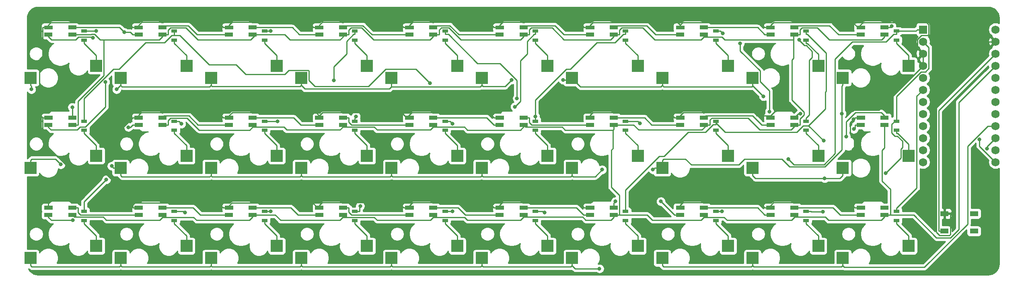
<source format=gbr>
G04 #@! TF.GenerationSoftware,KiCad,Pcbnew,5.1.5-52549c5~84~ubuntu19.10.1*
G04 #@! TF.CreationDate,2020-02-17T22:45:33-08:00*
G04 #@! TF.ProjectId,keycad,6b657963-6164-42e6-9b69-6361645f7063,rev?*
G04 #@! TF.SameCoordinates,Original*
G04 #@! TF.FileFunction,Copper,L2,Bot*
G04 #@! TF.FilePolarity,Positive*
%FSLAX46Y46*%
G04 Gerber Fmt 4.6, Leading zero omitted, Abs format (unit mm)*
G04 Created by KiCad (PCBNEW 5.1.5-52549c5~84~ubuntu19.10.1) date 2020-02-17 22:45:33*
%MOMM*%
%LPD*%
G04 APERTURE LIST*
%ADD10C,1.752600*%
%ADD11R,1.752600X1.752600*%
%ADD12R,1.800000X1.100000*%
%ADD13R,1.800000X0.820000*%
%ADD14C,0.150000*%
%ADD15R,2.550000X2.500000*%
%ADD16R,1.300000X0.700000*%
%ADD17C,0.800000*%
%ADD18C,0.250000*%
%ADD19C,0.254000*%
G04 APERTURE END LIST*
D10*
X196850000Y5080000D03*
X181610000Y-22860000D03*
X196850000Y2540000D03*
X196850000Y0D03*
X196850000Y-2540000D03*
X196850000Y-5080000D03*
X196850000Y-7620000D03*
X196850000Y-10160000D03*
X196850000Y-12700000D03*
X196850000Y-15240000D03*
X196850000Y-17780000D03*
X196850000Y-20320000D03*
X196850000Y-22860000D03*
X181610000Y-20320000D03*
X181610000Y-17780000D03*
X181610000Y-15240000D03*
X181610000Y-12700000D03*
X181610000Y-10160000D03*
X181610000Y-7620000D03*
X181610000Y-5080000D03*
X181610000Y-2540000D03*
X181610000Y0D03*
X181610000Y2540000D03*
D11*
X181610000Y5080000D03*
D12*
X186130000Y-37410000D03*
X192330000Y-37410000D03*
X186130000Y-33710000D03*
X192330000Y-33710000D03*
D13*
X154500000Y4012500D03*
X154500000Y5512500D03*
X149500000Y4012500D03*
G04 #@! TA.AperFunction,SMDPad,CuDef*
D14*
G36*
X150400000Y5102500D02*
G01*
X148600000Y5102500D01*
X148600000Y5922500D01*
X150400000Y5922500D01*
X150400000Y5102500D01*
G37*
G04 #@! TD.AperFunction*
D13*
X135500000Y4012500D03*
X135500000Y5512500D03*
X130500000Y4012500D03*
G04 #@! TA.AperFunction,SMDPad,CuDef*
D14*
G36*
X131400000Y5102500D02*
G01*
X129600000Y5102500D01*
X129600000Y5922500D01*
X131400000Y5922500D01*
X131400000Y5102500D01*
G37*
G04 #@! TD.AperFunction*
D13*
X116500000Y4012500D03*
X116500000Y5512500D03*
X111500000Y4012500D03*
G04 #@! TA.AperFunction,SMDPad,CuDef*
D14*
G36*
X112400000Y5102500D02*
G01*
X110600000Y5102500D01*
X110600000Y5922500D01*
X112400000Y5922500D01*
X112400000Y5102500D01*
G37*
G04 #@! TD.AperFunction*
D13*
X97500000Y4012500D03*
X97500000Y5512500D03*
X92500000Y4012500D03*
G04 #@! TA.AperFunction,SMDPad,CuDef*
D14*
G36*
X93400000Y5102500D02*
G01*
X91600000Y5102500D01*
X91600000Y5922500D01*
X93400000Y5922500D01*
X93400000Y5102500D01*
G37*
G04 #@! TD.AperFunction*
D13*
X78500000Y4012500D03*
X78500000Y5512500D03*
X73500000Y4012500D03*
G04 #@! TA.AperFunction,SMDPad,CuDef*
D14*
G36*
X74400000Y5102500D02*
G01*
X72600000Y5102500D01*
X72600000Y5922500D01*
X74400000Y5922500D01*
X74400000Y5102500D01*
G37*
G04 #@! TD.AperFunction*
D13*
X59500000Y4012500D03*
X59500000Y5512500D03*
X54500000Y4012500D03*
G04 #@! TA.AperFunction,SMDPad,CuDef*
D14*
G36*
X55400000Y5102500D02*
G01*
X53600000Y5102500D01*
X53600000Y5922500D01*
X55400000Y5922500D01*
X55400000Y5102500D01*
G37*
G04 #@! TD.AperFunction*
D13*
X173500000Y-33987500D03*
X173500000Y-32487500D03*
X168500000Y-33987500D03*
G04 #@! TA.AperFunction,SMDPad,CuDef*
D14*
G36*
X169400000Y-32897500D02*
G01*
X167600000Y-32897500D01*
X167600000Y-32077500D01*
X169400000Y-32077500D01*
X169400000Y-32897500D01*
G37*
G04 #@! TD.AperFunction*
D13*
X40500000Y4012500D03*
X40500000Y5512500D03*
X35500000Y4012500D03*
G04 #@! TA.AperFunction,SMDPad,CuDef*
D14*
G36*
X36400000Y5102500D02*
G01*
X34600000Y5102500D01*
X34600000Y5922500D01*
X36400000Y5922500D01*
X36400000Y5102500D01*
G37*
G04 #@! TD.AperFunction*
D13*
X154500000Y-33987500D03*
X154500000Y-32487500D03*
X149500000Y-33987500D03*
G04 #@! TA.AperFunction,SMDPad,CuDef*
D14*
G36*
X150400000Y-32897500D02*
G01*
X148600000Y-32897500D01*
X148600000Y-32077500D01*
X150400000Y-32077500D01*
X150400000Y-32897500D01*
G37*
G04 #@! TD.AperFunction*
D13*
X135500000Y-33987500D03*
X135500000Y-32487500D03*
X130500000Y-33987500D03*
G04 #@! TA.AperFunction,SMDPad,CuDef*
D14*
G36*
X131400000Y-32897500D02*
G01*
X129600000Y-32897500D01*
X129600000Y-32077500D01*
X131400000Y-32077500D01*
X131400000Y-32897500D01*
G37*
G04 #@! TD.AperFunction*
D13*
X116500000Y-33987500D03*
X116500000Y-32487500D03*
X111500000Y-33987500D03*
G04 #@! TA.AperFunction,SMDPad,CuDef*
D14*
G36*
X112400000Y-32897500D02*
G01*
X110600000Y-32897500D01*
X110600000Y-32077500D01*
X112400000Y-32077500D01*
X112400000Y-32897500D01*
G37*
G04 #@! TD.AperFunction*
D13*
X97500000Y-33987500D03*
X97500000Y-32487500D03*
X92500000Y-33987500D03*
G04 #@! TA.AperFunction,SMDPad,CuDef*
D14*
G36*
X93400000Y-32897500D02*
G01*
X91600000Y-32897500D01*
X91600000Y-32077500D01*
X93400000Y-32077500D01*
X93400000Y-32897500D01*
G37*
G04 #@! TD.AperFunction*
D13*
X78500000Y-33987500D03*
X78500000Y-32487500D03*
X73500000Y-33987500D03*
G04 #@! TA.AperFunction,SMDPad,CuDef*
D14*
G36*
X74400000Y-32897500D02*
G01*
X72600000Y-32897500D01*
X72600000Y-32077500D01*
X74400000Y-32077500D01*
X74400000Y-32897500D01*
G37*
G04 #@! TD.AperFunction*
D13*
X59500000Y-33987500D03*
X59500000Y-32487500D03*
X54500000Y-33987500D03*
G04 #@! TA.AperFunction,SMDPad,CuDef*
D14*
G36*
X55400000Y-32897500D02*
G01*
X53600000Y-32897500D01*
X53600000Y-32077500D01*
X55400000Y-32077500D01*
X55400000Y-32897500D01*
G37*
G04 #@! TD.AperFunction*
D13*
X40500000Y-33987500D03*
X40500000Y-32487500D03*
X35500000Y-33987500D03*
G04 #@! TA.AperFunction,SMDPad,CuDef*
D14*
G36*
X36400000Y-32897500D02*
G01*
X34600000Y-32897500D01*
X34600000Y-32077500D01*
X36400000Y-32077500D01*
X36400000Y-32897500D01*
G37*
G04 #@! TD.AperFunction*
D13*
X21500000Y-33987500D03*
X21500000Y-32487500D03*
X16500000Y-33987500D03*
G04 #@! TA.AperFunction,SMDPad,CuDef*
D14*
G36*
X17400000Y-32897500D02*
G01*
X15600000Y-32897500D01*
X15600000Y-32077500D01*
X17400000Y-32077500D01*
X17400000Y-32897500D01*
G37*
G04 #@! TD.AperFunction*
D13*
X2500000Y-33987500D03*
X2500000Y-32487500D03*
X-2500000Y-33987500D03*
G04 #@! TA.AperFunction,SMDPad,CuDef*
D14*
G36*
X-1600000Y-32897500D02*
G01*
X-3400000Y-32897500D01*
X-3400000Y-32077500D01*
X-1600000Y-32077500D01*
X-1600000Y-32897500D01*
G37*
G04 #@! TD.AperFunction*
D13*
X173500000Y-14987500D03*
X173500000Y-13487500D03*
X168500000Y-14987500D03*
G04 #@! TA.AperFunction,SMDPad,CuDef*
D14*
G36*
X169400000Y-13897500D02*
G01*
X167600000Y-13897500D01*
X167600000Y-13077500D01*
X169400000Y-13077500D01*
X169400000Y-13897500D01*
G37*
G04 #@! TD.AperFunction*
D13*
X21500000Y4012500D03*
X21500000Y5512500D03*
X16500000Y4012500D03*
G04 #@! TA.AperFunction,SMDPad,CuDef*
D14*
G36*
X17400000Y5102500D02*
G01*
X15600000Y5102500D01*
X15600000Y5922500D01*
X17400000Y5922500D01*
X17400000Y5102500D01*
G37*
G04 #@! TD.AperFunction*
D13*
X154500000Y-14987500D03*
X154500000Y-13487500D03*
X149500000Y-14987500D03*
G04 #@! TA.AperFunction,SMDPad,CuDef*
D14*
G36*
X150400000Y-13897500D02*
G01*
X148600000Y-13897500D01*
X148600000Y-13077500D01*
X150400000Y-13077500D01*
X150400000Y-13897500D01*
G37*
G04 #@! TD.AperFunction*
D13*
X135500000Y-14987500D03*
X135500000Y-13487500D03*
X130500000Y-14987500D03*
G04 #@! TA.AperFunction,SMDPad,CuDef*
D14*
G36*
X131400000Y-13897500D02*
G01*
X129600000Y-13897500D01*
X129600000Y-13077500D01*
X131400000Y-13077500D01*
X131400000Y-13897500D01*
G37*
G04 #@! TD.AperFunction*
D13*
X116500000Y-14987500D03*
X116500000Y-13487500D03*
X111500000Y-14987500D03*
G04 #@! TA.AperFunction,SMDPad,CuDef*
D14*
G36*
X112400000Y-13897500D02*
G01*
X110600000Y-13897500D01*
X110600000Y-13077500D01*
X112400000Y-13077500D01*
X112400000Y-13897500D01*
G37*
G04 #@! TD.AperFunction*
D13*
X97500000Y-14987500D03*
X97500000Y-13487500D03*
X92500000Y-14987500D03*
G04 #@! TA.AperFunction,SMDPad,CuDef*
D14*
G36*
X93400000Y-13897500D02*
G01*
X91600000Y-13897500D01*
X91600000Y-13077500D01*
X93400000Y-13077500D01*
X93400000Y-13897500D01*
G37*
G04 #@! TD.AperFunction*
D13*
X78500000Y-14987500D03*
X78500000Y-13487500D03*
X73500000Y-14987500D03*
G04 #@! TA.AperFunction,SMDPad,CuDef*
D14*
G36*
X74400000Y-13897500D02*
G01*
X72600000Y-13897500D01*
X72600000Y-13077500D01*
X74400000Y-13077500D01*
X74400000Y-13897500D01*
G37*
G04 #@! TD.AperFunction*
D13*
X59500000Y-14987500D03*
X59500000Y-13487500D03*
X54500000Y-14987500D03*
G04 #@! TA.AperFunction,SMDPad,CuDef*
D14*
G36*
X55400000Y-13897500D02*
G01*
X53600000Y-13897500D01*
X53600000Y-13077500D01*
X55400000Y-13077500D01*
X55400000Y-13897500D01*
G37*
G04 #@! TD.AperFunction*
D13*
X40500000Y-14987500D03*
X40500000Y-13487500D03*
X35500000Y-14987500D03*
G04 #@! TA.AperFunction,SMDPad,CuDef*
D14*
G36*
X36400000Y-13897500D02*
G01*
X34600000Y-13897500D01*
X34600000Y-13077500D01*
X36400000Y-13077500D01*
X36400000Y-13897500D01*
G37*
G04 #@! TD.AperFunction*
D13*
X21500000Y-14987500D03*
X21500000Y-13487500D03*
X16500000Y-14987500D03*
G04 #@! TA.AperFunction,SMDPad,CuDef*
D14*
G36*
X17400000Y-13897500D02*
G01*
X15600000Y-13897500D01*
X15600000Y-13077500D01*
X17400000Y-13077500D01*
X17400000Y-13897500D01*
G37*
G04 #@! TD.AperFunction*
D13*
X2500000Y-14987500D03*
X2500000Y-13487500D03*
X-2500000Y-14987500D03*
G04 #@! TA.AperFunction,SMDPad,CuDef*
D14*
G36*
X-1600000Y-13897500D02*
G01*
X-3400000Y-13897500D01*
X-3400000Y-13077500D01*
X-1600000Y-13077500D01*
X-1600000Y-13897500D01*
G37*
G04 #@! TD.AperFunction*
D13*
X173500000Y4012500D03*
X173500000Y5512500D03*
X168500000Y4012500D03*
G04 #@! TA.AperFunction,SMDPad,CuDef*
D14*
G36*
X169400000Y5102500D02*
G01*
X167600000Y5102500D01*
X167600000Y5922500D01*
X169400000Y5922500D01*
X169400000Y5102500D01*
G37*
G04 #@! TD.AperFunction*
D13*
X2500000Y4012500D03*
X2500000Y5512500D03*
X-2500000Y4012500D03*
G04 #@! TA.AperFunction,SMDPad,CuDef*
D14*
G36*
X-1600000Y5102500D02*
G01*
X-3400000Y5102500D01*
X-3400000Y5922500D01*
X-1600000Y5922500D01*
X-1600000Y5102500D01*
G37*
G04 #@! TD.AperFunction*
D15*
X159560000Y-2540000D03*
X145710000Y-5080000D03*
X140560000Y-2540000D03*
X126710000Y-5080000D03*
X121560000Y-2540000D03*
X107710000Y-5080000D03*
X102560000Y-2540000D03*
X88710000Y-5080000D03*
X83560000Y-2540000D03*
X69710000Y-5080000D03*
X64560000Y-2540000D03*
X50710000Y-5080000D03*
X178560000Y-40540000D03*
X164710000Y-43080000D03*
X45560000Y-2540000D03*
X31710000Y-5080000D03*
X159560000Y-40540000D03*
X145710000Y-43080000D03*
X140560000Y-40540000D03*
X126710000Y-43080000D03*
X121560000Y-40540000D03*
X107710000Y-43080000D03*
X102560000Y-40540000D03*
X88710000Y-43080000D03*
X83560000Y-40540000D03*
X69710000Y-43080000D03*
X64560000Y-40540000D03*
X50710000Y-43080000D03*
X45560000Y-40540000D03*
X31710000Y-43080000D03*
X26560000Y-40540000D03*
X12710000Y-43080000D03*
X7560000Y-40540000D03*
X-6290000Y-43080000D03*
X178560000Y-21540000D03*
X164710000Y-24080000D03*
X26560000Y-2540000D03*
X12710000Y-5080000D03*
X159560000Y-21540000D03*
X145710000Y-24080000D03*
X140560000Y-21540000D03*
X126710000Y-24080000D03*
X121560000Y-21540000D03*
X107710000Y-24080000D03*
X102560000Y-21540000D03*
X88710000Y-24080000D03*
X83560000Y-21540000D03*
X69710000Y-24080000D03*
X64560000Y-21540000D03*
X50710000Y-24080000D03*
X45560000Y-21540000D03*
X31710000Y-24080000D03*
X26560000Y-21540000D03*
X12710000Y-24080000D03*
X7560000Y-21540000D03*
X-6290000Y-24080000D03*
X178560000Y-2540000D03*
X164710000Y-5080000D03*
X7560000Y-2540000D03*
X-6290000Y-5080000D03*
D16*
X157000000Y4760000D03*
X157000000Y2860000D03*
X138000000Y4760000D03*
X138000000Y2860000D03*
X119000000Y4760000D03*
X119000000Y2860000D03*
X100000000Y4760000D03*
X100000000Y2860000D03*
X81000000Y4760000D03*
X81000000Y2860000D03*
X62000000Y4760000D03*
X62000000Y2860000D03*
X176000000Y-33240000D03*
X176000000Y-35140000D03*
X43000000Y4760000D03*
X43000000Y2860000D03*
X157000000Y-33240000D03*
X157000000Y-35140000D03*
X138000000Y-33240000D03*
X138000000Y-35140000D03*
X119000000Y-33240000D03*
X119000000Y-35140000D03*
X100000000Y-33240000D03*
X100000000Y-35140000D03*
X81000000Y-33240000D03*
X81000000Y-35140000D03*
X62000000Y-33240000D03*
X62000000Y-35140000D03*
X43000000Y-33240000D03*
X43000000Y-35140000D03*
X24000000Y-33240000D03*
X24000000Y-35140000D03*
X5000000Y-33240000D03*
X5000000Y-35140000D03*
X176000000Y-14240000D03*
X176000000Y-16140000D03*
X24000000Y4760000D03*
X24000000Y2860000D03*
X157000000Y-14240000D03*
X157000000Y-16140000D03*
X138000000Y-14240000D03*
X138000000Y-16140000D03*
X119000000Y-14240000D03*
X119000000Y-16140000D03*
X100000000Y-14240000D03*
X100000000Y-16140000D03*
X81000000Y-14240000D03*
X81000000Y-16140000D03*
X62000000Y-14240000D03*
X62000000Y-16140000D03*
X43000000Y-14240000D03*
X43000000Y-16140000D03*
X24000000Y-14240000D03*
X24000000Y-16140000D03*
X5000000Y-14240000D03*
X5000000Y-16140000D03*
X176000000Y4760000D03*
X176000000Y2860000D03*
X5000000Y4760000D03*
X5000000Y2860000D03*
D17*
X193466500Y-18041700D03*
X148016500Y-9008600D03*
X11839600Y-7525700D03*
X-6089800Y-7525700D03*
X105815700Y-5533500D03*
X94991000Y-5533500D03*
X124757500Y-24445600D03*
X114052200Y-24445600D03*
X10798700Y-23679900D03*
X89600Y-23349300D03*
X164521900Y-12636500D03*
X195032500Y-20006900D03*
X113482300Y-45309600D03*
X160910200Y-26288400D03*
X166984500Y-13794500D03*
X150683000Y-11878000D03*
X166831200Y-11878000D03*
X9480500Y-5972400D03*
X175003000Y5841900D03*
X14332900Y-15496400D03*
X2500000Y-11279500D03*
X167036000Y-15908000D03*
X155818800Y-12617600D03*
X2588700Y-35105900D03*
X165416300Y-17477400D03*
X126420900Y-31133700D03*
X116850500Y-31133700D03*
X6865600Y3383700D03*
X13474300Y4513400D03*
X139257600Y-33246800D03*
X153258100Y-22201100D03*
X7556300Y4810800D03*
X155573700Y2966200D03*
X160525600Y-33297800D03*
X173748300Y-25194600D03*
X77810200Y-6175900D03*
X9692400Y-26519800D03*
X44255900Y4762500D03*
X25482200Y-14796100D03*
X57575200Y-5603900D03*
X26278900Y-33476000D03*
X45751600Y-14231000D03*
X96134600Y-9420700D03*
X44253400Y-33237500D03*
X62222900Y-13239300D03*
X95692200Y-11179300D03*
X63122700Y-32109500D03*
X82536000Y-14737100D03*
X99985800Y-13239300D03*
X82536000Y-33232100D03*
X101949200Y-33462900D03*
X122018900Y-14658200D03*
X139439300Y4296000D03*
X143090300Y2198100D03*
X149249200Y-12224500D03*
X160673800Y-18331400D03*
D18*
X12710000Y-6655300D02*
X11839600Y-7525700D01*
X50710000Y-6655300D02*
X51473500Y-7418800D01*
X51473500Y-7418800D02*
X69232900Y-7418800D01*
X69232900Y-7418800D02*
X69710000Y-6941700D01*
X69710000Y-6941700D02*
X69710000Y-6655300D01*
X88710000Y-6655300D02*
X88423600Y-6941700D01*
X88423600Y-6941700D02*
X69710000Y-6941700D01*
X31710000Y-6655300D02*
X31960100Y-6905400D01*
X31960100Y-6905400D02*
X50459900Y-6905400D01*
X50459900Y-6905400D02*
X50710000Y-6655300D01*
X50710000Y-5080000D02*
X50710000Y-6655300D01*
X12710000Y-6655300D02*
X12993000Y-6938300D01*
X12993000Y-6938300D02*
X31427000Y-6938300D01*
X31427000Y-6938300D02*
X31710000Y-6655300D01*
X31710000Y-5080000D02*
X31710000Y-6655300D01*
X145710000Y-6811500D02*
X145819400Y-6811500D01*
X145819400Y-6811500D02*
X148016500Y-9008600D01*
X126710000Y-6655300D02*
X127022500Y-6967800D01*
X127022500Y-6967800D02*
X145553700Y-6967800D01*
X145553700Y-6967800D02*
X145710000Y-6811500D01*
X145710000Y-6811500D02*
X145710000Y-6655300D01*
X193466500Y-18041700D02*
X193466500Y-19476500D01*
X193466500Y-19476500D02*
X196850000Y-22860000D01*
X145710000Y-5080000D02*
X145710000Y-6655300D01*
X107593100Y-5080000D02*
X109462800Y-6949700D01*
X109462800Y-6949700D02*
X126415600Y-6949700D01*
X126415600Y-6949700D02*
X126710000Y-6655300D01*
X126710000Y-5080000D02*
X126710000Y-6655300D01*
X107593100Y-5080000D02*
X107476100Y-5080000D01*
X107710000Y-5080000D02*
X107593100Y-5080000D01*
X69710000Y-5080000D02*
X69710000Y-6655300D01*
X-6290000Y-5080000D02*
X-6290000Y-6655300D01*
X12710000Y-5080000D02*
X12710000Y-6655300D01*
X-6290000Y-6655300D02*
X-6089800Y-6855500D01*
X-6089800Y-6855500D02*
X-6089800Y-7525700D01*
X88710000Y-6655300D02*
X88960100Y-6905400D01*
X88960100Y-6905400D02*
X93619100Y-6905400D01*
X93619100Y-6905400D02*
X94991000Y-5533500D01*
X107476100Y-5080000D02*
X107022600Y-5533500D01*
X107022600Y-5533500D02*
X105815700Y-5533500D01*
X88710000Y-5080000D02*
X88710000Y-6655300D01*
X126710000Y-22504700D02*
X127026000Y-22188700D01*
X127026000Y-22188700D02*
X131591600Y-22188700D01*
X131591600Y-22188700D02*
X132811500Y-23408600D01*
X132811500Y-23408600D02*
X142841800Y-23408600D01*
X142841800Y-23408600D02*
X144032400Y-22218000D01*
X144032400Y-22218000D02*
X151866900Y-22218000D01*
X151866900Y-22218000D02*
X153467200Y-23818300D01*
X153467200Y-23818300D02*
X160967700Y-23818300D01*
X160967700Y-23818300D02*
X164521900Y-20264100D01*
X164521900Y-20264100D02*
X164521900Y-12636500D01*
X164710000Y-6655300D02*
X164521900Y-6843400D01*
X164521900Y-6843400D02*
X164521900Y-12636500D01*
X107710000Y-25655300D02*
X107960100Y-25905400D01*
X107960100Y-25905400D02*
X112592400Y-25905400D01*
X112592400Y-25905400D02*
X114052200Y-24445600D01*
X125109700Y-24080000D02*
X124757500Y-24432200D01*
X124757500Y-24432200D02*
X124757500Y-24445600D01*
X126710000Y-24080000D02*
X125109700Y-24080000D01*
X88710000Y-25655300D02*
X88996900Y-25942200D01*
X88996900Y-25942200D02*
X107423100Y-25942200D01*
X107423100Y-25942200D02*
X107710000Y-25655300D01*
X126710000Y-24080000D02*
X126710000Y-22504700D01*
X50710000Y-25655300D02*
X50960100Y-25905400D01*
X50960100Y-25905400D02*
X69459900Y-25905400D01*
X69459900Y-25905400D02*
X69710000Y-25655300D01*
X31710000Y-25655300D02*
X31960100Y-25905400D01*
X31960100Y-25905400D02*
X50459900Y-25905400D01*
X50459900Y-25905400D02*
X50710000Y-25655300D01*
X50710000Y-24080000D02*
X50710000Y-25655300D01*
X12710000Y-25655300D02*
X12984300Y-25929600D01*
X12984300Y-25929600D02*
X31435700Y-25929600D01*
X31435700Y-25929600D02*
X31710000Y-25655300D01*
X88710000Y-25655300D02*
X88453500Y-25911800D01*
X88453500Y-25911800D02*
X69966500Y-25911800D01*
X69966500Y-25911800D02*
X69710000Y-25655300D01*
X69710000Y-24080000D02*
X69710000Y-25655300D01*
X88710000Y-24080000D02*
X88710000Y-25655300D01*
X107710000Y-24080000D02*
X107710000Y-25655300D01*
X-6290000Y-24080000D02*
X-6290000Y-22504700D01*
X12710000Y-24080000D02*
X11109700Y-24080000D01*
X10798700Y-23679900D02*
X11109700Y-23990900D01*
X11109700Y-23990900D02*
X11109700Y-24080000D01*
X-6290000Y-22504700D02*
X-6014300Y-22229000D01*
X-6014300Y-22229000D02*
X-1030700Y-22229000D01*
X-1030700Y-22229000D02*
X89600Y-23349300D01*
X164710000Y-5080000D02*
X164710000Y-6655300D01*
X31710000Y-24080000D02*
X31710000Y-25655300D01*
X12710000Y-24080000D02*
X12710000Y-25655300D01*
X196850000Y-17780000D02*
X195032500Y-19597500D01*
X195032500Y-19597500D02*
X195032500Y-20006900D01*
X113482300Y-45309600D02*
X108364300Y-45309600D01*
X108364300Y-45309600D02*
X107710000Y-44655300D01*
X160910200Y-26288400D02*
X146343100Y-26288400D01*
X146343100Y-26288400D02*
X145710000Y-25655300D01*
X145710000Y-24080000D02*
X145710000Y-25655300D01*
X69710000Y-44655300D02*
X69960100Y-44905400D01*
X69960100Y-44905400D02*
X88459900Y-44905400D01*
X88459900Y-44905400D02*
X88710000Y-44655300D01*
X50710000Y-44655300D02*
X50960100Y-44905400D01*
X50960100Y-44905400D02*
X69459900Y-44905400D01*
X69459900Y-44905400D02*
X69710000Y-44655300D01*
X69710000Y-43080000D02*
X69710000Y-44655300D01*
X31710000Y-44655300D02*
X31960100Y-44905400D01*
X31960100Y-44905400D02*
X50459900Y-44905400D01*
X50459900Y-44905400D02*
X50710000Y-44655300D01*
X107710000Y-43080000D02*
X107710000Y-44655300D01*
X107710000Y-44655300D02*
X107444000Y-44921300D01*
X107444000Y-44921300D02*
X88976000Y-44921300D01*
X88976000Y-44921300D02*
X88710000Y-44655300D01*
X88710000Y-43080000D02*
X88710000Y-44655300D01*
X164710000Y-24080000D02*
X164710000Y-25655300D01*
X160910200Y-26288400D02*
X164076900Y-26288400D01*
X164076900Y-26288400D02*
X164710000Y-25655300D01*
X50710000Y-43080000D02*
X50710000Y-44655300D01*
X12710000Y-44655300D02*
X12960100Y-44905400D01*
X12960100Y-44905400D02*
X31459900Y-44905400D01*
X31459900Y-44905400D02*
X31710000Y-44655300D01*
X31710000Y-43080000D02*
X31710000Y-44655300D01*
X-6290000Y-44655300D02*
X-6039900Y-44905400D01*
X-6039900Y-44905400D02*
X12459900Y-44905400D01*
X12459900Y-44905400D02*
X12710000Y-44655300D01*
X-6290000Y-43080000D02*
X-6290000Y-44655300D01*
X12710000Y-43080000D02*
X12710000Y-44655300D01*
X196850000Y-15240000D02*
X195242500Y-15240000D01*
X195242500Y-15240000D02*
X190975600Y-19506900D01*
X190975600Y-19506900D02*
X190975600Y-35895700D01*
X190975600Y-35895700D02*
X181890100Y-44981200D01*
X181890100Y-44981200D02*
X165035900Y-44981200D01*
X165035900Y-44981200D02*
X164710000Y-44655300D01*
X145710000Y-44655300D02*
X145960100Y-44905400D01*
X145960100Y-44905400D02*
X164459900Y-44905400D01*
X164459900Y-44905400D02*
X164710000Y-44655300D01*
X126710000Y-44655300D02*
X126960100Y-44905400D01*
X126960100Y-44905400D02*
X145459900Y-44905400D01*
X145459900Y-44905400D02*
X145710000Y-44655300D01*
X145710000Y-43080000D02*
X145710000Y-44655300D01*
X126710000Y-43080000D02*
X126710000Y-44655300D01*
X164710000Y-43080000D02*
X164710000Y-44655300D01*
X16500000Y-13487500D02*
X15274700Y-13487500D01*
X8349300Y-24114700D02*
X15703000Y-31468400D01*
X1898300Y-24114700D02*
X8349300Y-24114700D01*
X15274700Y-13487500D02*
X9746900Y-19015300D01*
X9746900Y-19015300D02*
X9746900Y-22717100D01*
X9746900Y-22717100D02*
X8349300Y-24114700D01*
X16500000Y-13487500D02*
X16500000Y-12947000D01*
X16500000Y-12947000D02*
X17040400Y-12406600D01*
X17040400Y-12406600D02*
X33193800Y-12406600D01*
X33193800Y-12406600D02*
X34274700Y-13487500D01*
X15703000Y-31468400D02*
X15764200Y-31407200D01*
X15764200Y-31407200D02*
X33194400Y-31407200D01*
X33194400Y-31407200D02*
X34274700Y-32487500D01*
X15274700Y-32487500D02*
X15274700Y-31896700D01*
X15274700Y-31896700D02*
X15703000Y-31468400D01*
X1898300Y-24114700D02*
X-2500000Y-28513000D01*
X-2500000Y-28513000D02*
X-2500000Y-32487500D01*
X-3725300Y-13487500D02*
X-3725300Y-18594000D01*
X-3725300Y-18594000D02*
X-507100Y-21812200D01*
X-507100Y-21812200D02*
X-404200Y-21812200D01*
X-404200Y-21812200D02*
X1898300Y-24114700D01*
X181610000Y-2540000D02*
X172272000Y-11878000D01*
X172272000Y-11878000D02*
X166831200Y-11878000D01*
X166617100Y-31357300D02*
X166617100Y-31829900D01*
X166617100Y-31829900D02*
X167274700Y-32487500D01*
X149500000Y-32487500D02*
X149500000Y-32013500D01*
X149500000Y-32013500D02*
X150156200Y-31357300D01*
X150156200Y-31357300D02*
X166617100Y-31357300D01*
X166984500Y-13794500D02*
X166310600Y-14468400D01*
X166310600Y-14468400D02*
X166310600Y-16948500D01*
X166310600Y-16948500D02*
X167111000Y-17748900D01*
X167111000Y-17748900D02*
X167111000Y-19699900D01*
X167111000Y-19699900D02*
X166617100Y-20193800D01*
X166617100Y-20193800D02*
X166617100Y-31357300D01*
X167274700Y-13487500D02*
X167274700Y-13504300D01*
X167274700Y-13504300D02*
X166984500Y-13794500D01*
X168500000Y-13487500D02*
X167274700Y-13487500D01*
X149500000Y-13061000D02*
X150683000Y-11878000D01*
X-3725300Y5512500D02*
X-3725300Y-536200D01*
X-3725300Y-536200D02*
X-4384600Y-1195500D01*
X-4384600Y-1195500D02*
X-4384600Y-12828200D01*
X-4384600Y-12828200D02*
X-3725300Y-13487500D01*
X-2500000Y5512500D02*
X-3725300Y5512500D01*
X-2500000Y-13487500D02*
X-3725300Y-13487500D01*
X15274700Y5512500D02*
X14179500Y6607700D01*
X14179500Y6607700D02*
X-1940300Y6607700D01*
X-1940300Y6607700D02*
X-2500000Y6048000D01*
X-2500000Y6048000D02*
X-2500000Y5512500D01*
X130500000Y-32487500D02*
X130500000Y-31947400D01*
X130500000Y-31947400D02*
X131086900Y-31360500D01*
X131086900Y-31360500D02*
X147147700Y-31360500D01*
X147147700Y-31360500D02*
X148274700Y-32487500D01*
X168500000Y-32487500D02*
X167274700Y-32487500D01*
X149500000Y-13061000D02*
X149500000Y-13487500D01*
X130500000Y-13487500D02*
X130500000Y-13077400D01*
X130500000Y-13077400D02*
X131165300Y-12412100D01*
X131165300Y-12412100D02*
X146017600Y-12412100D01*
X146017600Y-12412100D02*
X146666500Y-13061000D01*
X146666500Y-13061000D02*
X149500000Y-13061000D01*
X149500000Y-32487500D02*
X148274700Y-32487500D01*
X181610000Y0D02*
X181610000Y-2540000D01*
X182811700Y4033800D02*
X182656200Y3878300D01*
X182656200Y3878300D02*
X181237200Y3878300D01*
X181237200Y3878300D02*
X180400600Y3041700D01*
X180400600Y3041700D02*
X180400600Y1209400D01*
X180400600Y1209400D02*
X181610000Y0D01*
X72887400Y-13487500D02*
X73962800Y-12412100D01*
X73962800Y-12412100D02*
X90199300Y-12412100D01*
X90199300Y-12412100D02*
X91274700Y-13487500D01*
X72887400Y-13487500D02*
X71791200Y-12391300D01*
X71791200Y-12391300D02*
X55185900Y-12391300D01*
X55185900Y-12391300D02*
X54500000Y-13077200D01*
X92500000Y-13487500D02*
X91274700Y-13487500D01*
X73500000Y-13487500D02*
X72887400Y-13487500D01*
X167887400Y5512500D02*
X168964800Y6589900D01*
X168964800Y6589900D02*
X182328100Y6589900D01*
X182328100Y6589900D02*
X182811700Y6106300D01*
X182811700Y6106300D02*
X182811700Y4033800D01*
X182811700Y4033800D02*
X184305500Y2540000D01*
X184305500Y2540000D02*
X184402300Y2540000D01*
X184402300Y2540000D02*
X196850000Y2540000D01*
X184402300Y2540000D02*
X184402300Y-37644500D01*
X184402300Y-37644500D02*
X185063900Y-38306100D01*
X185063900Y-38306100D02*
X187151400Y-38306100D01*
X187151400Y-38306100D02*
X187355300Y-38102200D01*
X187355300Y-38102200D02*
X187355300Y-33710000D01*
X186130000Y-33710000D02*
X187355300Y-33710000D01*
X111500000Y-32487500D02*
X110274700Y-32487500D01*
X110274700Y-32487500D02*
X109191200Y-31404000D01*
X109191200Y-31404000D02*
X93087900Y-31404000D01*
X93087900Y-31404000D02*
X92500000Y-31991900D01*
X92500000Y-31991900D02*
X92500000Y-32487500D01*
X92500000Y-32487500D02*
X91274700Y-32487500D01*
X91274700Y-32487500D02*
X90172600Y-31385400D01*
X90172600Y-31385400D02*
X74182200Y-31385400D01*
X74182200Y-31385400D02*
X73500000Y-32067600D01*
X73500000Y-32067600D02*
X73500000Y-32487500D01*
X73500000Y-32487500D02*
X72274700Y-32487500D01*
X72274700Y-32487500D02*
X71127000Y-31339800D01*
X71127000Y-31339800D02*
X55151300Y-31339800D01*
X55151300Y-31339800D02*
X54500000Y-31991100D01*
X54500000Y-31991100D02*
X54500000Y-32487500D01*
X54193700Y-32487500D02*
X53118300Y-31412100D01*
X53118300Y-31412100D02*
X36165300Y-31412100D01*
X36165300Y-31412100D02*
X35500000Y-32077400D01*
X35500000Y-32077400D02*
X35500000Y-32487500D01*
X16500000Y-32487500D02*
X15274700Y-32487500D01*
X54500000Y-32487500D02*
X54193700Y-32487500D01*
X167887400Y5512500D02*
X166793100Y6606800D01*
X166793100Y6606800D02*
X150110400Y6606800D01*
X150110400Y6606800D02*
X149500000Y5996400D01*
X149500000Y5996400D02*
X149500000Y5512500D01*
X168500000Y5512500D02*
X167887400Y5512500D01*
X54500000Y-13487500D02*
X54500000Y-13077200D01*
X54500000Y-13077200D02*
X53778800Y-12356000D01*
X53778800Y-12356000D02*
X36221400Y-12356000D01*
X36221400Y-12356000D02*
X35500000Y-13077400D01*
X35500000Y-13077400D02*
X35500000Y-13487500D01*
X111500000Y-13487500D02*
X111500000Y-13028000D01*
X111500000Y-13028000D02*
X112115900Y-12412100D01*
X112115900Y-12412100D02*
X128199300Y-12412100D01*
X128199300Y-12412100D02*
X129274700Y-13487500D01*
X130500000Y6050400D02*
X131055600Y6606000D01*
X131055600Y6606000D02*
X147181200Y6606000D01*
X147181200Y6606000D02*
X148274700Y5512500D01*
X130500000Y5512500D02*
X130500000Y6050400D01*
X130500000Y6050400D02*
X129945700Y6604700D01*
X129945700Y6604700D02*
X112108300Y6604700D01*
X112108300Y6604700D02*
X111500000Y5996400D01*
X111500000Y5996400D02*
X111500000Y5512500D01*
X111500000Y5512500D02*
X110274700Y5512500D01*
X110274700Y5512500D02*
X109155900Y6631300D01*
X109155900Y6631300D02*
X93134900Y6631300D01*
X93134900Y6631300D02*
X92500000Y5996400D01*
X92500000Y5996400D02*
X92500000Y5512500D01*
X92500000Y5512500D02*
X91274700Y5512500D01*
X91274700Y5512500D02*
X90155900Y6631300D01*
X90155900Y6631300D02*
X74134900Y6631300D01*
X74134900Y6631300D02*
X73500000Y5996400D01*
X73500000Y5996400D02*
X73500000Y5512500D01*
X73500000Y5512500D02*
X72274700Y5512500D01*
X72274700Y5512500D02*
X71155900Y6631300D01*
X71155900Y6631300D02*
X55134900Y6631300D01*
X55134900Y6631300D02*
X54500000Y5996400D01*
X54500000Y5996400D02*
X54500000Y5512500D01*
X54500000Y5512500D02*
X53274700Y5512500D01*
X53274700Y5512500D02*
X52155900Y6631300D01*
X52155900Y6631300D02*
X36134900Y6631300D01*
X36134900Y6631300D02*
X35500000Y5996400D01*
X35500000Y5996400D02*
X35500000Y5512500D01*
X35500000Y5512500D02*
X34274700Y5512500D01*
X34274700Y5512500D02*
X33155900Y6631300D01*
X33155900Y6631300D02*
X17134900Y6631300D01*
X17134900Y6631300D02*
X16500000Y5996400D01*
X16500000Y5996400D02*
X16500000Y5512500D01*
X35500000Y-32487500D02*
X34274700Y-32487500D01*
X130500000Y-13487500D02*
X129274700Y-13487500D01*
X149500000Y5512500D02*
X148274700Y5512500D01*
X35500000Y-13487500D02*
X34274700Y-13487500D01*
X16500000Y5512500D02*
X15274700Y5512500D01*
X178560000Y-2540000D02*
X178560000Y-964700D01*
X178560000Y-964700D02*
X178560000Y-375300D01*
X178560000Y-375300D02*
X176000000Y2184700D01*
X176000000Y2860000D02*
X176000000Y2184700D01*
X7560000Y-21540000D02*
X7560000Y-19375300D01*
X7560000Y-19375300D02*
X5000000Y-16815300D01*
X5000000Y-16140000D02*
X5000000Y-16815300D01*
X24000000Y-16140000D02*
X24000000Y-16815300D01*
X24000000Y-16815300D02*
X26560000Y-19375300D01*
X26560000Y-19375300D02*
X26560000Y-21540000D01*
X43000000Y-16140000D02*
X43000000Y-16815300D01*
X43000000Y-16815300D02*
X45560000Y-19375300D01*
X45560000Y-19375300D02*
X45560000Y-21540000D01*
X64560000Y-21540000D02*
X64560000Y-19375300D01*
X64560000Y-19375300D02*
X62000000Y-16815300D01*
X62000000Y-16140000D02*
X62000000Y-16815300D01*
X81000000Y-16140000D02*
X81000000Y-16815300D01*
X81000000Y-16815300D02*
X83560000Y-19375300D01*
X83560000Y-19375300D02*
X83560000Y-21540000D01*
X100000000Y-16140000D02*
X100000000Y-16815300D01*
X100000000Y-16815300D02*
X102560000Y-19375300D01*
X102560000Y-19375300D02*
X102560000Y-21540000D01*
X119000000Y-16140000D02*
X119000000Y-16815300D01*
X119000000Y-16815300D02*
X121560000Y-19375300D01*
X121560000Y-19375300D02*
X121560000Y-21540000D01*
X138000000Y-16140000D02*
X138000000Y-16815300D01*
X138000000Y-16815300D02*
X140560000Y-19375300D01*
X140560000Y-19375300D02*
X140560000Y-21540000D01*
X159560000Y-21540000D02*
X159560000Y-19375300D01*
X159560000Y-19375300D02*
X157000000Y-16815300D01*
X157000000Y-16140000D02*
X157000000Y-16815300D01*
X7560000Y-2540000D02*
X7560000Y-375300D01*
X7560000Y-375300D02*
X5000000Y2184700D01*
X5000000Y2860000D02*
X5000000Y2184700D01*
X178560000Y-21540000D02*
X178560000Y-19111600D01*
X178560000Y-19111600D02*
X176263700Y-16815300D01*
X176263700Y-16815300D02*
X176000000Y-16815300D01*
X176000000Y-16140000D02*
X176000000Y-16815300D01*
X5000000Y-35140000D02*
X5000000Y-35815300D01*
X5000000Y-35815300D02*
X7560000Y-38375300D01*
X7560000Y-38375300D02*
X7560000Y-40540000D01*
X24000000Y-35140000D02*
X24000000Y-35815300D01*
X24000000Y-35815300D02*
X26560000Y-38375300D01*
X26560000Y-38375300D02*
X26560000Y-40540000D01*
X43000000Y-35140000D02*
X43000000Y-35815300D01*
X43000000Y-35815300D02*
X45560000Y-38375300D01*
X45560000Y-38375300D02*
X45560000Y-40540000D01*
X62000000Y-35140000D02*
X62000000Y-35815300D01*
X62000000Y-35815300D02*
X64560000Y-38375300D01*
X64560000Y-38375300D02*
X64560000Y-40540000D01*
X81000000Y-35140000D02*
X81000000Y-35815300D01*
X81000000Y-35815300D02*
X83560000Y-38375300D01*
X83560000Y-38375300D02*
X83560000Y-40540000D01*
X100000000Y-35140000D02*
X100000000Y-35815300D01*
X100000000Y-35815300D02*
X102560000Y-38375300D01*
X102560000Y-38375300D02*
X102560000Y-40540000D01*
X119000000Y-35140000D02*
X119000000Y-35815300D01*
X119000000Y-35815300D02*
X121560000Y-38375300D01*
X121560000Y-38375300D02*
X121560000Y-40540000D01*
X138000000Y-35140000D02*
X138000000Y-35815300D01*
X138000000Y-35815300D02*
X140560000Y-38375300D01*
X140560000Y-38375300D02*
X140560000Y-40540000D01*
X157000000Y-35140000D02*
X157000000Y-35815300D01*
X157000000Y-35815300D02*
X159560000Y-38375300D01*
X159560000Y-38375300D02*
X159560000Y-40540000D01*
X24000000Y2860000D02*
X24000000Y2184700D01*
X24000000Y2184700D02*
X26560000Y-375300D01*
X26560000Y-375300D02*
X26560000Y-2540000D01*
X176000000Y-35140000D02*
X176000000Y-35815300D01*
X176000000Y-35815300D02*
X178560000Y-38375300D01*
X178560000Y-38375300D02*
X178560000Y-40540000D01*
X45560000Y-2540000D02*
X45560000Y-375300D01*
X45560000Y-375300D02*
X43000000Y2184700D01*
X43000000Y2860000D02*
X43000000Y2184700D01*
X62000000Y2860000D02*
X62000000Y2184700D01*
X62000000Y2184700D02*
X64560000Y-375300D01*
X64560000Y-375300D02*
X64560000Y-2540000D01*
X81000000Y2860000D02*
X81000000Y2184700D01*
X81000000Y2184700D02*
X83560000Y-375300D01*
X83560000Y-375300D02*
X83560000Y-2540000D01*
X100000000Y2860000D02*
X100000000Y2184700D01*
X100000000Y2184700D02*
X102560000Y-375300D01*
X102560000Y-375300D02*
X102560000Y-2540000D01*
X119000000Y2860000D02*
X119000000Y2184700D01*
X119000000Y2184700D02*
X121560000Y-375300D01*
X121560000Y-375300D02*
X121560000Y-2540000D01*
X138000000Y2860000D02*
X138000000Y2184700D01*
X138000000Y2184700D02*
X140560000Y-375300D01*
X140560000Y-375300D02*
X140560000Y-2540000D01*
X159560000Y-2540000D02*
X159560000Y-136400D01*
X159560000Y-136400D02*
X157238900Y2184700D01*
X157238900Y2184700D02*
X157000000Y2184700D01*
X157000000Y2860000D02*
X157000000Y2184700D01*
X168500000Y4012500D02*
X163793800Y4012500D01*
X163793800Y4012500D02*
X161899800Y5906500D01*
X161899800Y5906500D02*
X154894000Y5906500D01*
X154894000Y5906500D02*
X154500000Y5512500D01*
X173500000Y5512500D02*
X174725300Y5512500D01*
X174725300Y5512500D02*
X174725300Y5564200D01*
X174725300Y5564200D02*
X175003000Y5841900D01*
X9480500Y-5972400D02*
X9480500Y-11233900D01*
X9480500Y-11233900D02*
X5276500Y-15437900D01*
X5276500Y-15437900D02*
X4164900Y-15437900D01*
X4164900Y-15437900D02*
X3523400Y-16079400D01*
X3523400Y-16079400D02*
X-1924400Y-16079400D01*
X-1924400Y-16079400D02*
X-2500000Y-15503800D01*
X-2500000Y-15503800D02*
X-2500000Y-14987500D01*
X16500000Y-14987500D02*
X15274700Y-14987500D01*
X2500000Y-13487500D02*
X2500000Y-11279500D01*
X14332900Y-15496400D02*
X14765800Y-15496400D01*
X14765800Y-15496400D02*
X15274700Y-14987500D01*
X21500000Y-13487500D02*
X21873300Y-13114200D01*
X21873300Y-13114200D02*
X27073200Y-13114200D01*
X27073200Y-13114200D02*
X28946500Y-14987500D01*
X28946500Y-14987500D02*
X35500000Y-14987500D01*
X40500000Y-13487500D02*
X41725300Y-13487500D01*
X41725300Y-13487500D02*
X49108000Y-13487500D01*
X49108000Y-13487500D02*
X50608000Y-14987500D01*
X50608000Y-14987500D02*
X54500000Y-14987500D01*
X59500000Y-13487500D02*
X60725300Y-13487500D01*
X60725300Y-13487500D02*
X60725300Y-14436900D01*
X60725300Y-14436900D02*
X61275900Y-14987500D01*
X61275900Y-14987500D02*
X73500000Y-14987500D01*
X91274700Y-14987500D02*
X89774700Y-13487500D01*
X89774700Y-13487500D02*
X78500000Y-13487500D01*
X92500000Y-14987500D02*
X91274700Y-14987500D01*
X97500000Y-13487500D02*
X98725300Y-13487500D01*
X98725300Y-13487500D02*
X98725300Y-14516200D01*
X98725300Y-14516200D02*
X99196600Y-14987500D01*
X99196600Y-14987500D02*
X111500000Y-14987500D01*
X130500000Y-14987500D02*
X124486900Y-14987500D01*
X124486900Y-14987500D02*
X122986900Y-13487500D01*
X122986900Y-13487500D02*
X116500000Y-13487500D01*
X135500000Y-13487500D02*
X135894000Y-13093500D01*
X135894000Y-13093500D02*
X145743800Y-13093500D01*
X145743800Y-13093500D02*
X147637800Y-14987500D01*
X147637800Y-14987500D02*
X148274700Y-14987500D01*
X149500000Y-14987500D02*
X148274700Y-14987500D01*
X154500000Y-13487500D02*
X155369900Y-12617600D01*
X155369900Y-12617600D02*
X155818800Y-12617600D01*
X167274700Y-14987500D02*
X167274700Y-15669300D01*
X167274700Y-15669300D02*
X167036000Y-15908000D01*
X168500000Y-14987500D02*
X167274700Y-14987500D01*
X2588700Y-35105900D02*
X-1897900Y-35105900D01*
X-1897900Y-35105900D02*
X-2500000Y-34503800D01*
X-2500000Y-34503800D02*
X-2500000Y-33987500D01*
X173500000Y-13487500D02*
X173500000Y-13077400D01*
X173500000Y-13077400D02*
X172821300Y-12398700D01*
X172821300Y-12398700D02*
X167354500Y-12398700D01*
X167354500Y-12398700D02*
X165416300Y-14336900D01*
X165416300Y-14336900D02*
X165416300Y-17477400D01*
X16500000Y-33987500D02*
X15274700Y-33987500D01*
X2500000Y-32487500D02*
X3725300Y-32487500D01*
X3725300Y-32487500D02*
X3725300Y-33436900D01*
X3725300Y-33436900D02*
X4275900Y-33987500D01*
X4275900Y-33987500D02*
X15274700Y-33987500D01*
X21500000Y-32487500D02*
X27959700Y-32487500D01*
X27959700Y-32487500D02*
X29459700Y-33987500D01*
X29459700Y-33987500D02*
X35500000Y-33987500D01*
X40500000Y-32487500D02*
X48525000Y-32487500D01*
X48525000Y-32487500D02*
X50025000Y-33987500D01*
X50025000Y-33987500D02*
X54500000Y-33987500D01*
X59500000Y-32487500D02*
X60725300Y-32487500D01*
X60725300Y-32487500D02*
X60725300Y-33432900D01*
X60725300Y-33432900D02*
X61279900Y-33987500D01*
X61279900Y-33987500D02*
X73500000Y-33987500D01*
X78500000Y-32487500D02*
X83722800Y-32487500D01*
X83722800Y-32487500D02*
X85222800Y-33987500D01*
X85222800Y-33987500D02*
X92500000Y-33987500D01*
X97500000Y-32487500D02*
X98725300Y-32487500D01*
X98725300Y-32487500D02*
X108650300Y-32487500D01*
X108650300Y-32487500D02*
X110150300Y-33987500D01*
X110150300Y-33987500D02*
X111500000Y-33987500D01*
X129274700Y-33987500D02*
X126420900Y-31133700D01*
X130500000Y-33987500D02*
X129274700Y-33987500D01*
X116500000Y-32487500D02*
X116500000Y-31484200D01*
X116500000Y-31484200D02*
X116850500Y-31133700D01*
X136725300Y-32487500D02*
X146774700Y-32487500D01*
X146774700Y-32487500D02*
X148274700Y-33987500D01*
X149500000Y-33987500D02*
X148274700Y-33987500D01*
X135500000Y-32487500D02*
X136725300Y-32487500D01*
X13474300Y4513400D02*
X12451600Y5536100D01*
X12451600Y5536100D02*
X3748900Y5536100D01*
X3748900Y5536100D02*
X3725300Y5512500D01*
X15274700Y4012500D02*
X14773800Y4513400D01*
X14773800Y4513400D02*
X13474300Y4513400D01*
X-2500000Y4012500D02*
X-2500000Y3602200D01*
X-2500000Y3602200D02*
X-1834900Y2937100D01*
X-1834900Y2937100D02*
X3253400Y2937100D01*
X3253400Y2937100D02*
X3851700Y3535400D01*
X3851700Y3535400D02*
X6713900Y3535400D01*
X6713900Y3535400D02*
X6865600Y3383700D01*
X2500000Y5512500D02*
X3725300Y5512500D01*
X16500000Y4012500D02*
X15274700Y4012500D01*
X154500000Y-32487500D02*
X155725300Y-32487500D01*
X155725300Y-32487500D02*
X162669900Y-32487500D01*
X162669900Y-32487500D02*
X164169900Y-33987500D01*
X164169900Y-33987500D02*
X168500000Y-33987500D01*
X21500000Y5512500D02*
X21873300Y5885800D01*
X21873300Y5885800D02*
X26937000Y5885800D01*
X26937000Y5885800D02*
X28810300Y4012500D01*
X28810300Y4012500D02*
X35500000Y4012500D01*
X40500000Y5512500D02*
X48819500Y5512500D01*
X48819500Y5512500D02*
X50319500Y4012500D01*
X50319500Y4012500D02*
X54500000Y4012500D01*
X73500000Y4012500D02*
X65577200Y4012500D01*
X65577200Y4012500D02*
X63683200Y5906500D01*
X63683200Y5906500D02*
X59894000Y5906500D01*
X59894000Y5906500D02*
X59500000Y5512500D01*
X92500000Y4012500D02*
X83887200Y4012500D01*
X83887200Y4012500D02*
X81993200Y5906500D01*
X81993200Y5906500D02*
X78894000Y5906500D01*
X78894000Y5906500D02*
X78500000Y5512500D01*
X97500000Y5512500D02*
X97873300Y5885800D01*
X97873300Y5885800D02*
X104123500Y5885800D01*
X104123500Y5885800D02*
X105996800Y4012500D01*
X105996800Y4012500D02*
X111500000Y4012500D01*
X116500000Y5512500D02*
X116873300Y5885800D01*
X116873300Y5885800D02*
X123414200Y5885800D01*
X123414200Y5885800D02*
X125287500Y4012500D01*
X125287500Y4012500D02*
X130500000Y4012500D01*
X149500000Y4012500D02*
X148274700Y4012500D01*
X135500000Y5512500D02*
X146774700Y5512500D01*
X146774700Y5512500D02*
X148274700Y4012500D01*
X153258100Y-22201100D02*
X154425000Y-23368000D01*
X154425000Y-23368000D02*
X160781100Y-23368000D01*
X160781100Y-23368000D02*
X163109600Y-21039500D01*
X163109600Y-21039500D02*
X163109600Y-1122200D01*
X163109600Y-1122200D02*
X166696300Y2464500D01*
X166696300Y2464500D02*
X173818900Y2464500D01*
X173818900Y2464500D02*
X175439100Y4084700D01*
X175439100Y4084700D02*
X176000000Y4084700D01*
X138975300Y-33240000D02*
X138982100Y-33246800D01*
X138982100Y-33246800D02*
X139257600Y-33246800D01*
X176000000Y4760000D02*
X176000000Y4084700D01*
X180408400Y5080000D02*
X180088400Y4760000D01*
X180088400Y4760000D02*
X176000000Y4760000D01*
X138000000Y-33240000D02*
X138975300Y-33240000D01*
X5000000Y4760000D02*
X5975300Y4760000D01*
X5975300Y4760000D02*
X6026100Y4810800D01*
X6026100Y4810800D02*
X7556300Y4810800D01*
X157000000Y-13564700D02*
X157675300Y-12889400D01*
X157675300Y-12889400D02*
X157675300Y-1360400D01*
X157675300Y-1360400D02*
X158278500Y-757200D01*
X158278500Y-757200D02*
X158278500Y506000D01*
X158278500Y506000D02*
X157050100Y1734400D01*
X157050100Y1734400D02*
X156665500Y1734400D01*
X156665500Y1734400D02*
X155573700Y2826200D01*
X155573700Y2826200D02*
X155573700Y2966200D01*
X157000000Y-14135500D02*
X157000000Y-14240000D01*
X157000000Y-14135500D02*
X157000000Y-13564700D01*
X181610000Y5080000D02*
X180408400Y5080000D01*
X24000000Y3897600D02*
X23475200Y3897600D01*
X23475200Y3897600D02*
X21925000Y2347400D01*
X21925000Y2347400D02*
X17930900Y2347400D01*
X17930900Y2347400D02*
X12328900Y-3254600D01*
X12328900Y-3254600D02*
X11172600Y-3254600D01*
X11172600Y-3254600D02*
X5000000Y-9427200D01*
X5000000Y-9427200D02*
X5000000Y-14240000D01*
X176000000Y-13902300D02*
X175016300Y-14886000D01*
X175016300Y-14886000D02*
X175016300Y-16702700D01*
X175016300Y-16702700D02*
X175698900Y-17385300D01*
X175698900Y-17385300D02*
X176196800Y-17385300D01*
X176196800Y-17385300D02*
X177261100Y-18449600D01*
X177261100Y-18449600D02*
X177261100Y-19774600D01*
X177261100Y-19774600D02*
X176956800Y-20078900D01*
X176956800Y-20078900D02*
X176956800Y-21986100D01*
X176956800Y-21986100D02*
X173748300Y-25194600D01*
X157000000Y-33240000D02*
X157975300Y-33240000D01*
X160525600Y-33297800D02*
X158033100Y-33297800D01*
X158033100Y-33297800D02*
X157975300Y-33240000D01*
X176000000Y-13902300D02*
X176000000Y-13564700D01*
X176000000Y-14240000D02*
X176000000Y-13902300D01*
X176000000Y-13564700D02*
X176000000Y-8990600D01*
X176000000Y-8990600D02*
X181180600Y-3810000D01*
X181180600Y-3810000D02*
X182098200Y-3810000D01*
X182098200Y-3810000D02*
X182829900Y-3078300D01*
X182829900Y-3078300D02*
X182829900Y1320100D01*
X182829900Y1320100D02*
X181610000Y2540000D01*
X77810200Y-6175900D02*
X74880700Y-3246400D01*
X74880700Y-3246400D02*
X68486800Y-3246400D01*
X68486800Y-3246400D02*
X64814700Y-6918500D01*
X64814700Y-6918500D02*
X53596900Y-6918500D01*
X53596900Y-6918500D02*
X52310400Y-5632000D01*
X52310400Y-5632000D02*
X52310400Y-3631600D01*
X52310400Y-3631600D02*
X52183400Y-3504600D01*
X52183400Y-3504600D02*
X48135000Y-3504600D01*
X48135000Y-3504600D02*
X47274200Y-4365400D01*
X47274200Y-4365400D02*
X39069000Y-4365400D01*
X39069000Y-4365400D02*
X37022900Y-2319300D01*
X37022900Y-2319300D02*
X31343700Y-2319300D01*
X31343700Y-2319300D02*
X25126800Y3897600D01*
X25126800Y3897600D02*
X24000000Y3897600D01*
X24000000Y3897600D02*
X24000000Y4422400D01*
X24000000Y4760000D02*
X24000000Y4422400D01*
X9692400Y-26519800D02*
X5000000Y-31212200D01*
X5000000Y-31212200D02*
X5000000Y-33240000D01*
X43000000Y4760000D02*
X43975300Y4760000D01*
X44255900Y4762500D02*
X43977800Y4762500D01*
X43977800Y4762500D02*
X43975300Y4760000D01*
X24000000Y-14240000D02*
X24975300Y-14240000D01*
X24975300Y-14240000D02*
X24975300Y-14289200D01*
X24975300Y-14289200D02*
X25482200Y-14796100D01*
X176000000Y-33240000D02*
X176000000Y-32564700D01*
X176000000Y-32564700D02*
X180271600Y-28293100D01*
X180271600Y-28293100D02*
X180271600Y-8958400D01*
X180271600Y-8958400D02*
X181610000Y-7620000D01*
X62000000Y4760000D02*
X62000000Y4084700D01*
X62000000Y4084700D02*
X61762400Y4084700D01*
X61762400Y4084700D02*
X60303100Y2625400D01*
X60303100Y2625400D02*
X60303100Y-23000D01*
X60303100Y-23000D02*
X57575200Y-2750900D01*
X57575200Y-2750900D02*
X57575200Y-5603900D01*
X24000000Y-33240000D02*
X26042900Y-33240000D01*
X26042900Y-33240000D02*
X26278900Y-33476000D01*
X43000000Y-14240000D02*
X45742600Y-14240000D01*
X45742600Y-14240000D02*
X45751600Y-14231000D01*
X44253400Y-33237500D02*
X43977800Y-33237500D01*
X43977800Y-33237500D02*
X43975300Y-33240000D01*
X81000000Y4084700D02*
X81675300Y4084700D01*
X81675300Y4084700D02*
X87821900Y-2061900D01*
X87821900Y-2061900D02*
X92566300Y-2061900D01*
X92566300Y-2061900D02*
X96134600Y-5630200D01*
X96134600Y-5630200D02*
X96134600Y-9420700D01*
X81000000Y4760000D02*
X81000000Y4084700D01*
X43000000Y-33240000D02*
X43975300Y-33240000D01*
X62000000Y-14240000D02*
X62000000Y-13564700D01*
X62000000Y-13564700D02*
X62222900Y-13341800D01*
X62222900Y-13341800D02*
X62222900Y-13239300D01*
X95692200Y-11179300D02*
X96871100Y-10000400D01*
X96871100Y-10000400D02*
X96871100Y-1455000D01*
X96871100Y-1455000D02*
X98303100Y-23000D01*
X98303100Y-23000D02*
X98303100Y2625400D01*
X98303100Y2625400D02*
X99762400Y4084700D01*
X99762400Y4084700D02*
X100000000Y4084700D01*
X100000000Y4760000D02*
X100000000Y4084700D01*
X62975300Y-33240000D02*
X62975300Y-32256900D01*
X62975300Y-32256900D02*
X63122700Y-32109500D01*
X62000000Y-33240000D02*
X62975300Y-33240000D01*
X81000000Y-14240000D02*
X82038900Y-14240000D01*
X82038900Y-14240000D02*
X82536000Y-14737100D01*
X100000000Y-13239300D02*
X100000000Y-9733100D01*
X100000000Y-9733100D02*
X106478500Y-3254600D01*
X106478500Y-3254600D02*
X107328900Y-3254600D01*
X107328900Y-3254600D02*
X112905300Y2321800D01*
X112905300Y2321800D02*
X116741000Y2321800D01*
X116741000Y2321800D02*
X118503900Y4084700D01*
X118503900Y4084700D02*
X119000000Y4084700D01*
X100000000Y-14240000D02*
X100000000Y-13239300D01*
X99985800Y-13239300D02*
X100000000Y-13239300D01*
X119000000Y4760000D02*
X119000000Y4084700D01*
X81975300Y-33240000D02*
X82528100Y-33240000D01*
X82528100Y-33240000D02*
X82536000Y-33232100D01*
X81000000Y-33240000D02*
X81975300Y-33240000D01*
X149249200Y-12224500D02*
X149249200Y-7819400D01*
X149249200Y-7819400D02*
X147313200Y-5883400D01*
X147313200Y-5883400D02*
X147313200Y-3628100D01*
X147313200Y-3628100D02*
X143090300Y594800D01*
X143090300Y594800D02*
X143090300Y2198100D01*
X139439300Y4296000D02*
X138975300Y4760000D01*
X100000000Y-33240000D02*
X101726300Y-33240000D01*
X101726300Y-33240000D02*
X101949200Y-33462900D01*
X119000000Y-14240000D02*
X121600700Y-14240000D01*
X121600700Y-14240000D02*
X122018900Y-14658200D01*
X138000000Y4760000D02*
X138975300Y4760000D01*
X157523900Y-15181400D02*
X160673800Y-18331400D01*
X157523900Y-15181400D02*
X161040500Y-11664800D01*
X161040500Y-11664800D02*
X161040500Y-8087600D01*
X161040500Y-8087600D02*
X161203500Y-7924600D01*
X161203500Y-7924600D02*
X161203500Y134400D01*
X161203500Y134400D02*
X157253200Y4084700D01*
X157253200Y4084700D02*
X157000000Y4084700D01*
X138000000Y-14577600D02*
X139955300Y-16532900D01*
X139955300Y-16532900D02*
X155065600Y-16532900D01*
X155065600Y-16532900D02*
X156408500Y-15190000D01*
X156408500Y-15190000D02*
X157515300Y-15190000D01*
X157515300Y-15190000D02*
X157523900Y-15181400D01*
X157000000Y4760000D02*
X157000000Y4084700D01*
X138000000Y-14577600D02*
X138000000Y-14915300D01*
X138000000Y-14240000D02*
X138000000Y-14577600D01*
X138000000Y-14915300D02*
X137439100Y-14915300D01*
X137439100Y-14915300D02*
X135833200Y-16521200D01*
X135833200Y-16521200D02*
X132189900Y-16521200D01*
X132189900Y-16521200D02*
X127054100Y-21657000D01*
X127054100Y-21657000D02*
X126073800Y-21657000D01*
X126073800Y-21657000D02*
X119000000Y-28730800D01*
X119000000Y-28730800D02*
X119000000Y-33240000D01*
X186130000Y-37410000D02*
X184904700Y-37410000D01*
X196850000Y0D02*
X184904700Y-11945300D01*
X184904700Y-11945300D02*
X184904700Y-37410000D01*
X9182100Y2926800D02*
X9182100Y-4608200D01*
X9182100Y-4608200D02*
X3725300Y-10065000D01*
X3725300Y-10065000D02*
X3725300Y-14987500D01*
X174725300Y-33987500D02*
X179633500Y-33987500D01*
X179633500Y-33987500D02*
X184435100Y-38789100D01*
X184435100Y-38789100D02*
X187375300Y-38789100D01*
X187375300Y-38789100D02*
X189106400Y-37058000D01*
X189106400Y-37058000D02*
X189106400Y-10283600D01*
X189106400Y-10283600D02*
X196850000Y-2540000D01*
X174112700Y-33987500D02*
X174725300Y-33987500D01*
X173500000Y-33987500D02*
X174112700Y-33987500D01*
X174725300Y-33987500D02*
X174725300Y-28579500D01*
X174725300Y-28579500D02*
X172979800Y-26834000D01*
X172979800Y-26834000D02*
X172979800Y-20346300D01*
X172979800Y-20346300D02*
X173500000Y-19826100D01*
X173500000Y-19826100D02*
X173500000Y-14987500D01*
X154569700Y-34437700D02*
X161036100Y-34437700D01*
X161036100Y-34437700D02*
X161716000Y-35117600D01*
X161716000Y-35117600D02*
X172797800Y-35117600D01*
X172797800Y-35117600D02*
X173500000Y-34415400D01*
X173500000Y-34415400D02*
X173500000Y-33987500D01*
X135500000Y-34464600D02*
X135500000Y-33987500D01*
X117725300Y-33987300D02*
X123525300Y-33987300D01*
X123525300Y-33987300D02*
X124617300Y-35079300D01*
X124617300Y-35079300D02*
X134885300Y-35079300D01*
X134885300Y-35079300D02*
X135500000Y-34464600D01*
X154569700Y-34437700D02*
X153934300Y-35073100D01*
X153934300Y-35073100D02*
X140347400Y-35073100D01*
X140347400Y-35073100D02*
X139738900Y-34464600D01*
X139738900Y-34464600D02*
X135500000Y-34464600D01*
X154500000Y-33987500D02*
X154500000Y-34368000D01*
X154500000Y-34368000D02*
X154569700Y-34437700D01*
X117112700Y-33987500D02*
X117725100Y-33987500D01*
X117725100Y-33987500D02*
X117725300Y-33987300D01*
X117725300Y-33987300D02*
X117725300Y-29875500D01*
X117725300Y-29875500D02*
X115957800Y-28108000D01*
X115957800Y-28108000D02*
X115957800Y-20368300D01*
X115957800Y-20368300D02*
X116364400Y-19961700D01*
X116364400Y-19961700D02*
X116364400Y-16098300D01*
X154500000Y4012500D02*
X155725300Y4012500D01*
X155725300Y4012500D02*
X155725300Y5055400D01*
X155725300Y5055400D02*
X156105300Y5435400D01*
X156105300Y5435400D02*
X159339500Y5435400D01*
X159339500Y5435400D02*
X161860000Y2914900D01*
X161860000Y2914900D02*
X172869600Y2914900D01*
X172869600Y2914900D02*
X173500000Y3545300D01*
X173500000Y3545300D02*
X173500000Y4012500D01*
X154321100Y2927400D02*
X154321100Y3833600D01*
X154321100Y3833600D02*
X154500000Y4012500D01*
X21500000Y-34464600D02*
X20885300Y-35079300D01*
X20885300Y-35079300D02*
X9677700Y-35079300D01*
X9677700Y-35079300D02*
X9036300Y-34437900D01*
X9036300Y-34437900D02*
X2950400Y-34437900D01*
X2950400Y-34437900D02*
X2500000Y-33987500D01*
X97725100Y-15212600D02*
X97500000Y-14987500D01*
X116364400Y-16098300D02*
X106282800Y-16098300D01*
X106282800Y-16098300D02*
X105635800Y-15451300D01*
X105635800Y-15451300D02*
X97963800Y-15451300D01*
X97963800Y-15451300D02*
X97725100Y-15212600D01*
X78500000Y-15464600D02*
X85063000Y-15464600D01*
X85063000Y-15464600D02*
X85715900Y-16117500D01*
X85715900Y-16117500D02*
X96820200Y-16117500D01*
X96820200Y-16117500D02*
X97725100Y-15212600D01*
X59500000Y-15464600D02*
X66063000Y-15464600D01*
X66063000Y-15464600D02*
X66677700Y-16079300D01*
X66677700Y-16079300D02*
X77885300Y-16079300D01*
X77885300Y-16079300D02*
X78500000Y-15464600D01*
X78500000Y-15464600D02*
X78500000Y-14987500D01*
X40500000Y-15451200D02*
X47049600Y-15451200D01*
X47049600Y-15451200D02*
X47677700Y-16079300D01*
X47677700Y-16079300D02*
X58885300Y-16079300D01*
X58885300Y-16079300D02*
X59500000Y-15464600D01*
X59500000Y-15464600D02*
X59500000Y-14987500D01*
X116364400Y-16098300D02*
X116500000Y-15962700D01*
X116500000Y-15962700D02*
X116500000Y-14987500D01*
X22725300Y-14987500D02*
X22725300Y-14053400D01*
X22725300Y-14053400D02*
X23214100Y-13564600D01*
X23214100Y-13564600D02*
X26665400Y-13564600D01*
X26665400Y-13564600D02*
X29191200Y-16090400D01*
X29191200Y-16090400D02*
X39860800Y-16090400D01*
X39860800Y-16090400D02*
X40500000Y-15451200D01*
X40500000Y-15451200D02*
X40500000Y-14987500D01*
X9182100Y2926800D02*
X20833300Y2926800D01*
X20833300Y2926800D02*
X21500000Y3593500D01*
X21500000Y3593500D02*
X21500000Y4012500D01*
X2500000Y4012500D02*
X6468700Y4012500D01*
X6468700Y4012500D02*
X6565200Y4109000D01*
X6565200Y4109000D02*
X7232400Y4109000D01*
X7232400Y4109000D02*
X8414600Y2926800D01*
X8414600Y2926800D02*
X9182100Y2926800D01*
X21500000Y-14987500D02*
X22725300Y-14987500D01*
X2500000Y-14987500D02*
X3725300Y-14987500D01*
X21500000Y-34464600D02*
X28063000Y-34464600D01*
X28063000Y-34464600D02*
X28715900Y-35117500D01*
X28715900Y-35117500D02*
X39799100Y-35117500D01*
X39799100Y-35117500D02*
X40500000Y-34416600D01*
X40500000Y-34416600D02*
X40500000Y-33987500D01*
X21500000Y-34464600D02*
X21500000Y-33987500D01*
X59500000Y-34437700D02*
X58829300Y-35108400D01*
X58829300Y-35108400D02*
X46358200Y-35108400D01*
X46358200Y-35108400D02*
X45237300Y-33987500D01*
X45237300Y-33987500D02*
X40500000Y-33987500D01*
X59500000Y-34437700D02*
X59526900Y-34464600D01*
X59526900Y-34464600D02*
X66063000Y-34464600D01*
X66063000Y-34464600D02*
X66677700Y-35079300D01*
X66677700Y-35079300D02*
X77885300Y-35079300D01*
X77885300Y-35079300D02*
X78500000Y-34464600D01*
X59500000Y-33987500D02*
X59500000Y-34437700D01*
X136158500Y-14987500D02*
X135083200Y-16062800D01*
X135083200Y-16062800D02*
X121752600Y-16062800D01*
X121752600Y-16062800D02*
X120677300Y-14987500D01*
X120677300Y-14987500D02*
X116500000Y-14987500D01*
X136158500Y-14987500D02*
X136725300Y-14987500D01*
X135500000Y-14987500D02*
X136158500Y-14987500D01*
X155725300Y-14987500D02*
X155725300Y-13736900D01*
X155725300Y-13736900D02*
X156544100Y-12918100D01*
X156544100Y-12918100D02*
X156544100Y-12317100D01*
X156544100Y-12317100D02*
X153979500Y-9752500D01*
X153979500Y-9752500D02*
X153979500Y-1300500D01*
X153979500Y-1300500D02*
X154321100Y-958900D01*
X154321100Y-958900D02*
X154321100Y2927400D01*
X154321100Y2927400D02*
X139894000Y2927400D01*
X139894000Y2927400D02*
X139286000Y3535400D01*
X139286000Y3535400D02*
X135500000Y3535400D01*
X135500000Y3535400D02*
X135500000Y4012500D01*
X117725300Y4012500D02*
X117725300Y4945700D01*
X117725300Y4945700D02*
X118215000Y5435400D01*
X118215000Y5435400D02*
X122595800Y5435400D01*
X122595800Y5435400D02*
X125110500Y2920700D01*
X125110500Y2920700D02*
X134885300Y2920700D01*
X134885300Y2920700D02*
X135500000Y3535400D01*
X116500000Y4012500D02*
X117725300Y4012500D01*
X98725300Y4012500D02*
X98725300Y5040200D01*
X98725300Y5040200D02*
X99120500Y5435400D01*
X99120500Y5435400D02*
X103519000Y5435400D01*
X103519000Y5435400D02*
X106021400Y2933000D01*
X106021400Y2933000D02*
X115835600Y2933000D01*
X115835600Y2933000D02*
X116500000Y3597400D01*
X116500000Y3597400D02*
X116500000Y4012500D01*
X116500000Y-33987500D02*
X117112700Y-33987500D01*
X116500000Y-33987500D02*
X116500000Y-34464600D01*
X116500000Y-34464600D02*
X115882100Y-35082500D01*
X115882100Y-35082500D02*
X110608400Y-35082500D01*
X110608400Y-35082500D02*
X109964300Y-34438400D01*
X109964300Y-34438400D02*
X97500000Y-34438400D01*
X97500000Y4012500D02*
X98725300Y4012500D01*
X79725300Y4012500D02*
X79725300Y4988700D01*
X79725300Y4988700D02*
X80192800Y5456200D01*
X80192800Y5456200D02*
X81806500Y5456200D01*
X81806500Y5456200D02*
X84335300Y2927400D01*
X84335300Y2927400D02*
X96825000Y2927400D01*
X96825000Y2927400D02*
X97500000Y3602400D01*
X97500000Y3602400D02*
X97500000Y4012500D01*
X22725300Y4012500D02*
X22725300Y4946600D01*
X22725300Y4946600D02*
X23214100Y5435400D01*
X23214100Y5435400D02*
X26432900Y5435400D01*
X26432900Y5435400D02*
X28931200Y2937100D01*
X28931200Y2937100D02*
X40083100Y2937100D01*
X40083100Y2937100D02*
X41158500Y4012500D01*
X21500000Y4012500D02*
X22725300Y4012500D01*
X41158500Y4012500D02*
X41725300Y4012500D01*
X40500000Y4012500D02*
X41158500Y4012500D01*
X78500000Y4012500D02*
X79725300Y4012500D01*
X78500000Y4012500D02*
X78500000Y3586600D01*
X78500000Y3586600D02*
X77846200Y2932800D01*
X77846200Y2932800D02*
X65951000Y2932800D01*
X65951000Y2932800D02*
X63427600Y5456200D01*
X63427600Y5456200D02*
X61193400Y5456200D01*
X61193400Y5456200D02*
X60725300Y4988100D01*
X60725300Y4988100D02*
X60725300Y4012500D01*
X59500000Y4012500D02*
X60725300Y4012500D01*
X78500000Y-34464600D02*
X85063000Y-34464600D01*
X85063000Y-34464600D02*
X85677700Y-35079300D01*
X85677700Y-35079300D02*
X96859100Y-35079300D01*
X96859100Y-35079300D02*
X97500000Y-34438400D01*
X136725300Y-14987500D02*
X136725300Y-13962400D01*
X136725300Y-13962400D02*
X137140800Y-13546900D01*
X137140800Y-13546900D02*
X144752700Y-13546900D01*
X144752700Y-13546900D02*
X147268600Y-16062800D01*
X147268600Y-16062800D02*
X153834800Y-16062800D01*
X153834800Y-16062800D02*
X154500000Y-15397600D01*
X154500000Y-15397600D02*
X154500000Y-14987500D01*
X59500000Y4012500D02*
X59500000Y3535400D01*
X59500000Y3535400D02*
X58885300Y2920700D01*
X58885300Y2920700D02*
X48314600Y2920700D01*
X48314600Y2920700D02*
X47222800Y4012500D01*
X47222800Y4012500D02*
X41725300Y4012500D01*
X154500000Y-14987500D02*
X155725300Y-14987500D01*
X97500000Y-34438400D02*
X97500000Y-33987500D01*
X78500000Y-34464600D02*
X78500000Y-33987500D01*
D19*
G36*
X10796928Y-6330000D02*
G01*
X10809188Y-6454482D01*
X10845498Y-6574180D01*
X10904463Y-6684494D01*
X10983815Y-6781185D01*
X11058836Y-6842753D01*
X11035663Y-6865926D01*
X10922395Y-7035444D01*
X10844374Y-7223802D01*
X10804600Y-7423761D01*
X10804600Y-7627639D01*
X10844374Y-7827598D01*
X10922395Y-8015956D01*
X11035663Y-8185474D01*
X11179826Y-8329637D01*
X11349344Y-8442905D01*
X11537702Y-8520926D01*
X11737661Y-8560700D01*
X11941539Y-8560700D01*
X12141498Y-8520926D01*
X12329856Y-8442905D01*
X12499374Y-8329637D01*
X12643537Y-8185474D01*
X12756805Y-8015956D01*
X12834826Y-7827598D01*
X12862373Y-7689111D01*
X12955667Y-7698300D01*
X12955676Y-7698300D01*
X12992999Y-7701976D01*
X13030322Y-7698300D01*
X31389678Y-7698300D01*
X31427000Y-7701976D01*
X31464322Y-7698300D01*
X31464333Y-7698300D01*
X31575986Y-7687303D01*
X31719247Y-7643846D01*
X31739907Y-7632803D01*
X31811114Y-7654403D01*
X31922767Y-7665400D01*
X31922777Y-7665400D01*
X31960100Y-7669076D01*
X31997423Y-7665400D01*
X50422578Y-7665400D01*
X50459900Y-7669076D01*
X50497222Y-7665400D01*
X50497233Y-7665400D01*
X50608886Y-7654403D01*
X50628386Y-7648488D01*
X50909701Y-7929802D01*
X50933499Y-7958801D01*
X50962497Y-7982599D01*
X51049223Y-8053774D01*
X51157493Y-8111646D01*
X51181253Y-8124346D01*
X51324514Y-8167803D01*
X51436167Y-8178800D01*
X51436176Y-8178800D01*
X51473499Y-8182476D01*
X51510822Y-8178800D01*
X69195578Y-8178800D01*
X69232900Y-8182476D01*
X69270222Y-8178800D01*
X69270233Y-8178800D01*
X69381886Y-8167803D01*
X69525147Y-8124346D01*
X69657176Y-8053774D01*
X69772901Y-7958801D01*
X69796704Y-7929797D01*
X70024801Y-7701700D01*
X88386278Y-7701700D01*
X88423600Y-7705376D01*
X88460922Y-7701700D01*
X88460933Y-7701700D01*
X88572586Y-7690703D01*
X88715847Y-7647246D01*
X88741796Y-7633376D01*
X88811114Y-7654403D01*
X88922767Y-7665400D01*
X88922777Y-7665400D01*
X88960100Y-7669076D01*
X88997423Y-7665400D01*
X93581778Y-7665400D01*
X93619100Y-7669076D01*
X93656422Y-7665400D01*
X93656433Y-7665400D01*
X93768086Y-7654403D01*
X93911347Y-7610946D01*
X94043376Y-7540374D01*
X94159101Y-7445401D01*
X94182904Y-7416397D01*
X95030802Y-6568500D01*
X95092939Y-6568500D01*
X95292898Y-6528726D01*
X95374600Y-6494884D01*
X95374601Y-8716988D01*
X95330663Y-8760926D01*
X95217395Y-8930444D01*
X95139374Y-9118802D01*
X95099600Y-9318761D01*
X95099600Y-9522639D01*
X95139374Y-9722598D01*
X95217395Y-9910956D01*
X95330663Y-10080474D01*
X95426969Y-10176780D01*
X95390302Y-10184074D01*
X95201944Y-10262095D01*
X95032426Y-10375363D01*
X94888263Y-10519526D01*
X94774995Y-10689044D01*
X94696974Y-10877402D01*
X94657200Y-11077361D01*
X94657200Y-11281239D01*
X94696974Y-11481198D01*
X94774995Y-11669556D01*
X94888263Y-11839074D01*
X95032426Y-11983237D01*
X95121120Y-12042500D01*
X93334134Y-12042500D01*
X93300000Y-12039138D01*
X93265865Y-12042500D01*
X93163756Y-12052557D01*
X93032748Y-12092298D01*
X92912011Y-12156833D01*
X92806183Y-12243683D01*
X92719333Y-12349511D01*
X92671272Y-12439428D01*
X91600000Y-12439428D01*
X91475518Y-12451688D01*
X91355820Y-12487998D01*
X91245506Y-12546963D01*
X91148815Y-12626315D01*
X91069463Y-12723006D01*
X91010498Y-12833320D01*
X90974188Y-12953018D01*
X90961928Y-13077500D01*
X90961928Y-13599927D01*
X90338504Y-12976503D01*
X90314701Y-12947499D01*
X90198976Y-12852526D01*
X90066947Y-12781954D01*
X89923686Y-12738497D01*
X89812033Y-12727500D01*
X89812022Y-12727500D01*
X89774700Y-12723824D01*
X89737378Y-12727500D01*
X79932939Y-12727500D01*
X79930537Y-12723006D01*
X79851185Y-12626315D01*
X79754494Y-12546963D01*
X79644180Y-12487998D01*
X79524482Y-12451688D01*
X79400000Y-12439428D01*
X78328728Y-12439428D01*
X78280667Y-12349511D01*
X78193817Y-12243683D01*
X78087989Y-12156833D01*
X77967252Y-12092298D01*
X77836244Y-12052557D01*
X77700000Y-12039138D01*
X77665866Y-12042500D01*
X74334134Y-12042500D01*
X74300000Y-12039138D01*
X74265865Y-12042500D01*
X74163756Y-12052557D01*
X74032748Y-12092298D01*
X73912011Y-12156833D01*
X73806183Y-12243683D01*
X73719333Y-12349511D01*
X73671272Y-12439428D01*
X72600000Y-12439428D01*
X72475518Y-12451688D01*
X72355820Y-12487998D01*
X72245506Y-12546963D01*
X72148815Y-12626315D01*
X72069463Y-12723006D01*
X72010498Y-12833320D01*
X71974188Y-12953018D01*
X71961928Y-13077500D01*
X71961928Y-13897500D01*
X71974188Y-14021982D01*
X72010498Y-14141680D01*
X72056370Y-14227500D01*
X63288072Y-14227500D01*
X63288072Y-13890000D01*
X63275812Y-13765518D01*
X63239502Y-13645820D01*
X63203043Y-13577611D01*
X63218126Y-13541198D01*
X63257900Y-13341239D01*
X63257900Y-13137361D01*
X63218126Y-12937402D01*
X63140105Y-12749044D01*
X63026837Y-12579526D01*
X62882674Y-12435363D01*
X62713156Y-12322095D01*
X62524798Y-12244074D01*
X62324839Y-12204300D01*
X62120961Y-12204300D01*
X61921002Y-12244074D01*
X61732644Y-12322095D01*
X61563126Y-12435363D01*
X61418963Y-12579526D01*
X61305695Y-12749044D01*
X61234099Y-12921892D01*
X61149576Y-12852526D01*
X61017547Y-12781954D01*
X60951305Y-12761860D01*
X60930537Y-12723006D01*
X60851185Y-12626315D01*
X60754494Y-12546963D01*
X60644180Y-12487998D01*
X60524482Y-12451688D01*
X60400000Y-12439428D01*
X59328728Y-12439428D01*
X59280667Y-12349511D01*
X59193817Y-12243683D01*
X59087989Y-12156833D01*
X58967252Y-12092298D01*
X58836244Y-12052557D01*
X58700000Y-12039138D01*
X58665866Y-12042500D01*
X55334134Y-12042500D01*
X55300000Y-12039138D01*
X55265865Y-12042500D01*
X55163756Y-12052557D01*
X55032748Y-12092298D01*
X54912011Y-12156833D01*
X54806183Y-12243683D01*
X54719333Y-12349511D01*
X54671272Y-12439428D01*
X53600000Y-12439428D01*
X53475518Y-12451688D01*
X53355820Y-12487998D01*
X53245506Y-12546963D01*
X53148815Y-12626315D01*
X53069463Y-12723006D01*
X53010498Y-12833320D01*
X52974188Y-12953018D01*
X52961928Y-13077500D01*
X52961928Y-13897500D01*
X52974188Y-14021982D01*
X53010498Y-14141680D01*
X53056370Y-14227500D01*
X50922802Y-14227500D01*
X49671804Y-12976503D01*
X49648001Y-12947499D01*
X49532276Y-12852526D01*
X49400247Y-12781954D01*
X49256986Y-12738497D01*
X49145333Y-12727500D01*
X49145322Y-12727500D01*
X49108000Y-12723824D01*
X49070678Y-12727500D01*
X41932939Y-12727500D01*
X41930537Y-12723006D01*
X41851185Y-12626315D01*
X41754494Y-12546963D01*
X41644180Y-12487998D01*
X41524482Y-12451688D01*
X41400000Y-12439428D01*
X40328728Y-12439428D01*
X40280667Y-12349511D01*
X40193817Y-12243683D01*
X40087989Y-12156833D01*
X39967252Y-12092298D01*
X39836244Y-12052557D01*
X39700000Y-12039138D01*
X39665866Y-12042500D01*
X36334134Y-12042500D01*
X36300000Y-12039138D01*
X36265865Y-12042500D01*
X36163756Y-12052557D01*
X36032748Y-12092298D01*
X35912011Y-12156833D01*
X35806183Y-12243683D01*
X35719333Y-12349511D01*
X35671272Y-12439428D01*
X34600000Y-12439428D01*
X34475518Y-12451688D01*
X34355820Y-12487998D01*
X34245506Y-12546963D01*
X34148815Y-12626315D01*
X34069463Y-12723006D01*
X34010498Y-12833320D01*
X33974188Y-12953018D01*
X33961928Y-13077500D01*
X33961928Y-13897500D01*
X33974188Y-14021982D01*
X34010498Y-14141680D01*
X34056370Y-14227500D01*
X29261302Y-14227500D01*
X27637004Y-12603203D01*
X27613201Y-12574199D01*
X27497476Y-12479226D01*
X27365447Y-12408654D01*
X27222186Y-12365197D01*
X27110533Y-12354200D01*
X27110522Y-12354200D01*
X27073200Y-12350524D01*
X27035878Y-12354200D01*
X21910623Y-12354200D01*
X21873300Y-12350524D01*
X21835977Y-12354200D01*
X21835967Y-12354200D01*
X21724314Y-12365197D01*
X21581053Y-12408654D01*
X21523480Y-12439428D01*
X21328728Y-12439428D01*
X21280667Y-12349511D01*
X21193817Y-12243683D01*
X21087989Y-12156833D01*
X20967252Y-12092298D01*
X20836244Y-12052557D01*
X20700000Y-12039138D01*
X20665866Y-12042500D01*
X17334134Y-12042500D01*
X17300000Y-12039138D01*
X17265865Y-12042500D01*
X17163756Y-12052557D01*
X17032748Y-12092298D01*
X16912011Y-12156833D01*
X16806183Y-12243683D01*
X16719333Y-12349511D01*
X16671272Y-12439428D01*
X15600000Y-12439428D01*
X15475518Y-12451688D01*
X15355820Y-12487998D01*
X15245506Y-12546963D01*
X15148815Y-12626315D01*
X15069463Y-12723006D01*
X15010498Y-12833320D01*
X14974188Y-12953018D01*
X14961928Y-13077500D01*
X14961928Y-13897500D01*
X14974188Y-14021982D01*
X15010498Y-14141680D01*
X15061716Y-14237500D01*
X15048695Y-14261860D01*
X14982453Y-14281954D01*
X14850424Y-14352526D01*
X14734699Y-14447499D01*
X14710896Y-14476503D01*
X14671162Y-14516237D01*
X14634798Y-14501174D01*
X14434839Y-14461400D01*
X14230961Y-14461400D01*
X14031002Y-14501174D01*
X13842644Y-14579195D01*
X13673126Y-14692463D01*
X13528963Y-14836626D01*
X13415695Y-15006144D01*
X13337674Y-15194502D01*
X13297900Y-15394461D01*
X13297900Y-15598339D01*
X13337674Y-15798298D01*
X13415695Y-15986656D01*
X13528963Y-16156174D01*
X13673126Y-16300337D01*
X13842644Y-16413605D01*
X14031002Y-16491626D01*
X14230961Y-16531400D01*
X14434839Y-16531400D01*
X14634798Y-16491626D01*
X14823156Y-16413605D01*
X14992674Y-16300337D01*
X15128980Y-16164031D01*
X15190076Y-16131374D01*
X15305801Y-16036401D01*
X15329604Y-16007397D01*
X15352027Y-15984974D01*
X15355820Y-15987002D01*
X15475518Y-16023312D01*
X15600000Y-16035572D01*
X16671272Y-16035572D01*
X16719333Y-16125489D01*
X16806183Y-16231317D01*
X16912011Y-16318167D01*
X17032748Y-16382702D01*
X17163756Y-16422443D01*
X17265865Y-16432500D01*
X17265866Y-16432500D01*
X17300000Y-16435862D01*
X17334135Y-16432500D01*
X18432397Y-16432500D01*
X18233178Y-16472127D01*
X17754749Y-16670299D01*
X17324174Y-16958000D01*
X16958000Y-17324174D01*
X16670299Y-17754749D01*
X16472127Y-18233178D01*
X16371100Y-18741076D01*
X16371100Y-19258924D01*
X16472127Y-19766822D01*
X16670299Y-20245251D01*
X16958000Y-20675826D01*
X17324174Y-21042000D01*
X17754749Y-21329701D01*
X18233178Y-21527873D01*
X18741076Y-21628900D01*
X19258924Y-21628900D01*
X19766822Y-21527873D01*
X20245251Y-21329701D01*
X20675826Y-21042000D01*
X20746237Y-20971589D01*
X20675000Y-21329721D01*
X20675000Y-21750279D01*
X20757047Y-22162756D01*
X20917988Y-22551302D01*
X21151637Y-22900983D01*
X21449017Y-23198363D01*
X21798698Y-23432012D01*
X22187244Y-23592953D01*
X22599721Y-23675000D01*
X23020279Y-23675000D01*
X23432756Y-23592953D01*
X23821302Y-23432012D01*
X24170983Y-23198363D01*
X24468363Y-22900983D01*
X24646928Y-22633741D01*
X24646928Y-22790000D01*
X24659188Y-22914482D01*
X24695498Y-23034180D01*
X24754463Y-23144494D01*
X24833815Y-23241185D01*
X24930506Y-23320537D01*
X25040820Y-23379502D01*
X25160518Y-23415812D01*
X25285000Y-23428072D01*
X27835000Y-23428072D01*
X27959482Y-23415812D01*
X28079180Y-23379502D01*
X28189494Y-23320537D01*
X28286185Y-23241185D01*
X28365537Y-23144494D01*
X28424502Y-23034180D01*
X28460812Y-22914482D01*
X28473072Y-22790000D01*
X28473072Y-20290000D01*
X28460812Y-20165518D01*
X28424502Y-20045820D01*
X28365537Y-19935506D01*
X28286185Y-19838815D01*
X28189494Y-19759463D01*
X28079180Y-19700498D01*
X27959482Y-19664188D01*
X27835000Y-19651928D01*
X27320000Y-19651928D01*
X27320000Y-19412625D01*
X27323676Y-19375300D01*
X27320000Y-19337975D01*
X27320000Y-19337967D01*
X27309003Y-19226314D01*
X27265546Y-19083053D01*
X27194974Y-18951024D01*
X27115063Y-18853652D01*
X31434100Y-18853652D01*
X31434100Y-19146348D01*
X31491202Y-19433421D01*
X31603212Y-19703838D01*
X31765826Y-19947206D01*
X31972794Y-20154174D01*
X32216162Y-20316788D01*
X32486579Y-20428798D01*
X32773652Y-20485900D01*
X33066348Y-20485900D01*
X33353421Y-20428798D01*
X33623838Y-20316788D01*
X33867206Y-20154174D01*
X34074174Y-19947206D01*
X34236788Y-19703838D01*
X34348798Y-19433421D01*
X34405900Y-19146348D01*
X34405900Y-18853652D01*
X34348798Y-18566579D01*
X34236788Y-18296162D01*
X34074174Y-18052794D01*
X33867206Y-17845826D01*
X33623838Y-17683212D01*
X33353421Y-17571202D01*
X33066348Y-17514100D01*
X32773652Y-17514100D01*
X32486579Y-17571202D01*
X32216162Y-17683212D01*
X31972794Y-17845826D01*
X31765826Y-18052794D01*
X31603212Y-18296162D01*
X31491202Y-18566579D01*
X31434100Y-18853652D01*
X27115063Y-18853652D01*
X27100001Y-18835299D01*
X27071004Y-18811502D01*
X25146036Y-16886534D01*
X25180537Y-16844494D01*
X25239502Y-16734180D01*
X25275812Y-16614482D01*
X25288072Y-16490000D01*
X25288072Y-15812763D01*
X25380261Y-15831100D01*
X25584139Y-15831100D01*
X25784098Y-15791326D01*
X25972456Y-15713305D01*
X26141974Y-15600037D01*
X26286137Y-15455874D01*
X26399405Y-15286356D01*
X26477426Y-15097998D01*
X26517200Y-14898039D01*
X26517200Y-14694161D01*
X26477426Y-14494202D01*
X26447179Y-14421180D01*
X28627401Y-16601403D01*
X28651199Y-16630401D01*
X28680197Y-16654199D01*
X28766924Y-16725374D01*
X28898953Y-16795946D01*
X29042214Y-16839403D01*
X29191200Y-16854077D01*
X29228533Y-16850400D01*
X36485209Y-16850400D01*
X36324174Y-16958000D01*
X35958000Y-17324174D01*
X35670299Y-17754749D01*
X35472127Y-18233178D01*
X35371100Y-18741076D01*
X35371100Y-19258924D01*
X35472127Y-19766822D01*
X35670299Y-20245251D01*
X35958000Y-20675826D01*
X36324174Y-21042000D01*
X36754749Y-21329701D01*
X37233178Y-21527873D01*
X37741076Y-21628900D01*
X38258924Y-21628900D01*
X38766822Y-21527873D01*
X39245251Y-21329701D01*
X39675826Y-21042000D01*
X39746237Y-20971589D01*
X39675000Y-21329721D01*
X39675000Y-21750279D01*
X39757047Y-22162756D01*
X39917988Y-22551302D01*
X40151637Y-22900983D01*
X40449017Y-23198363D01*
X40798698Y-23432012D01*
X41187244Y-23592953D01*
X41599721Y-23675000D01*
X42020279Y-23675000D01*
X42432756Y-23592953D01*
X42821302Y-23432012D01*
X43170983Y-23198363D01*
X43468363Y-22900983D01*
X43646928Y-22633741D01*
X43646928Y-22790000D01*
X43659188Y-22914482D01*
X43695498Y-23034180D01*
X43754463Y-23144494D01*
X43833815Y-23241185D01*
X43930506Y-23320537D01*
X44040820Y-23379502D01*
X44160518Y-23415812D01*
X44285000Y-23428072D01*
X46835000Y-23428072D01*
X46959482Y-23415812D01*
X47079180Y-23379502D01*
X47189494Y-23320537D01*
X47286185Y-23241185D01*
X47365537Y-23144494D01*
X47424502Y-23034180D01*
X47460812Y-22914482D01*
X47473072Y-22790000D01*
X47473072Y-20290000D01*
X47460812Y-20165518D01*
X47424502Y-20045820D01*
X47365537Y-19935506D01*
X47286185Y-19838815D01*
X47189494Y-19759463D01*
X47079180Y-19700498D01*
X46959482Y-19664188D01*
X46835000Y-19651928D01*
X46320000Y-19651928D01*
X46320000Y-19412625D01*
X46323676Y-19375300D01*
X46320000Y-19337975D01*
X46320000Y-19337967D01*
X46309003Y-19226314D01*
X46265546Y-19083053D01*
X46194974Y-18951024D01*
X46115063Y-18853652D01*
X50434100Y-18853652D01*
X50434100Y-19146348D01*
X50491202Y-19433421D01*
X50603212Y-19703838D01*
X50765826Y-19947206D01*
X50972794Y-20154174D01*
X51216162Y-20316788D01*
X51486579Y-20428798D01*
X51773652Y-20485900D01*
X52066348Y-20485900D01*
X52353421Y-20428798D01*
X52623838Y-20316788D01*
X52867206Y-20154174D01*
X53074174Y-19947206D01*
X53236788Y-19703838D01*
X53348798Y-19433421D01*
X53405900Y-19146348D01*
X53405900Y-18853652D01*
X53348798Y-18566579D01*
X53236788Y-18296162D01*
X53074174Y-18052794D01*
X52867206Y-17845826D01*
X52623838Y-17683212D01*
X52353421Y-17571202D01*
X52066348Y-17514100D01*
X51773652Y-17514100D01*
X51486579Y-17571202D01*
X51216162Y-17683212D01*
X50972794Y-17845826D01*
X50765826Y-18052794D01*
X50603212Y-18296162D01*
X50491202Y-18566579D01*
X50434100Y-18853652D01*
X46115063Y-18853652D01*
X46100001Y-18835299D01*
X46071004Y-18811502D01*
X44146036Y-16886534D01*
X44180537Y-16844494D01*
X44239502Y-16734180D01*
X44275812Y-16614482D01*
X44288072Y-16490000D01*
X44288072Y-16211200D01*
X46734799Y-16211200D01*
X47113900Y-16590302D01*
X47137699Y-16619301D01*
X47166697Y-16643099D01*
X47253424Y-16714274D01*
X47385453Y-16784846D01*
X47528714Y-16828303D01*
X47677700Y-16842977D01*
X47715033Y-16839300D01*
X55501821Y-16839300D01*
X55324174Y-16958000D01*
X54958000Y-17324174D01*
X54670299Y-17754749D01*
X54472127Y-18233178D01*
X54371100Y-18741076D01*
X54371100Y-19258924D01*
X54472127Y-19766822D01*
X54670299Y-20245251D01*
X54958000Y-20675826D01*
X55324174Y-21042000D01*
X55754749Y-21329701D01*
X56233178Y-21527873D01*
X56741076Y-21628900D01*
X57258924Y-21628900D01*
X57766822Y-21527873D01*
X58245251Y-21329701D01*
X58675826Y-21042000D01*
X58746237Y-20971589D01*
X58675000Y-21329721D01*
X58675000Y-21750279D01*
X58757047Y-22162756D01*
X58917988Y-22551302D01*
X59151637Y-22900983D01*
X59449017Y-23198363D01*
X59798698Y-23432012D01*
X60187244Y-23592953D01*
X60599721Y-23675000D01*
X61020279Y-23675000D01*
X61432756Y-23592953D01*
X61821302Y-23432012D01*
X62170983Y-23198363D01*
X62468363Y-22900983D01*
X62646928Y-22633741D01*
X62646928Y-22790000D01*
X62659188Y-22914482D01*
X62695498Y-23034180D01*
X62754463Y-23144494D01*
X62833815Y-23241185D01*
X62930506Y-23320537D01*
X63040820Y-23379502D01*
X63160518Y-23415812D01*
X63285000Y-23428072D01*
X65835000Y-23428072D01*
X65959482Y-23415812D01*
X66079180Y-23379502D01*
X66189494Y-23320537D01*
X66286185Y-23241185D01*
X66365537Y-23144494D01*
X66424502Y-23034180D01*
X66460812Y-22914482D01*
X66473072Y-22790000D01*
X66473072Y-20290000D01*
X66460812Y-20165518D01*
X66424502Y-20045820D01*
X66365537Y-19935506D01*
X66286185Y-19838815D01*
X66189494Y-19759463D01*
X66079180Y-19700498D01*
X65959482Y-19664188D01*
X65835000Y-19651928D01*
X65320000Y-19651928D01*
X65320000Y-19412625D01*
X65323676Y-19375300D01*
X65320000Y-19337975D01*
X65320000Y-19337967D01*
X65309003Y-19226314D01*
X65265546Y-19083053D01*
X65194974Y-18951024D01*
X65115063Y-18853652D01*
X69434100Y-18853652D01*
X69434100Y-19146348D01*
X69491202Y-19433421D01*
X69603212Y-19703838D01*
X69765826Y-19947206D01*
X69972794Y-20154174D01*
X70216162Y-20316788D01*
X70486579Y-20428798D01*
X70773652Y-20485900D01*
X71066348Y-20485900D01*
X71353421Y-20428798D01*
X71623838Y-20316788D01*
X71867206Y-20154174D01*
X72074174Y-19947206D01*
X72236788Y-19703838D01*
X72348798Y-19433421D01*
X72405900Y-19146348D01*
X72405900Y-18853652D01*
X72348798Y-18566579D01*
X72236788Y-18296162D01*
X72074174Y-18052794D01*
X71867206Y-17845826D01*
X71623838Y-17683212D01*
X71353421Y-17571202D01*
X71066348Y-17514100D01*
X70773652Y-17514100D01*
X70486579Y-17571202D01*
X70216162Y-17683212D01*
X69972794Y-17845826D01*
X69765826Y-18052794D01*
X69603212Y-18296162D01*
X69491202Y-18566579D01*
X69434100Y-18853652D01*
X65115063Y-18853652D01*
X65100001Y-18835299D01*
X65071003Y-18811501D01*
X63146036Y-16886534D01*
X63180537Y-16844494D01*
X63239502Y-16734180D01*
X63275812Y-16614482D01*
X63288072Y-16490000D01*
X63288072Y-16224600D01*
X65748199Y-16224600D01*
X66113900Y-16590302D01*
X66137699Y-16619301D01*
X66166697Y-16643099D01*
X66253423Y-16714274D01*
X66324890Y-16752474D01*
X66385453Y-16784846D01*
X66528714Y-16828303D01*
X66640367Y-16839300D01*
X66640376Y-16839300D01*
X66677699Y-16842976D01*
X66715022Y-16839300D01*
X74501821Y-16839300D01*
X74324174Y-16958000D01*
X73958000Y-17324174D01*
X73670299Y-17754749D01*
X73472127Y-18233178D01*
X73371100Y-18741076D01*
X73371100Y-19258924D01*
X73472127Y-19766822D01*
X73670299Y-20245251D01*
X73958000Y-20675826D01*
X74324174Y-21042000D01*
X74754749Y-21329701D01*
X75233178Y-21527873D01*
X75741076Y-21628900D01*
X76258924Y-21628900D01*
X76766822Y-21527873D01*
X77245251Y-21329701D01*
X77675826Y-21042000D01*
X77746237Y-20971589D01*
X77675000Y-21329721D01*
X77675000Y-21750279D01*
X77757047Y-22162756D01*
X77917988Y-22551302D01*
X78151637Y-22900983D01*
X78449017Y-23198363D01*
X78798698Y-23432012D01*
X79187244Y-23592953D01*
X79599721Y-23675000D01*
X80020279Y-23675000D01*
X80432756Y-23592953D01*
X80821302Y-23432012D01*
X81170983Y-23198363D01*
X81468363Y-22900983D01*
X81646928Y-22633741D01*
X81646928Y-22790000D01*
X81659188Y-22914482D01*
X81695498Y-23034180D01*
X81754463Y-23144494D01*
X81833815Y-23241185D01*
X81930506Y-23320537D01*
X82040820Y-23379502D01*
X82160518Y-23415812D01*
X82285000Y-23428072D01*
X84835000Y-23428072D01*
X84959482Y-23415812D01*
X85079180Y-23379502D01*
X85189494Y-23320537D01*
X85286185Y-23241185D01*
X85365537Y-23144494D01*
X85424502Y-23034180D01*
X85460812Y-22914482D01*
X85473072Y-22790000D01*
X85473072Y-20290000D01*
X85460812Y-20165518D01*
X85424502Y-20045820D01*
X85365537Y-19935506D01*
X85286185Y-19838815D01*
X85189494Y-19759463D01*
X85079180Y-19700498D01*
X84959482Y-19664188D01*
X84835000Y-19651928D01*
X84320000Y-19651928D01*
X84320000Y-19412625D01*
X84323676Y-19375300D01*
X84320000Y-19337975D01*
X84320000Y-19337967D01*
X84309003Y-19226314D01*
X84265546Y-19083053D01*
X84194974Y-18951024D01*
X84115063Y-18853652D01*
X88434100Y-18853652D01*
X88434100Y-19146348D01*
X88491202Y-19433421D01*
X88603212Y-19703838D01*
X88765826Y-19947206D01*
X88972794Y-20154174D01*
X89216162Y-20316788D01*
X89486579Y-20428798D01*
X89773652Y-20485900D01*
X90066348Y-20485900D01*
X90353421Y-20428798D01*
X90623838Y-20316788D01*
X90867206Y-20154174D01*
X91074174Y-19947206D01*
X91236788Y-19703838D01*
X91348798Y-19433421D01*
X91405900Y-19146348D01*
X91405900Y-18853652D01*
X91348798Y-18566579D01*
X91236788Y-18296162D01*
X91074174Y-18052794D01*
X90867206Y-17845826D01*
X90623838Y-17683212D01*
X90353421Y-17571202D01*
X90066348Y-17514100D01*
X89773652Y-17514100D01*
X89486579Y-17571202D01*
X89216162Y-17683212D01*
X88972794Y-17845826D01*
X88765826Y-18052794D01*
X88603212Y-18296162D01*
X88491202Y-18566579D01*
X88434100Y-18853652D01*
X84115063Y-18853652D01*
X84100001Y-18835299D01*
X84071004Y-18811502D01*
X82146036Y-16886534D01*
X82180537Y-16844494D01*
X82239502Y-16734180D01*
X82275812Y-16614482D01*
X82288072Y-16490000D01*
X82288072Y-16224600D01*
X84748199Y-16224600D01*
X85152100Y-16628502D01*
X85175899Y-16657501D01*
X85204897Y-16681299D01*
X85291623Y-16752474D01*
X85372953Y-16795946D01*
X85423653Y-16823046D01*
X85566914Y-16866503D01*
X85678567Y-16877500D01*
X85678576Y-16877500D01*
X85715899Y-16881176D01*
X85753222Y-16877500D01*
X93444651Y-16877500D01*
X93324174Y-16958000D01*
X92958000Y-17324174D01*
X92670299Y-17754749D01*
X92472127Y-18233178D01*
X92371100Y-18741076D01*
X92371100Y-19258924D01*
X92472127Y-19766822D01*
X92670299Y-20245251D01*
X92958000Y-20675826D01*
X93324174Y-21042000D01*
X93754749Y-21329701D01*
X94233178Y-21527873D01*
X94741076Y-21628900D01*
X95258924Y-21628900D01*
X95766822Y-21527873D01*
X96245251Y-21329701D01*
X96675826Y-21042000D01*
X96746237Y-20971589D01*
X96675000Y-21329721D01*
X96675000Y-21750279D01*
X96757047Y-22162756D01*
X96917988Y-22551302D01*
X97151637Y-22900983D01*
X97449017Y-23198363D01*
X97798698Y-23432012D01*
X98187244Y-23592953D01*
X98599721Y-23675000D01*
X99020279Y-23675000D01*
X99432756Y-23592953D01*
X99821302Y-23432012D01*
X100170983Y-23198363D01*
X100468363Y-22900983D01*
X100646928Y-22633741D01*
X100646928Y-22790000D01*
X100659188Y-22914482D01*
X100695498Y-23034180D01*
X100754463Y-23144494D01*
X100833815Y-23241185D01*
X100930506Y-23320537D01*
X101040820Y-23379502D01*
X101160518Y-23415812D01*
X101285000Y-23428072D01*
X103835000Y-23428072D01*
X103959482Y-23415812D01*
X104079180Y-23379502D01*
X104189494Y-23320537D01*
X104286185Y-23241185D01*
X104365537Y-23144494D01*
X104424502Y-23034180D01*
X104460812Y-22914482D01*
X104473072Y-22790000D01*
X104473072Y-20290000D01*
X104460812Y-20165518D01*
X104424502Y-20045820D01*
X104365537Y-19935506D01*
X104286185Y-19838815D01*
X104189494Y-19759463D01*
X104079180Y-19700498D01*
X103959482Y-19664188D01*
X103835000Y-19651928D01*
X103320000Y-19651928D01*
X103320000Y-19412625D01*
X103323676Y-19375300D01*
X103320000Y-19337975D01*
X103320000Y-19337967D01*
X103309003Y-19226314D01*
X103265546Y-19083053D01*
X103194974Y-18951024D01*
X103115063Y-18853652D01*
X107434100Y-18853652D01*
X107434100Y-19146348D01*
X107491202Y-19433421D01*
X107603212Y-19703838D01*
X107765826Y-19947206D01*
X107972794Y-20154174D01*
X108216162Y-20316788D01*
X108486579Y-20428798D01*
X108773652Y-20485900D01*
X109066348Y-20485900D01*
X109353421Y-20428798D01*
X109623838Y-20316788D01*
X109867206Y-20154174D01*
X110074174Y-19947206D01*
X110236788Y-19703838D01*
X110348798Y-19433421D01*
X110405900Y-19146348D01*
X110405900Y-18853652D01*
X110348798Y-18566579D01*
X110236788Y-18296162D01*
X110074174Y-18052794D01*
X109867206Y-17845826D01*
X109623838Y-17683212D01*
X109353421Y-17571202D01*
X109066348Y-17514100D01*
X108773652Y-17514100D01*
X108486579Y-17571202D01*
X108216162Y-17683212D01*
X107972794Y-17845826D01*
X107765826Y-18052794D01*
X107603212Y-18296162D01*
X107491202Y-18566579D01*
X107434100Y-18853652D01*
X103115063Y-18853652D01*
X103100001Y-18835299D01*
X103071004Y-18811502D01*
X101146036Y-16886534D01*
X101180537Y-16844494D01*
X101239502Y-16734180D01*
X101275812Y-16614482D01*
X101288072Y-16490000D01*
X101288072Y-16211300D01*
X105320999Y-16211300D01*
X105719000Y-16609302D01*
X105742799Y-16638301D01*
X105858524Y-16733274D01*
X105990553Y-16803846D01*
X106133814Y-16847303D01*
X106245467Y-16858300D01*
X106245476Y-16858300D01*
X106282799Y-16861976D01*
X106320122Y-16858300D01*
X112473386Y-16858300D01*
X112324174Y-16958000D01*
X111958000Y-17324174D01*
X111670299Y-17754749D01*
X111472127Y-18233178D01*
X111371100Y-18741076D01*
X111371100Y-19258924D01*
X111472127Y-19766822D01*
X111670299Y-20245251D01*
X111958000Y-20675826D01*
X112324174Y-21042000D01*
X112754749Y-21329701D01*
X113233178Y-21527873D01*
X113741076Y-21628900D01*
X114258924Y-21628900D01*
X114766822Y-21527873D01*
X115197801Y-21349356D01*
X115197800Y-28070678D01*
X115194124Y-28108000D01*
X115197800Y-28145322D01*
X115197800Y-28145332D01*
X115208797Y-28256985D01*
X115223825Y-28306525D01*
X115252254Y-28400246D01*
X115322826Y-28532276D01*
X115361582Y-28579500D01*
X115417799Y-28648001D01*
X115446802Y-28671803D01*
X116873697Y-30098700D01*
X116748561Y-30098700D01*
X116548602Y-30138474D01*
X116360244Y-30216495D01*
X116190726Y-30329763D01*
X116046563Y-30473926D01*
X115933295Y-30643444D01*
X115855274Y-30831802D01*
X115815500Y-31031761D01*
X115815500Y-31050514D01*
X115734135Y-31042500D01*
X115700000Y-31039138D01*
X115665866Y-31042500D01*
X112334134Y-31042500D01*
X112300000Y-31039138D01*
X112265865Y-31042500D01*
X112163756Y-31052557D01*
X112032748Y-31092298D01*
X111912011Y-31156833D01*
X111806183Y-31243683D01*
X111719333Y-31349511D01*
X111671272Y-31439428D01*
X110600000Y-31439428D01*
X110475518Y-31451688D01*
X110355820Y-31487998D01*
X110245506Y-31546963D01*
X110148815Y-31626315D01*
X110069463Y-31723006D01*
X110010498Y-31833320D01*
X109974188Y-31953018D01*
X109961928Y-32077500D01*
X109961928Y-32724326D01*
X109214104Y-31976503D01*
X109190301Y-31947499D01*
X109074576Y-31852526D01*
X108942547Y-31781954D01*
X108799286Y-31738497D01*
X108687633Y-31727500D01*
X108687622Y-31727500D01*
X108650300Y-31723824D01*
X108612978Y-31727500D01*
X98932939Y-31727500D01*
X98930537Y-31723006D01*
X98851185Y-31626315D01*
X98754494Y-31546963D01*
X98644180Y-31487998D01*
X98524482Y-31451688D01*
X98400000Y-31439428D01*
X97328728Y-31439428D01*
X97280667Y-31349511D01*
X97193817Y-31243683D01*
X97087989Y-31156833D01*
X96967252Y-31092298D01*
X96836244Y-31052557D01*
X96734135Y-31042500D01*
X96700000Y-31039138D01*
X96665866Y-31042500D01*
X93334134Y-31042500D01*
X93300000Y-31039138D01*
X93265865Y-31042500D01*
X93163756Y-31052557D01*
X93032748Y-31092298D01*
X92912011Y-31156833D01*
X92806183Y-31243683D01*
X92719333Y-31349511D01*
X92671272Y-31439428D01*
X91600000Y-31439428D01*
X91475518Y-31451688D01*
X91355820Y-31487998D01*
X91245506Y-31546963D01*
X91148815Y-31626315D01*
X91069463Y-31723006D01*
X91010498Y-31833320D01*
X90974188Y-31953018D01*
X90961928Y-32077500D01*
X90961928Y-32897500D01*
X90974188Y-33021982D01*
X91010498Y-33141680D01*
X91056370Y-33227500D01*
X85537602Y-33227500D01*
X84286604Y-31976503D01*
X84262801Y-31947499D01*
X84147076Y-31852526D01*
X84015047Y-31781954D01*
X83871786Y-31738497D01*
X83760133Y-31727500D01*
X83760122Y-31727500D01*
X83722800Y-31723824D01*
X83685478Y-31727500D01*
X79932939Y-31727500D01*
X79930537Y-31723006D01*
X79851185Y-31626315D01*
X79754494Y-31546963D01*
X79644180Y-31487998D01*
X79524482Y-31451688D01*
X79400000Y-31439428D01*
X78328728Y-31439428D01*
X78280667Y-31349511D01*
X78193817Y-31243683D01*
X78087989Y-31156833D01*
X77967252Y-31092298D01*
X77836244Y-31052557D01*
X77734135Y-31042500D01*
X77700000Y-31039138D01*
X77665866Y-31042500D01*
X74334134Y-31042500D01*
X74300000Y-31039138D01*
X74265865Y-31042500D01*
X74163756Y-31052557D01*
X74032748Y-31092298D01*
X73912011Y-31156833D01*
X73806183Y-31243683D01*
X73719333Y-31349511D01*
X73671272Y-31439428D01*
X72600000Y-31439428D01*
X72475518Y-31451688D01*
X72355820Y-31487998D01*
X72245506Y-31546963D01*
X72148815Y-31626315D01*
X72069463Y-31723006D01*
X72010498Y-31833320D01*
X71974188Y-31953018D01*
X71961928Y-32077500D01*
X71961928Y-32897500D01*
X71974188Y-33021982D01*
X72010498Y-33141680D01*
X72056370Y-33227500D01*
X63737746Y-33227500D01*
X63735300Y-33202667D01*
X63735300Y-32944958D01*
X63782474Y-32913437D01*
X63926637Y-32769274D01*
X64039905Y-32599756D01*
X64117926Y-32411398D01*
X64157700Y-32211439D01*
X64157700Y-32007561D01*
X64117926Y-31807602D01*
X64039905Y-31619244D01*
X63926637Y-31449726D01*
X63782474Y-31305563D01*
X63612956Y-31192295D01*
X63424598Y-31114274D01*
X63224639Y-31074500D01*
X63020761Y-31074500D01*
X62820802Y-31114274D01*
X62632444Y-31192295D01*
X62462926Y-31305563D01*
X62318763Y-31449726D01*
X62205495Y-31619244D01*
X62127474Y-31807602D01*
X62087700Y-32007561D01*
X62087700Y-32211439D01*
X62095754Y-32251928D01*
X61448038Y-32251928D01*
X61430846Y-32195253D01*
X61360274Y-32063224D01*
X61265301Y-31947499D01*
X61149576Y-31852526D01*
X61017547Y-31781954D01*
X60951305Y-31761860D01*
X60930537Y-31723006D01*
X60851185Y-31626315D01*
X60754494Y-31546963D01*
X60644180Y-31487998D01*
X60524482Y-31451688D01*
X60400000Y-31439428D01*
X59328728Y-31439428D01*
X59280667Y-31349511D01*
X59193817Y-31243683D01*
X59087989Y-31156833D01*
X58967252Y-31092298D01*
X58836244Y-31052557D01*
X58734135Y-31042500D01*
X58700000Y-31039138D01*
X58665866Y-31042500D01*
X55334134Y-31042500D01*
X55300000Y-31039138D01*
X55265865Y-31042500D01*
X55163756Y-31052557D01*
X55032748Y-31092298D01*
X54912011Y-31156833D01*
X54806183Y-31243683D01*
X54719333Y-31349511D01*
X54671272Y-31439428D01*
X53600000Y-31439428D01*
X53475518Y-31451688D01*
X53355820Y-31487998D01*
X53245506Y-31546963D01*
X53148815Y-31626315D01*
X53069463Y-31723006D01*
X53010498Y-31833320D01*
X52974188Y-31953018D01*
X52961928Y-32077500D01*
X52961928Y-32897500D01*
X52974188Y-33021982D01*
X53010498Y-33141680D01*
X53056370Y-33227500D01*
X50339802Y-33227500D01*
X49088804Y-31976503D01*
X49065001Y-31947499D01*
X48949276Y-31852526D01*
X48817247Y-31781954D01*
X48673986Y-31738497D01*
X48562333Y-31727500D01*
X48562322Y-31727500D01*
X48525000Y-31723824D01*
X48487678Y-31727500D01*
X41932939Y-31727500D01*
X41930537Y-31723006D01*
X41851185Y-31626315D01*
X41754494Y-31546963D01*
X41644180Y-31487998D01*
X41524482Y-31451688D01*
X41400000Y-31439428D01*
X40328728Y-31439428D01*
X40280667Y-31349511D01*
X40193817Y-31243683D01*
X40087989Y-31156833D01*
X39967252Y-31092298D01*
X39836244Y-31052557D01*
X39734135Y-31042500D01*
X39700000Y-31039138D01*
X39665866Y-31042500D01*
X36334134Y-31042500D01*
X36300000Y-31039138D01*
X36265865Y-31042500D01*
X36163756Y-31052557D01*
X36032748Y-31092298D01*
X35912011Y-31156833D01*
X35806183Y-31243683D01*
X35719333Y-31349511D01*
X35671272Y-31439428D01*
X34600000Y-31439428D01*
X34475518Y-31451688D01*
X34355820Y-31487998D01*
X34245506Y-31546963D01*
X34148815Y-31626315D01*
X34069463Y-31723006D01*
X34010498Y-31833320D01*
X33974188Y-31953018D01*
X33961928Y-32077500D01*
X33961928Y-32897500D01*
X33974188Y-33021982D01*
X34010498Y-33141680D01*
X34056370Y-33227500D01*
X29774502Y-33227500D01*
X28523504Y-31976503D01*
X28499701Y-31947499D01*
X28383976Y-31852526D01*
X28251947Y-31781954D01*
X28108686Y-31738497D01*
X27997033Y-31727500D01*
X27997022Y-31727500D01*
X27959700Y-31723824D01*
X27922378Y-31727500D01*
X22932939Y-31727500D01*
X22930537Y-31723006D01*
X22851185Y-31626315D01*
X22754494Y-31546963D01*
X22644180Y-31487998D01*
X22524482Y-31451688D01*
X22400000Y-31439428D01*
X21328728Y-31439428D01*
X21280667Y-31349511D01*
X21193817Y-31243683D01*
X21087989Y-31156833D01*
X20967252Y-31092298D01*
X20836244Y-31052557D01*
X20734135Y-31042500D01*
X20700000Y-31039138D01*
X20665866Y-31042500D01*
X17334134Y-31042500D01*
X17300000Y-31039138D01*
X17265865Y-31042500D01*
X17163756Y-31052557D01*
X17032748Y-31092298D01*
X16912011Y-31156833D01*
X16806183Y-31243683D01*
X16719333Y-31349511D01*
X16671272Y-31439428D01*
X15600000Y-31439428D01*
X15475518Y-31451688D01*
X15355820Y-31487998D01*
X15245506Y-31546963D01*
X15148815Y-31626315D01*
X15069463Y-31723006D01*
X15010498Y-31833320D01*
X14974188Y-31953018D01*
X14961928Y-32077500D01*
X14961928Y-32897500D01*
X14974188Y-33021982D01*
X15010498Y-33141680D01*
X15056370Y-33227500D01*
X6288072Y-33227500D01*
X6288072Y-32890000D01*
X6275812Y-32765518D01*
X6239502Y-32645820D01*
X6180537Y-32535506D01*
X6101185Y-32438815D01*
X6004494Y-32359463D01*
X5894180Y-32300498D01*
X5774482Y-32264188D01*
X5760000Y-32262762D01*
X5760000Y-31527001D01*
X9732202Y-27554800D01*
X9794339Y-27554800D01*
X9994298Y-27515026D01*
X10182656Y-27437005D01*
X10352174Y-27323737D01*
X10496337Y-27179574D01*
X10609605Y-27010056D01*
X10687626Y-26821698D01*
X10727400Y-26621739D01*
X10727400Y-26417861D01*
X10687626Y-26217902D01*
X10609605Y-26029544D01*
X10496337Y-25860026D01*
X10352174Y-25715863D01*
X10182656Y-25602595D01*
X9994298Y-25524574D01*
X9794339Y-25484800D01*
X9590461Y-25484800D01*
X9390502Y-25524574D01*
X9202144Y-25602595D01*
X9032626Y-25715863D01*
X8888463Y-25860026D01*
X8775195Y-26029544D01*
X8697174Y-26217902D01*
X8657400Y-26417861D01*
X8657400Y-26479998D01*
X4489003Y-30648396D01*
X4459999Y-30672199D01*
X4429450Y-30709424D01*
X4365026Y-30787924D01*
X4332259Y-30849226D01*
X4294454Y-30919954D01*
X4250997Y-31063215D01*
X4240000Y-31174868D01*
X4240000Y-31174878D01*
X4236324Y-31212200D01*
X4240000Y-31249523D01*
X4240000Y-31926735D01*
X4149576Y-31852526D01*
X4017547Y-31781954D01*
X3951305Y-31761860D01*
X3930537Y-31723006D01*
X3851185Y-31626315D01*
X3754494Y-31546963D01*
X3644180Y-31487998D01*
X3524482Y-31451688D01*
X3400000Y-31439428D01*
X2328728Y-31439428D01*
X2280667Y-31349511D01*
X2193817Y-31243683D01*
X2087989Y-31156833D01*
X1967252Y-31092298D01*
X1836244Y-31052557D01*
X1734135Y-31042500D01*
X1700000Y-31039138D01*
X1665866Y-31042500D01*
X-1665866Y-31042500D01*
X-1700000Y-31039138D01*
X-1734135Y-31042500D01*
X-1836244Y-31052557D01*
X-1967252Y-31092298D01*
X-2087989Y-31156833D01*
X-2193817Y-31243683D01*
X-2280667Y-31349511D01*
X-2328728Y-31439428D01*
X-3400000Y-31439428D01*
X-3524482Y-31451688D01*
X-3644180Y-31487998D01*
X-3754494Y-31546963D01*
X-3851185Y-31626315D01*
X-3930537Y-31723006D01*
X-3989502Y-31833320D01*
X-4025812Y-31953018D01*
X-4038072Y-32077500D01*
X-4038072Y-32897500D01*
X-4025812Y-33021982D01*
X-3989502Y-33141680D01*
X-3938284Y-33237500D01*
X-3989502Y-33333320D01*
X-4025812Y-33453018D01*
X-4038072Y-33577500D01*
X-4038072Y-34397500D01*
X-4025812Y-34521982D01*
X-3989502Y-34641680D01*
X-3930537Y-34751994D01*
X-3851185Y-34848685D01*
X-3754494Y-34928037D01*
X-3644180Y-34987002D01*
X-3524482Y-35023312D01*
X-3400000Y-35035572D01*
X-3046754Y-35035572D01*
X-3040001Y-35043801D01*
X-3010998Y-35067603D01*
X-2461700Y-35616902D01*
X-2437901Y-35645901D01*
X-2408903Y-35669699D01*
X-2322177Y-35740874D01*
X-2233925Y-35788046D01*
X-2190147Y-35811446D01*
X-2046886Y-35854903D01*
X-1935233Y-35865900D01*
X-1935223Y-35865900D01*
X-1897900Y-35869576D01*
X-1860578Y-35865900D01*
X-1537989Y-35865900D01*
X-1675826Y-35958000D01*
X-2042000Y-36324174D01*
X-2329701Y-36754749D01*
X-2527873Y-37233178D01*
X-2628900Y-37741076D01*
X-2628900Y-38258924D01*
X-2527873Y-38766822D01*
X-2329701Y-39245251D01*
X-2042000Y-39675826D01*
X-1675826Y-40042000D01*
X-1245251Y-40329701D01*
X-766822Y-40527873D01*
X-258924Y-40628900D01*
X258924Y-40628900D01*
X766822Y-40527873D01*
X1245251Y-40329701D01*
X1675826Y-40042000D01*
X1746237Y-39971589D01*
X1675000Y-40329721D01*
X1675000Y-40750279D01*
X1757047Y-41162756D01*
X1917988Y-41551302D01*
X2151637Y-41900983D01*
X2449017Y-42198363D01*
X2798698Y-42432012D01*
X3187244Y-42592953D01*
X3599721Y-42675000D01*
X4020279Y-42675000D01*
X4432756Y-42592953D01*
X4821302Y-42432012D01*
X5170983Y-42198363D01*
X5468363Y-41900983D01*
X5646928Y-41633741D01*
X5646928Y-41790000D01*
X5659188Y-41914482D01*
X5695498Y-42034180D01*
X5754463Y-42144494D01*
X5833815Y-42241185D01*
X5930506Y-42320537D01*
X6040820Y-42379502D01*
X6160518Y-42415812D01*
X6285000Y-42428072D01*
X8835000Y-42428072D01*
X8959482Y-42415812D01*
X9079180Y-42379502D01*
X9189494Y-42320537D01*
X9286185Y-42241185D01*
X9365537Y-42144494D01*
X9424502Y-42034180D01*
X9460812Y-41914482D01*
X9473072Y-41790000D01*
X9473072Y-39290000D01*
X9460812Y-39165518D01*
X9424502Y-39045820D01*
X9365537Y-38935506D01*
X9286185Y-38838815D01*
X9189494Y-38759463D01*
X9079180Y-38700498D01*
X8959482Y-38664188D01*
X8835000Y-38651928D01*
X8320000Y-38651928D01*
X8320000Y-38412625D01*
X8323676Y-38375300D01*
X8320000Y-38337975D01*
X8320000Y-38337967D01*
X8309003Y-38226314D01*
X8265546Y-38083053D01*
X8194974Y-37951024D01*
X8115063Y-37853652D01*
X12434100Y-37853652D01*
X12434100Y-38146348D01*
X12491202Y-38433421D01*
X12603212Y-38703838D01*
X12765826Y-38947206D01*
X12972794Y-39154174D01*
X13216162Y-39316788D01*
X13486579Y-39428798D01*
X13773652Y-39485900D01*
X14066348Y-39485900D01*
X14353421Y-39428798D01*
X14623838Y-39316788D01*
X14867206Y-39154174D01*
X15074174Y-38947206D01*
X15236788Y-38703838D01*
X15348798Y-38433421D01*
X15405900Y-38146348D01*
X15405900Y-37853652D01*
X15348798Y-37566579D01*
X15236788Y-37296162D01*
X15074174Y-37052794D01*
X14867206Y-36845826D01*
X14623838Y-36683212D01*
X14353421Y-36571202D01*
X14066348Y-36514100D01*
X13773652Y-36514100D01*
X13486579Y-36571202D01*
X13216162Y-36683212D01*
X12972794Y-36845826D01*
X12765826Y-37052794D01*
X12603212Y-37296162D01*
X12491202Y-37566579D01*
X12434100Y-37853652D01*
X8115063Y-37853652D01*
X8100001Y-37835299D01*
X8071004Y-37811502D01*
X6146036Y-35886534D01*
X6180537Y-35844494D01*
X6239502Y-35734180D01*
X6275812Y-35614482D01*
X6288072Y-35490000D01*
X6288072Y-35197900D01*
X8721499Y-35197900D01*
X9113900Y-35590302D01*
X9137699Y-35619301D01*
X9184246Y-35657501D01*
X9253424Y-35714274D01*
X9385453Y-35784846D01*
X9528714Y-35828303D01*
X9677700Y-35842977D01*
X9715033Y-35839300D01*
X17501821Y-35839300D01*
X17324174Y-35958000D01*
X16958000Y-36324174D01*
X16670299Y-36754749D01*
X16472127Y-37233178D01*
X16371100Y-37741076D01*
X16371100Y-38258924D01*
X16472127Y-38766822D01*
X16670299Y-39245251D01*
X16958000Y-39675826D01*
X17324174Y-40042000D01*
X17754749Y-40329701D01*
X18233178Y-40527873D01*
X18741076Y-40628900D01*
X19258924Y-40628900D01*
X19766822Y-40527873D01*
X20245251Y-40329701D01*
X20675826Y-40042000D01*
X20746237Y-39971589D01*
X20675000Y-40329721D01*
X20675000Y-40750279D01*
X20757047Y-41162756D01*
X20917988Y-41551302D01*
X21151637Y-41900983D01*
X21449017Y-42198363D01*
X21798698Y-42432012D01*
X22187244Y-42592953D01*
X22599721Y-42675000D01*
X23020279Y-42675000D01*
X23432756Y-42592953D01*
X23821302Y-42432012D01*
X24170983Y-42198363D01*
X24468363Y-41900983D01*
X24646928Y-41633741D01*
X24646928Y-41790000D01*
X24659188Y-41914482D01*
X24695498Y-42034180D01*
X24754463Y-42144494D01*
X24833815Y-42241185D01*
X24930506Y-42320537D01*
X25040820Y-42379502D01*
X25160518Y-42415812D01*
X25285000Y-42428072D01*
X27835000Y-42428072D01*
X27959482Y-42415812D01*
X28079180Y-42379502D01*
X28189494Y-42320537D01*
X28286185Y-42241185D01*
X28365537Y-42144494D01*
X28424502Y-42034180D01*
X28460812Y-41914482D01*
X28473072Y-41790000D01*
X28473072Y-39290000D01*
X28460812Y-39165518D01*
X28424502Y-39045820D01*
X28365537Y-38935506D01*
X28286185Y-38838815D01*
X28189494Y-38759463D01*
X28079180Y-38700498D01*
X27959482Y-38664188D01*
X27835000Y-38651928D01*
X27320000Y-38651928D01*
X27320000Y-38412625D01*
X27323676Y-38375300D01*
X27320000Y-38337975D01*
X27320000Y-38337967D01*
X27309003Y-38226314D01*
X27265546Y-38083053D01*
X27194974Y-37951024D01*
X27115063Y-37853652D01*
X31434100Y-37853652D01*
X31434100Y-38146348D01*
X31491202Y-38433421D01*
X31603212Y-38703838D01*
X31765826Y-38947206D01*
X31972794Y-39154174D01*
X32216162Y-39316788D01*
X32486579Y-39428798D01*
X32773652Y-39485900D01*
X33066348Y-39485900D01*
X33353421Y-39428798D01*
X33623838Y-39316788D01*
X33867206Y-39154174D01*
X34074174Y-38947206D01*
X34236788Y-38703838D01*
X34348798Y-38433421D01*
X34405900Y-38146348D01*
X34405900Y-37853652D01*
X34348798Y-37566579D01*
X34236788Y-37296162D01*
X34074174Y-37052794D01*
X33867206Y-36845826D01*
X33623838Y-36683212D01*
X33353421Y-36571202D01*
X33066348Y-36514100D01*
X32773652Y-36514100D01*
X32486579Y-36571202D01*
X32216162Y-36683212D01*
X31972794Y-36845826D01*
X31765826Y-37052794D01*
X31603212Y-37296162D01*
X31491202Y-37566579D01*
X31434100Y-37853652D01*
X27115063Y-37853652D01*
X27100001Y-37835299D01*
X27071004Y-37811502D01*
X25146036Y-35886534D01*
X25180537Y-35844494D01*
X25239502Y-35734180D01*
X25275812Y-35614482D01*
X25288072Y-35490000D01*
X25288072Y-35224600D01*
X27748199Y-35224600D01*
X28152100Y-35628502D01*
X28175899Y-35657501D01*
X28204897Y-35681299D01*
X28291623Y-35752474D01*
X28401951Y-35811446D01*
X28423653Y-35823046D01*
X28566914Y-35866503D01*
X28678567Y-35877500D01*
X28678576Y-35877500D01*
X28715899Y-35881176D01*
X28753222Y-35877500D01*
X36444651Y-35877500D01*
X36324174Y-35958000D01*
X35958000Y-36324174D01*
X35670299Y-36754749D01*
X35472127Y-37233178D01*
X35371100Y-37741076D01*
X35371100Y-38258924D01*
X35472127Y-38766822D01*
X35670299Y-39245251D01*
X35958000Y-39675826D01*
X36324174Y-40042000D01*
X36754749Y-40329701D01*
X37233178Y-40527873D01*
X37741076Y-40628900D01*
X38258924Y-40628900D01*
X38766822Y-40527873D01*
X39245251Y-40329701D01*
X39675826Y-40042000D01*
X39746237Y-39971589D01*
X39675000Y-40329721D01*
X39675000Y-40750279D01*
X39757047Y-41162756D01*
X39917988Y-41551302D01*
X40151637Y-41900983D01*
X40449017Y-42198363D01*
X40798698Y-42432012D01*
X41187244Y-42592953D01*
X41599721Y-42675000D01*
X42020279Y-42675000D01*
X42432756Y-42592953D01*
X42821302Y-42432012D01*
X43170983Y-42198363D01*
X43468363Y-41900983D01*
X43646928Y-41633741D01*
X43646928Y-41790000D01*
X43659188Y-41914482D01*
X43695498Y-42034180D01*
X43754463Y-42144494D01*
X43833815Y-42241185D01*
X43930506Y-42320537D01*
X44040820Y-42379502D01*
X44160518Y-42415812D01*
X44285000Y-42428072D01*
X46835000Y-42428072D01*
X46959482Y-42415812D01*
X47079180Y-42379502D01*
X47189494Y-42320537D01*
X47286185Y-42241185D01*
X47365537Y-42144494D01*
X47424502Y-42034180D01*
X47460812Y-41914482D01*
X47473072Y-41790000D01*
X47473072Y-39290000D01*
X47460812Y-39165518D01*
X47424502Y-39045820D01*
X47365537Y-38935506D01*
X47286185Y-38838815D01*
X47189494Y-38759463D01*
X47079180Y-38700498D01*
X46959482Y-38664188D01*
X46835000Y-38651928D01*
X46320000Y-38651928D01*
X46320000Y-38412625D01*
X46323676Y-38375300D01*
X46320000Y-38337975D01*
X46320000Y-38337967D01*
X46309003Y-38226314D01*
X46265546Y-38083053D01*
X46194974Y-37951024D01*
X46115063Y-37853652D01*
X50434100Y-37853652D01*
X50434100Y-38146348D01*
X50491202Y-38433421D01*
X50603212Y-38703838D01*
X50765826Y-38947206D01*
X50972794Y-39154174D01*
X51216162Y-39316788D01*
X51486579Y-39428798D01*
X51773652Y-39485900D01*
X52066348Y-39485900D01*
X52353421Y-39428798D01*
X52623838Y-39316788D01*
X52867206Y-39154174D01*
X53074174Y-38947206D01*
X53236788Y-38703838D01*
X53348798Y-38433421D01*
X53405900Y-38146348D01*
X53405900Y-37853652D01*
X53348798Y-37566579D01*
X53236788Y-37296162D01*
X53074174Y-37052794D01*
X52867206Y-36845826D01*
X52623838Y-36683212D01*
X52353421Y-36571202D01*
X52066348Y-36514100D01*
X51773652Y-36514100D01*
X51486579Y-36571202D01*
X51216162Y-36683212D01*
X50972794Y-36845826D01*
X50765826Y-37052794D01*
X50603212Y-37296162D01*
X50491202Y-37566579D01*
X50434100Y-37853652D01*
X46115063Y-37853652D01*
X46100001Y-37835299D01*
X46071004Y-37811502D01*
X44146036Y-35886534D01*
X44180537Y-35844494D01*
X44239502Y-35734180D01*
X44275812Y-35614482D01*
X44288072Y-35490000D01*
X44288072Y-34790000D01*
X44283886Y-34747500D01*
X44922499Y-34747500D01*
X45794401Y-35619403D01*
X45818199Y-35648401D01*
X45847197Y-35672199D01*
X45933923Y-35743374D01*
X46017498Y-35788046D01*
X46065953Y-35813946D01*
X46209214Y-35857403D01*
X46320867Y-35868400D01*
X46320877Y-35868400D01*
X46358200Y-35872076D01*
X46395522Y-35868400D01*
X55458270Y-35868400D01*
X55324174Y-35958000D01*
X54958000Y-36324174D01*
X54670299Y-36754749D01*
X54472127Y-37233178D01*
X54371100Y-37741076D01*
X54371100Y-38258924D01*
X54472127Y-38766822D01*
X54670299Y-39245251D01*
X54958000Y-39675826D01*
X55324174Y-40042000D01*
X55754749Y-40329701D01*
X56233178Y-40527873D01*
X56741076Y-40628900D01*
X57258924Y-40628900D01*
X57766822Y-40527873D01*
X58245251Y-40329701D01*
X58675826Y-40042000D01*
X58746237Y-39971589D01*
X58675000Y-40329721D01*
X58675000Y-40750279D01*
X58757047Y-41162756D01*
X58917988Y-41551302D01*
X59151637Y-41900983D01*
X59449017Y-42198363D01*
X59798698Y-42432012D01*
X60187244Y-42592953D01*
X60599721Y-42675000D01*
X61020279Y-42675000D01*
X61432756Y-42592953D01*
X61821302Y-42432012D01*
X62170983Y-42198363D01*
X62468363Y-41900983D01*
X62646928Y-41633741D01*
X62646928Y-41790000D01*
X62659188Y-41914482D01*
X62695498Y-42034180D01*
X62754463Y-42144494D01*
X62833815Y-42241185D01*
X62930506Y-42320537D01*
X63040820Y-42379502D01*
X63160518Y-42415812D01*
X63285000Y-42428072D01*
X65835000Y-42428072D01*
X65959482Y-42415812D01*
X66079180Y-42379502D01*
X66189494Y-42320537D01*
X66286185Y-42241185D01*
X66365537Y-42144494D01*
X66424502Y-42034180D01*
X66460812Y-41914482D01*
X66473072Y-41790000D01*
X66473072Y-39290000D01*
X66460812Y-39165518D01*
X66424502Y-39045820D01*
X66365537Y-38935506D01*
X66286185Y-38838815D01*
X66189494Y-38759463D01*
X66079180Y-38700498D01*
X65959482Y-38664188D01*
X65835000Y-38651928D01*
X65320000Y-38651928D01*
X65320000Y-38412625D01*
X65323676Y-38375300D01*
X65320000Y-38337975D01*
X65320000Y-38337967D01*
X65309003Y-38226314D01*
X65265546Y-38083053D01*
X65194974Y-37951024D01*
X65115063Y-37853652D01*
X69434100Y-37853652D01*
X69434100Y-38146348D01*
X69491202Y-38433421D01*
X69603212Y-38703838D01*
X69765826Y-38947206D01*
X69972794Y-39154174D01*
X70216162Y-39316788D01*
X70486579Y-39428798D01*
X70773652Y-39485900D01*
X71066348Y-39485900D01*
X71353421Y-39428798D01*
X71623838Y-39316788D01*
X71867206Y-39154174D01*
X72074174Y-38947206D01*
X72236788Y-38703838D01*
X72348798Y-38433421D01*
X72405900Y-38146348D01*
X72405900Y-37853652D01*
X72348798Y-37566579D01*
X72236788Y-37296162D01*
X72074174Y-37052794D01*
X71867206Y-36845826D01*
X71623838Y-36683212D01*
X71353421Y-36571202D01*
X71066348Y-36514100D01*
X70773652Y-36514100D01*
X70486579Y-36571202D01*
X70216162Y-36683212D01*
X69972794Y-36845826D01*
X69765826Y-37052794D01*
X69603212Y-37296162D01*
X69491202Y-37566579D01*
X69434100Y-37853652D01*
X65115063Y-37853652D01*
X65100001Y-37835299D01*
X65071004Y-37811502D01*
X63146036Y-35886534D01*
X63180537Y-35844494D01*
X63239502Y-35734180D01*
X63275812Y-35614482D01*
X63288072Y-35490000D01*
X63288072Y-35224600D01*
X65748199Y-35224600D01*
X66113900Y-35590302D01*
X66137699Y-35619301D01*
X66166697Y-35643099D01*
X66253423Y-35714274D01*
X66324890Y-35752474D01*
X66385453Y-35784846D01*
X66528714Y-35828303D01*
X66640367Y-35839300D01*
X66640376Y-35839300D01*
X66677699Y-35842976D01*
X66715022Y-35839300D01*
X74501821Y-35839300D01*
X74324174Y-35958000D01*
X73958000Y-36324174D01*
X73670299Y-36754749D01*
X73472127Y-37233178D01*
X73371100Y-37741076D01*
X73371100Y-38258924D01*
X73472127Y-38766822D01*
X73670299Y-39245251D01*
X73958000Y-39675826D01*
X74324174Y-40042000D01*
X74754749Y-40329701D01*
X75233178Y-40527873D01*
X75741076Y-40628900D01*
X76258924Y-40628900D01*
X76766822Y-40527873D01*
X77245251Y-40329701D01*
X77675826Y-40042000D01*
X77746237Y-39971589D01*
X77675000Y-40329721D01*
X77675000Y-40750279D01*
X77757047Y-41162756D01*
X77917988Y-41551302D01*
X78151637Y-41900983D01*
X78449017Y-42198363D01*
X78798698Y-42432012D01*
X79187244Y-42592953D01*
X79599721Y-42675000D01*
X80020279Y-42675000D01*
X80432756Y-42592953D01*
X80821302Y-42432012D01*
X81170983Y-42198363D01*
X81468363Y-41900983D01*
X81646928Y-41633741D01*
X81646928Y-41790000D01*
X81659188Y-41914482D01*
X81695498Y-42034180D01*
X81754463Y-42144494D01*
X81833815Y-42241185D01*
X81930506Y-42320537D01*
X82040820Y-42379502D01*
X82160518Y-42415812D01*
X82285000Y-42428072D01*
X84835000Y-42428072D01*
X84959482Y-42415812D01*
X85079180Y-42379502D01*
X85189494Y-42320537D01*
X85286185Y-42241185D01*
X85365537Y-42144494D01*
X85424502Y-42034180D01*
X85460812Y-41914482D01*
X85473072Y-41790000D01*
X85473072Y-39290000D01*
X85460812Y-39165518D01*
X85424502Y-39045820D01*
X85365537Y-38935506D01*
X85286185Y-38838815D01*
X85189494Y-38759463D01*
X85079180Y-38700498D01*
X84959482Y-38664188D01*
X84835000Y-38651928D01*
X84320000Y-38651928D01*
X84320000Y-38412625D01*
X84323676Y-38375300D01*
X84320000Y-38337975D01*
X84320000Y-38337967D01*
X84309003Y-38226314D01*
X84265546Y-38083053D01*
X84194974Y-37951024D01*
X84115063Y-37853652D01*
X88434100Y-37853652D01*
X88434100Y-38146348D01*
X88491202Y-38433421D01*
X88603212Y-38703838D01*
X88765826Y-38947206D01*
X88972794Y-39154174D01*
X89216162Y-39316788D01*
X89486579Y-39428798D01*
X89773652Y-39485900D01*
X90066348Y-39485900D01*
X90353421Y-39428798D01*
X90623838Y-39316788D01*
X90867206Y-39154174D01*
X91074174Y-38947206D01*
X91236788Y-38703838D01*
X91348798Y-38433421D01*
X91405900Y-38146348D01*
X91405900Y-37853652D01*
X91348798Y-37566579D01*
X91236788Y-37296162D01*
X91074174Y-37052794D01*
X90867206Y-36845826D01*
X90623838Y-36683212D01*
X90353421Y-36571202D01*
X90066348Y-36514100D01*
X89773652Y-36514100D01*
X89486579Y-36571202D01*
X89216162Y-36683212D01*
X88972794Y-36845826D01*
X88765826Y-37052794D01*
X88603212Y-37296162D01*
X88491202Y-37566579D01*
X88434100Y-37853652D01*
X84115063Y-37853652D01*
X84100001Y-37835299D01*
X84071004Y-37811502D01*
X82146036Y-35886534D01*
X82180537Y-35844494D01*
X82239502Y-35734180D01*
X82275812Y-35614482D01*
X82288072Y-35490000D01*
X82288072Y-35224600D01*
X84748199Y-35224600D01*
X85113900Y-35590302D01*
X85137699Y-35619301D01*
X85166697Y-35643099D01*
X85253423Y-35714274D01*
X85324890Y-35752474D01*
X85385453Y-35784846D01*
X85528714Y-35828303D01*
X85640367Y-35839300D01*
X85640376Y-35839300D01*
X85677699Y-35842976D01*
X85715022Y-35839300D01*
X93501821Y-35839300D01*
X93324174Y-35958000D01*
X92958000Y-36324174D01*
X92670299Y-36754749D01*
X92472127Y-37233178D01*
X92371100Y-37741076D01*
X92371100Y-38258924D01*
X92472127Y-38766822D01*
X92670299Y-39245251D01*
X92958000Y-39675826D01*
X93324174Y-40042000D01*
X93754749Y-40329701D01*
X94233178Y-40527873D01*
X94741076Y-40628900D01*
X95258924Y-40628900D01*
X95766822Y-40527873D01*
X96245251Y-40329701D01*
X96675826Y-40042000D01*
X96746237Y-39971589D01*
X96675000Y-40329721D01*
X96675000Y-40750279D01*
X96757047Y-41162756D01*
X96917988Y-41551302D01*
X97151637Y-41900983D01*
X97449017Y-42198363D01*
X97798698Y-42432012D01*
X98187244Y-42592953D01*
X98599721Y-42675000D01*
X99020279Y-42675000D01*
X99432756Y-42592953D01*
X99821302Y-42432012D01*
X100170983Y-42198363D01*
X100468363Y-41900983D01*
X100646928Y-41633741D01*
X100646928Y-41790000D01*
X100659188Y-41914482D01*
X100695498Y-42034180D01*
X100754463Y-42144494D01*
X100833815Y-42241185D01*
X100930506Y-42320537D01*
X101040820Y-42379502D01*
X101160518Y-42415812D01*
X101285000Y-42428072D01*
X103835000Y-42428072D01*
X103959482Y-42415812D01*
X104079180Y-42379502D01*
X104189494Y-42320537D01*
X104286185Y-42241185D01*
X104365537Y-42144494D01*
X104424502Y-42034180D01*
X104460812Y-41914482D01*
X104473072Y-41790000D01*
X104473072Y-39290000D01*
X104460812Y-39165518D01*
X104424502Y-39045820D01*
X104365537Y-38935506D01*
X104286185Y-38838815D01*
X104189494Y-38759463D01*
X104079180Y-38700498D01*
X103959482Y-38664188D01*
X103835000Y-38651928D01*
X103320000Y-38651928D01*
X103320000Y-38412625D01*
X103323676Y-38375300D01*
X103320000Y-38337975D01*
X103320000Y-38337967D01*
X103309003Y-38226314D01*
X103265546Y-38083053D01*
X103194974Y-37951024D01*
X103115063Y-37853652D01*
X107434100Y-37853652D01*
X107434100Y-38146348D01*
X107491202Y-38433421D01*
X107603212Y-38703838D01*
X107765826Y-38947206D01*
X107972794Y-39154174D01*
X108216162Y-39316788D01*
X108486579Y-39428798D01*
X108773652Y-39485900D01*
X109066348Y-39485900D01*
X109353421Y-39428798D01*
X109623838Y-39316788D01*
X109867206Y-39154174D01*
X110074174Y-38947206D01*
X110236788Y-38703838D01*
X110348798Y-38433421D01*
X110405900Y-38146348D01*
X110405900Y-37853652D01*
X110348798Y-37566579D01*
X110236788Y-37296162D01*
X110074174Y-37052794D01*
X109867206Y-36845826D01*
X109623838Y-36683212D01*
X109353421Y-36571202D01*
X109066348Y-36514100D01*
X108773652Y-36514100D01*
X108486579Y-36571202D01*
X108216162Y-36683212D01*
X107972794Y-36845826D01*
X107765826Y-37052794D01*
X107603212Y-37296162D01*
X107491202Y-37566579D01*
X107434100Y-37853652D01*
X103115063Y-37853652D01*
X103100001Y-37835299D01*
X103071004Y-37811502D01*
X101146036Y-35886534D01*
X101180537Y-35844494D01*
X101239502Y-35734180D01*
X101275812Y-35614482D01*
X101288072Y-35490000D01*
X101288072Y-35198400D01*
X109649499Y-35198400D01*
X110044600Y-35593502D01*
X110068399Y-35622501D01*
X110097397Y-35646299D01*
X110184123Y-35717474D01*
X110298567Y-35778646D01*
X110316153Y-35788046D01*
X110459414Y-35831503D01*
X110571067Y-35842500D01*
X110571077Y-35842500D01*
X110608400Y-35846176D01*
X110645723Y-35842500D01*
X112497032Y-35842500D01*
X112324174Y-35958000D01*
X111958000Y-36324174D01*
X111670299Y-36754749D01*
X111472127Y-37233178D01*
X111371100Y-37741076D01*
X111371100Y-38258924D01*
X111472127Y-38766822D01*
X111670299Y-39245251D01*
X111958000Y-39675826D01*
X112324174Y-40042000D01*
X112754749Y-40329701D01*
X113233178Y-40527873D01*
X113741076Y-40628900D01*
X114258924Y-40628900D01*
X114766822Y-40527873D01*
X115245251Y-40329701D01*
X115675826Y-40042000D01*
X115746237Y-39971589D01*
X115675000Y-40329721D01*
X115675000Y-40750279D01*
X115757047Y-41162756D01*
X115917988Y-41551302D01*
X116151637Y-41900983D01*
X116449017Y-42198363D01*
X116798698Y-42432012D01*
X117187244Y-42592953D01*
X117599721Y-42675000D01*
X118020279Y-42675000D01*
X118432756Y-42592953D01*
X118821302Y-42432012D01*
X119170983Y-42198363D01*
X119468363Y-41900983D01*
X119646928Y-41633741D01*
X119646928Y-41790000D01*
X119659188Y-41914482D01*
X119695498Y-42034180D01*
X119754463Y-42144494D01*
X119833815Y-42241185D01*
X119930506Y-42320537D01*
X120040820Y-42379502D01*
X120160518Y-42415812D01*
X120285000Y-42428072D01*
X122835000Y-42428072D01*
X122959482Y-42415812D01*
X123079180Y-42379502D01*
X123189494Y-42320537D01*
X123286185Y-42241185D01*
X123365537Y-42144494D01*
X123424502Y-42034180D01*
X123460812Y-41914482D01*
X123473072Y-41790000D01*
X123473072Y-39290000D01*
X123460812Y-39165518D01*
X123424502Y-39045820D01*
X123365537Y-38935506D01*
X123286185Y-38838815D01*
X123189494Y-38759463D01*
X123079180Y-38700498D01*
X122959482Y-38664188D01*
X122835000Y-38651928D01*
X122320000Y-38651928D01*
X122320000Y-38412625D01*
X122323676Y-38375300D01*
X122320000Y-38337975D01*
X122320000Y-38337967D01*
X122309003Y-38226314D01*
X122265546Y-38083053D01*
X122194974Y-37951024D01*
X122115063Y-37853652D01*
X126434100Y-37853652D01*
X126434100Y-38146348D01*
X126491202Y-38433421D01*
X126603212Y-38703838D01*
X126765826Y-38947206D01*
X126972794Y-39154174D01*
X127216162Y-39316788D01*
X127486579Y-39428798D01*
X127773652Y-39485900D01*
X128066348Y-39485900D01*
X128353421Y-39428798D01*
X128623838Y-39316788D01*
X128867206Y-39154174D01*
X129074174Y-38947206D01*
X129236788Y-38703838D01*
X129348798Y-38433421D01*
X129405900Y-38146348D01*
X129405900Y-37853652D01*
X129348798Y-37566579D01*
X129236788Y-37296162D01*
X129074174Y-37052794D01*
X128867206Y-36845826D01*
X128623838Y-36683212D01*
X128353421Y-36571202D01*
X128066348Y-36514100D01*
X127773652Y-36514100D01*
X127486579Y-36571202D01*
X127216162Y-36683212D01*
X126972794Y-36845826D01*
X126765826Y-37052794D01*
X126603212Y-37296162D01*
X126491202Y-37566579D01*
X126434100Y-37853652D01*
X122115063Y-37853652D01*
X122100001Y-37835299D01*
X122071004Y-37811502D01*
X120146036Y-35886534D01*
X120180537Y-35844494D01*
X120239502Y-35734180D01*
X120275812Y-35614482D01*
X120288072Y-35490000D01*
X120288072Y-34790000D01*
X120283867Y-34747300D01*
X123210499Y-34747300D01*
X124053501Y-35590303D01*
X124077299Y-35619301D01*
X124193024Y-35714274D01*
X124325053Y-35784846D01*
X124468314Y-35828303D01*
X124579967Y-35839300D01*
X124579976Y-35839300D01*
X124617299Y-35842976D01*
X124654622Y-35839300D01*
X131501821Y-35839300D01*
X131324174Y-35958000D01*
X130958000Y-36324174D01*
X130670299Y-36754749D01*
X130472127Y-37233178D01*
X130371100Y-37741076D01*
X130371100Y-38258924D01*
X130472127Y-38766822D01*
X130670299Y-39245251D01*
X130958000Y-39675826D01*
X131324174Y-40042000D01*
X131754749Y-40329701D01*
X132233178Y-40527873D01*
X132741076Y-40628900D01*
X133258924Y-40628900D01*
X133766822Y-40527873D01*
X134245251Y-40329701D01*
X134675826Y-40042000D01*
X134746237Y-39971589D01*
X134675000Y-40329721D01*
X134675000Y-40750279D01*
X134757047Y-41162756D01*
X134917988Y-41551302D01*
X135151637Y-41900983D01*
X135449017Y-42198363D01*
X135798698Y-42432012D01*
X136187244Y-42592953D01*
X136599721Y-42675000D01*
X137020279Y-42675000D01*
X137432756Y-42592953D01*
X137821302Y-42432012D01*
X138170983Y-42198363D01*
X138468363Y-41900983D01*
X138646928Y-41633741D01*
X138646928Y-41790000D01*
X138659188Y-41914482D01*
X138695498Y-42034180D01*
X138754463Y-42144494D01*
X138833815Y-42241185D01*
X138930506Y-42320537D01*
X139040820Y-42379502D01*
X139160518Y-42415812D01*
X139285000Y-42428072D01*
X141835000Y-42428072D01*
X141959482Y-42415812D01*
X142079180Y-42379502D01*
X142189494Y-42320537D01*
X142286185Y-42241185D01*
X142365537Y-42144494D01*
X142424502Y-42034180D01*
X142460812Y-41914482D01*
X142473072Y-41790000D01*
X142473072Y-39290000D01*
X142460812Y-39165518D01*
X142424502Y-39045820D01*
X142365537Y-38935506D01*
X142286185Y-38838815D01*
X142189494Y-38759463D01*
X142079180Y-38700498D01*
X141959482Y-38664188D01*
X141835000Y-38651928D01*
X141320000Y-38651928D01*
X141320000Y-38412625D01*
X141323676Y-38375300D01*
X141320000Y-38337975D01*
X141320000Y-38337967D01*
X141309003Y-38226314D01*
X141265546Y-38083053D01*
X141194974Y-37951024D01*
X141115063Y-37853652D01*
X145434100Y-37853652D01*
X145434100Y-38146348D01*
X145491202Y-38433421D01*
X145603212Y-38703838D01*
X145765826Y-38947206D01*
X145972794Y-39154174D01*
X146216162Y-39316788D01*
X146486579Y-39428798D01*
X146773652Y-39485900D01*
X147066348Y-39485900D01*
X147353421Y-39428798D01*
X147623838Y-39316788D01*
X147867206Y-39154174D01*
X148074174Y-38947206D01*
X148236788Y-38703838D01*
X148348798Y-38433421D01*
X148405900Y-38146348D01*
X148405900Y-37853652D01*
X148348798Y-37566579D01*
X148236788Y-37296162D01*
X148074174Y-37052794D01*
X147867206Y-36845826D01*
X147623838Y-36683212D01*
X147353421Y-36571202D01*
X147066348Y-36514100D01*
X146773652Y-36514100D01*
X146486579Y-36571202D01*
X146216162Y-36683212D01*
X145972794Y-36845826D01*
X145765826Y-37052794D01*
X145603212Y-37296162D01*
X145491202Y-37566579D01*
X145434100Y-37853652D01*
X141115063Y-37853652D01*
X141100001Y-37835299D01*
X141071004Y-37811502D01*
X139146036Y-35886534D01*
X139180537Y-35844494D01*
X139239502Y-35734180D01*
X139275812Y-35614482D01*
X139288072Y-35490000D01*
X139288072Y-35224600D01*
X139424099Y-35224600D01*
X139783600Y-35584102D01*
X139807399Y-35613101D01*
X139836397Y-35636899D01*
X139923123Y-35708074D01*
X139995415Y-35746715D01*
X140055153Y-35778646D01*
X140198414Y-35822103D01*
X140310067Y-35833100D01*
X140310077Y-35833100D01*
X140347400Y-35836776D01*
X140384723Y-35833100D01*
X150511100Y-35833100D01*
X150324174Y-35958000D01*
X149958000Y-36324174D01*
X149670299Y-36754749D01*
X149472127Y-37233178D01*
X149371100Y-37741076D01*
X149371100Y-38258924D01*
X149472127Y-38766822D01*
X149670299Y-39245251D01*
X149958000Y-39675826D01*
X150324174Y-40042000D01*
X150754749Y-40329701D01*
X151233178Y-40527873D01*
X151741076Y-40628900D01*
X152258924Y-40628900D01*
X152766822Y-40527873D01*
X153245251Y-40329701D01*
X153675826Y-40042000D01*
X153746237Y-39971589D01*
X153675000Y-40329721D01*
X153675000Y-40750279D01*
X153757047Y-41162756D01*
X153917988Y-41551302D01*
X154151637Y-41900983D01*
X154449017Y-42198363D01*
X154798698Y-42432012D01*
X155187244Y-42592953D01*
X155599721Y-42675000D01*
X156020279Y-42675000D01*
X156432756Y-42592953D01*
X156821302Y-42432012D01*
X157170983Y-42198363D01*
X157468363Y-41900983D01*
X157646928Y-41633741D01*
X157646928Y-41790000D01*
X157659188Y-41914482D01*
X157695498Y-42034180D01*
X157754463Y-42144494D01*
X157833815Y-42241185D01*
X157930506Y-42320537D01*
X158040820Y-42379502D01*
X158160518Y-42415812D01*
X158285000Y-42428072D01*
X160835000Y-42428072D01*
X160959482Y-42415812D01*
X161079180Y-42379502D01*
X161189494Y-42320537D01*
X161286185Y-42241185D01*
X161365537Y-42144494D01*
X161424502Y-42034180D01*
X161460812Y-41914482D01*
X161473072Y-41790000D01*
X161473072Y-39290000D01*
X161460812Y-39165518D01*
X161424502Y-39045820D01*
X161365537Y-38935506D01*
X161286185Y-38838815D01*
X161189494Y-38759463D01*
X161079180Y-38700498D01*
X160959482Y-38664188D01*
X160835000Y-38651928D01*
X160320000Y-38651928D01*
X160320000Y-38412625D01*
X160323676Y-38375300D01*
X160320000Y-38337975D01*
X160320000Y-38337967D01*
X160309003Y-38226314D01*
X160265546Y-38083053D01*
X160194974Y-37951024D01*
X160115063Y-37853652D01*
X164434100Y-37853652D01*
X164434100Y-38146348D01*
X164491202Y-38433421D01*
X164603212Y-38703838D01*
X164765826Y-38947206D01*
X164972794Y-39154174D01*
X165216162Y-39316788D01*
X165486579Y-39428798D01*
X165773652Y-39485900D01*
X166066348Y-39485900D01*
X166353421Y-39428798D01*
X166623838Y-39316788D01*
X166867206Y-39154174D01*
X167074174Y-38947206D01*
X167236788Y-38703838D01*
X167348798Y-38433421D01*
X167405900Y-38146348D01*
X167405900Y-37853652D01*
X167348798Y-37566579D01*
X167236788Y-37296162D01*
X167074174Y-37052794D01*
X166867206Y-36845826D01*
X166623838Y-36683212D01*
X166353421Y-36571202D01*
X166066348Y-36514100D01*
X165773652Y-36514100D01*
X165486579Y-36571202D01*
X165216162Y-36683212D01*
X164972794Y-36845826D01*
X164765826Y-37052794D01*
X164603212Y-37296162D01*
X164491202Y-37566579D01*
X164434100Y-37853652D01*
X160115063Y-37853652D01*
X160100001Y-37835299D01*
X160071004Y-37811502D01*
X158146036Y-35886534D01*
X158180537Y-35844494D01*
X158239502Y-35734180D01*
X158275812Y-35614482D01*
X158288072Y-35490000D01*
X158288072Y-35197700D01*
X160721299Y-35197700D01*
X161152201Y-35628602D01*
X161175999Y-35657601D01*
X161291724Y-35752574D01*
X161423753Y-35823146D01*
X161567014Y-35866603D01*
X161678667Y-35877600D01*
X161678677Y-35877600D01*
X161716000Y-35881276D01*
X161753323Y-35877600D01*
X169444501Y-35877600D01*
X169324174Y-35958000D01*
X168958000Y-36324174D01*
X168670299Y-36754749D01*
X168472127Y-37233178D01*
X168371100Y-37741076D01*
X168371100Y-38258924D01*
X168472127Y-38766822D01*
X168670299Y-39245251D01*
X168958000Y-39675826D01*
X169324174Y-40042000D01*
X169754749Y-40329701D01*
X170233178Y-40527873D01*
X170741076Y-40628900D01*
X171258924Y-40628900D01*
X171766822Y-40527873D01*
X172245251Y-40329701D01*
X172675826Y-40042000D01*
X172746237Y-39971589D01*
X172675000Y-40329721D01*
X172675000Y-40750279D01*
X172757047Y-41162756D01*
X172917988Y-41551302D01*
X173151637Y-41900983D01*
X173449017Y-42198363D01*
X173798698Y-42432012D01*
X174187244Y-42592953D01*
X174599721Y-42675000D01*
X175020279Y-42675000D01*
X175432756Y-42592953D01*
X175821302Y-42432012D01*
X176170983Y-42198363D01*
X176468363Y-41900983D01*
X176646928Y-41633741D01*
X176646928Y-41790000D01*
X176659188Y-41914482D01*
X176695498Y-42034180D01*
X176754463Y-42144494D01*
X176833815Y-42241185D01*
X176930506Y-42320537D01*
X177040820Y-42379502D01*
X177160518Y-42415812D01*
X177285000Y-42428072D01*
X179835000Y-42428072D01*
X179959482Y-42415812D01*
X180079180Y-42379502D01*
X180189494Y-42320537D01*
X180286185Y-42241185D01*
X180365537Y-42144494D01*
X180424502Y-42034180D01*
X180460812Y-41914482D01*
X180473072Y-41790000D01*
X180473072Y-39290000D01*
X180460812Y-39165518D01*
X180424502Y-39045820D01*
X180365537Y-38935506D01*
X180286185Y-38838815D01*
X180189494Y-38759463D01*
X180079180Y-38700498D01*
X179959482Y-38664188D01*
X179835000Y-38651928D01*
X179320000Y-38651928D01*
X179320000Y-38412625D01*
X179323676Y-38375300D01*
X179320000Y-38337975D01*
X179320000Y-38337967D01*
X179309003Y-38226314D01*
X179265546Y-38083053D01*
X179194974Y-37951024D01*
X179100001Y-37835299D01*
X179071004Y-37811502D01*
X177146036Y-35886534D01*
X177180537Y-35844494D01*
X177239502Y-35734180D01*
X177275812Y-35614482D01*
X177288072Y-35490000D01*
X177288072Y-34790000D01*
X177283886Y-34747500D01*
X179318699Y-34747500D01*
X183871301Y-39300103D01*
X183895099Y-39329101D01*
X184010824Y-39424074D01*
X184142853Y-39494646D01*
X184286114Y-39538103D01*
X184397767Y-39549100D01*
X184397777Y-39549100D01*
X184435100Y-39552776D01*
X184472423Y-39549100D01*
X186247398Y-39549100D01*
X181575299Y-44221200D01*
X170265217Y-44221200D01*
X170352012Y-44091302D01*
X170512953Y-43702756D01*
X170595000Y-43290279D01*
X170595000Y-42869721D01*
X170512953Y-42457244D01*
X170352012Y-42068698D01*
X170118363Y-41719017D01*
X169820983Y-41421637D01*
X169471302Y-41187988D01*
X169082756Y-41027047D01*
X168670279Y-40945000D01*
X168249721Y-40945000D01*
X167837244Y-41027047D01*
X167448698Y-41187988D01*
X167099017Y-41421637D01*
X166801637Y-41719017D01*
X166623072Y-41986259D01*
X166623072Y-41830000D01*
X166610812Y-41705518D01*
X166574502Y-41585820D01*
X166515537Y-41475506D01*
X166436185Y-41378815D01*
X166339494Y-41299463D01*
X166229180Y-41240498D01*
X166109482Y-41204188D01*
X165985000Y-41191928D01*
X163435000Y-41191928D01*
X163310518Y-41204188D01*
X163190820Y-41240498D01*
X163080506Y-41299463D01*
X162983815Y-41378815D01*
X162904463Y-41475506D01*
X162845498Y-41585820D01*
X162809188Y-41705518D01*
X162796928Y-41830000D01*
X162796928Y-44145400D01*
X151315865Y-44145400D01*
X151352012Y-44091302D01*
X151512953Y-43702756D01*
X151595000Y-43290279D01*
X151595000Y-42869721D01*
X151512953Y-42457244D01*
X151352012Y-42068698D01*
X151118363Y-41719017D01*
X150820983Y-41421637D01*
X150471302Y-41187988D01*
X150082756Y-41027047D01*
X149670279Y-40945000D01*
X149249721Y-40945000D01*
X148837244Y-41027047D01*
X148448698Y-41187988D01*
X148099017Y-41421637D01*
X147801637Y-41719017D01*
X147623072Y-41986259D01*
X147623072Y-41830000D01*
X147610812Y-41705518D01*
X147574502Y-41585820D01*
X147515537Y-41475506D01*
X147436185Y-41378815D01*
X147339494Y-41299463D01*
X147229180Y-41240498D01*
X147109482Y-41204188D01*
X146985000Y-41191928D01*
X144435000Y-41191928D01*
X144310518Y-41204188D01*
X144190820Y-41240498D01*
X144080506Y-41299463D01*
X143983815Y-41378815D01*
X143904463Y-41475506D01*
X143845498Y-41585820D01*
X143809188Y-41705518D01*
X143796928Y-41830000D01*
X143796928Y-44145400D01*
X132315865Y-44145400D01*
X132352012Y-44091302D01*
X132512953Y-43702756D01*
X132595000Y-43290279D01*
X132595000Y-42869721D01*
X132512953Y-42457244D01*
X132352012Y-42068698D01*
X132118363Y-41719017D01*
X131820983Y-41421637D01*
X131471302Y-41187988D01*
X131082756Y-41027047D01*
X130670279Y-40945000D01*
X130249721Y-40945000D01*
X129837244Y-41027047D01*
X129448698Y-41187988D01*
X129099017Y-41421637D01*
X128801637Y-41719017D01*
X128623072Y-41986259D01*
X128623072Y-41830000D01*
X128610812Y-41705518D01*
X128574502Y-41585820D01*
X128515537Y-41475506D01*
X128436185Y-41378815D01*
X128339494Y-41299463D01*
X128229180Y-41240498D01*
X128109482Y-41204188D01*
X127985000Y-41191928D01*
X125435000Y-41191928D01*
X125310518Y-41204188D01*
X125190820Y-41240498D01*
X125080506Y-41299463D01*
X124983815Y-41378815D01*
X124904463Y-41475506D01*
X124845498Y-41585820D01*
X124809188Y-41705518D01*
X124796928Y-41830000D01*
X124796928Y-44330000D01*
X124809188Y-44454482D01*
X124845498Y-44574180D01*
X124904463Y-44684494D01*
X124983815Y-44781185D01*
X125080506Y-44860537D01*
X125190820Y-44919502D01*
X125310518Y-44955812D01*
X125435000Y-44968072D01*
X126015425Y-44968072D01*
X126075026Y-45079576D01*
X126118832Y-45132953D01*
X126170000Y-45195301D01*
X126198998Y-45219099D01*
X126396296Y-45416397D01*
X126420099Y-45445401D01*
X126535824Y-45540374D01*
X126667853Y-45610946D01*
X126811114Y-45654403D01*
X126922767Y-45665400D01*
X126922777Y-45665400D01*
X126960100Y-45669076D01*
X126997423Y-45665400D01*
X145422578Y-45665400D01*
X145459900Y-45669076D01*
X145497222Y-45665400D01*
X145497233Y-45665400D01*
X145608886Y-45654403D01*
X145710000Y-45623731D01*
X145811114Y-45654403D01*
X145922767Y-45665400D01*
X145922777Y-45665400D01*
X145960100Y-45669076D01*
X145997423Y-45665400D01*
X164422578Y-45665400D01*
X164459900Y-45669076D01*
X164497222Y-45665400D01*
X164497233Y-45665400D01*
X164608886Y-45654403D01*
X164656260Y-45640033D01*
X164743653Y-45686746D01*
X164886914Y-45730203D01*
X164998567Y-45741200D01*
X164998576Y-45741200D01*
X165035899Y-45744876D01*
X165073222Y-45741200D01*
X181852778Y-45741200D01*
X181890100Y-45744876D01*
X181927422Y-45741200D01*
X181927433Y-45741200D01*
X182039086Y-45730203D01*
X182182347Y-45686746D01*
X182314376Y-45616174D01*
X182430101Y-45521201D01*
X182453904Y-45492197D01*
X190791928Y-37154174D01*
X190791928Y-37960000D01*
X190804188Y-38084482D01*
X190840498Y-38204180D01*
X190899463Y-38314494D01*
X190978815Y-38411185D01*
X191075506Y-38490537D01*
X191185820Y-38549502D01*
X191305518Y-38585812D01*
X191430000Y-38598072D01*
X193230000Y-38598072D01*
X193354482Y-38585812D01*
X193474180Y-38549502D01*
X193584494Y-38490537D01*
X193681185Y-38411185D01*
X193760537Y-38314494D01*
X193819502Y-38204180D01*
X193855812Y-38084482D01*
X193868072Y-37960000D01*
X193868072Y-36860000D01*
X193855812Y-36735518D01*
X193819502Y-36615820D01*
X193760537Y-36505506D01*
X193681185Y-36408815D01*
X193584494Y-36329463D01*
X193474180Y-36270498D01*
X193354482Y-36234188D01*
X193230000Y-36221928D01*
X191662983Y-36221928D01*
X191681146Y-36187947D01*
X191724603Y-36044686D01*
X191735600Y-35933033D01*
X191735600Y-35933024D01*
X191739276Y-35895701D01*
X191735600Y-35858378D01*
X191735600Y-34898072D01*
X193230000Y-34898072D01*
X193354482Y-34885812D01*
X193474180Y-34849502D01*
X193584494Y-34790537D01*
X193681185Y-34711185D01*
X193760537Y-34614494D01*
X193819502Y-34504180D01*
X193855812Y-34384482D01*
X193868072Y-34260000D01*
X193868072Y-33160000D01*
X193855812Y-33035518D01*
X193819502Y-32915820D01*
X193760537Y-32805506D01*
X193681185Y-32708815D01*
X193584494Y-32629463D01*
X193474180Y-32570498D01*
X193354482Y-32534188D01*
X193230000Y-32521928D01*
X191735600Y-32521928D01*
X191735600Y-19821701D01*
X192706501Y-18850801D01*
X192706501Y-19439168D01*
X192702824Y-19476500D01*
X192706501Y-19513833D01*
X192717498Y-19625486D01*
X192724324Y-19647988D01*
X192760954Y-19768746D01*
X192831526Y-19900776D01*
X192902701Y-19987502D01*
X192926500Y-20016501D01*
X192955498Y-20040299D01*
X195386424Y-22471225D01*
X195338700Y-22711150D01*
X195338700Y-23008850D01*
X195396778Y-23300830D01*
X195510703Y-23575869D01*
X195676096Y-23823398D01*
X195886602Y-24033904D01*
X196134131Y-24199297D01*
X196409170Y-24313222D01*
X196701150Y-24371300D01*
X196998850Y-24371300D01*
X197290830Y-24313222D01*
X197565869Y-24199297D01*
X197600502Y-24176156D01*
X197600502Y-44257769D01*
X197553549Y-44736633D01*
X197424564Y-45163853D01*
X197215055Y-45557884D01*
X196933002Y-45903714D01*
X196589152Y-46188172D01*
X196196594Y-46400427D01*
X195770289Y-46532391D01*
X195293537Y-46582500D01*
X-4645280Y-46582500D01*
X-5124134Y-46535548D01*
X-5551354Y-46406563D01*
X-5945385Y-46197054D01*
X-6291215Y-45915001D01*
X-6575673Y-45571151D01*
X-6724852Y-45295249D01*
X-6603704Y-45416397D01*
X-6579901Y-45445401D01*
X-6464176Y-45540374D01*
X-6332147Y-45610946D01*
X-6188886Y-45654403D01*
X-6077233Y-45665400D01*
X-6077223Y-45665400D01*
X-6039900Y-45669076D01*
X-6002577Y-45665400D01*
X12422578Y-45665400D01*
X12459900Y-45669076D01*
X12497222Y-45665400D01*
X12497233Y-45665400D01*
X12608886Y-45654403D01*
X12710000Y-45623731D01*
X12811114Y-45654403D01*
X12922767Y-45665400D01*
X12922777Y-45665400D01*
X12960100Y-45669076D01*
X12997423Y-45665400D01*
X31422578Y-45665400D01*
X31459900Y-45669076D01*
X31497222Y-45665400D01*
X31497233Y-45665400D01*
X31608886Y-45654403D01*
X31710000Y-45623731D01*
X31811114Y-45654403D01*
X31922767Y-45665400D01*
X31922777Y-45665400D01*
X31960100Y-45669076D01*
X31997423Y-45665400D01*
X50422578Y-45665400D01*
X50459900Y-45669076D01*
X50497222Y-45665400D01*
X50497233Y-45665400D01*
X50608886Y-45654403D01*
X50710000Y-45623731D01*
X50811114Y-45654403D01*
X50922767Y-45665400D01*
X50922777Y-45665400D01*
X50960100Y-45669076D01*
X50997423Y-45665400D01*
X69422578Y-45665400D01*
X69459900Y-45669076D01*
X69497222Y-45665400D01*
X69497233Y-45665400D01*
X69608886Y-45654403D01*
X69710000Y-45623731D01*
X69811114Y-45654403D01*
X69922767Y-45665400D01*
X69922777Y-45665400D01*
X69960100Y-45669076D01*
X69997423Y-45665400D01*
X88422578Y-45665400D01*
X88459900Y-45669076D01*
X88497222Y-45665400D01*
X88497233Y-45665400D01*
X88608886Y-45654403D01*
X88691742Y-45629269D01*
X88827014Y-45670303D01*
X88938667Y-45681300D01*
X88938677Y-45681300D01*
X88976000Y-45684976D01*
X89013323Y-45681300D01*
X107406678Y-45681300D01*
X107444000Y-45684976D01*
X107481322Y-45681300D01*
X107481333Y-45681300D01*
X107592986Y-45670303D01*
X107636885Y-45656987D01*
X107800500Y-45820602D01*
X107824299Y-45849601D01*
X107853297Y-45873399D01*
X107940023Y-45944574D01*
X108053554Y-46005258D01*
X108072053Y-46015146D01*
X108215314Y-46058603D01*
X108326967Y-46069600D01*
X108326977Y-46069600D01*
X108364300Y-46073276D01*
X108401623Y-46069600D01*
X112778589Y-46069600D01*
X112822526Y-46113537D01*
X112992044Y-46226805D01*
X113180402Y-46304826D01*
X113380361Y-46344600D01*
X113584239Y-46344600D01*
X113784198Y-46304826D01*
X113972556Y-46226805D01*
X114142074Y-46113537D01*
X114286237Y-45969374D01*
X114399505Y-45799856D01*
X114477526Y-45611498D01*
X114517300Y-45411539D01*
X114517300Y-45207661D01*
X114477526Y-45007702D01*
X114399505Y-44819344D01*
X114286237Y-44649826D01*
X114142074Y-44505663D01*
X113972556Y-44392395D01*
X113784198Y-44314374D01*
X113584239Y-44274600D01*
X113380361Y-44274600D01*
X113206418Y-44309199D01*
X113352012Y-44091302D01*
X113512953Y-43702756D01*
X113595000Y-43290279D01*
X113595000Y-42869721D01*
X113512953Y-42457244D01*
X113352012Y-42068698D01*
X113118363Y-41719017D01*
X112820983Y-41421637D01*
X112471302Y-41187988D01*
X112082756Y-41027047D01*
X111670279Y-40945000D01*
X111249721Y-40945000D01*
X110837244Y-41027047D01*
X110448698Y-41187988D01*
X110099017Y-41421637D01*
X109801637Y-41719017D01*
X109623072Y-41986259D01*
X109623072Y-41830000D01*
X109610812Y-41705518D01*
X109574502Y-41585820D01*
X109515537Y-41475506D01*
X109436185Y-41378815D01*
X109339494Y-41299463D01*
X109229180Y-41240498D01*
X109109482Y-41204188D01*
X108985000Y-41191928D01*
X106435000Y-41191928D01*
X106310518Y-41204188D01*
X106190820Y-41240498D01*
X106080506Y-41299463D01*
X105983815Y-41378815D01*
X105904463Y-41475506D01*
X105845498Y-41585820D01*
X105809188Y-41705518D01*
X105796928Y-41830000D01*
X105796928Y-44161300D01*
X94305241Y-44161300D01*
X94352012Y-44091302D01*
X94512953Y-43702756D01*
X94595000Y-43290279D01*
X94595000Y-42869721D01*
X94512953Y-42457244D01*
X94352012Y-42068698D01*
X94118363Y-41719017D01*
X93820983Y-41421637D01*
X93471302Y-41187988D01*
X93082756Y-41027047D01*
X92670279Y-40945000D01*
X92249721Y-40945000D01*
X91837244Y-41027047D01*
X91448698Y-41187988D01*
X91099017Y-41421637D01*
X90801637Y-41719017D01*
X90623072Y-41986259D01*
X90623072Y-41830000D01*
X90610812Y-41705518D01*
X90574502Y-41585820D01*
X90515537Y-41475506D01*
X90436185Y-41378815D01*
X90339494Y-41299463D01*
X90229180Y-41240498D01*
X90109482Y-41204188D01*
X89985000Y-41191928D01*
X87435000Y-41191928D01*
X87310518Y-41204188D01*
X87190820Y-41240498D01*
X87080506Y-41299463D01*
X86983815Y-41378815D01*
X86904463Y-41475506D01*
X86845498Y-41585820D01*
X86809188Y-41705518D01*
X86796928Y-41830000D01*
X86796928Y-44145400D01*
X75315865Y-44145400D01*
X75352012Y-44091302D01*
X75512953Y-43702756D01*
X75595000Y-43290279D01*
X75595000Y-42869721D01*
X75512953Y-42457244D01*
X75352012Y-42068698D01*
X75118363Y-41719017D01*
X74820983Y-41421637D01*
X74471302Y-41187988D01*
X74082756Y-41027047D01*
X73670279Y-40945000D01*
X73249721Y-40945000D01*
X72837244Y-41027047D01*
X72448698Y-41187988D01*
X72099017Y-41421637D01*
X71801637Y-41719017D01*
X71623072Y-41986259D01*
X71623072Y-41830000D01*
X71610812Y-41705518D01*
X71574502Y-41585820D01*
X71515537Y-41475506D01*
X71436185Y-41378815D01*
X71339494Y-41299463D01*
X71229180Y-41240498D01*
X71109482Y-41204188D01*
X70985000Y-41191928D01*
X68435000Y-41191928D01*
X68310518Y-41204188D01*
X68190820Y-41240498D01*
X68080506Y-41299463D01*
X67983815Y-41378815D01*
X67904463Y-41475506D01*
X67845498Y-41585820D01*
X67809188Y-41705518D01*
X67796928Y-41830000D01*
X67796928Y-44145400D01*
X56315865Y-44145400D01*
X56352012Y-44091302D01*
X56512953Y-43702756D01*
X56595000Y-43290279D01*
X56595000Y-42869721D01*
X56512953Y-42457244D01*
X56352012Y-42068698D01*
X56118363Y-41719017D01*
X55820983Y-41421637D01*
X55471302Y-41187988D01*
X55082756Y-41027047D01*
X54670279Y-40945000D01*
X54249721Y-40945000D01*
X53837244Y-41027047D01*
X53448698Y-41187988D01*
X53099017Y-41421637D01*
X52801637Y-41719017D01*
X52623072Y-41986259D01*
X52623072Y-41830000D01*
X52610812Y-41705518D01*
X52574502Y-41585820D01*
X52515537Y-41475506D01*
X52436185Y-41378815D01*
X52339494Y-41299463D01*
X52229180Y-41240498D01*
X52109482Y-41204188D01*
X51985000Y-41191928D01*
X49435000Y-41191928D01*
X49310518Y-41204188D01*
X49190820Y-41240498D01*
X49080506Y-41299463D01*
X48983815Y-41378815D01*
X48904463Y-41475506D01*
X48845498Y-41585820D01*
X48809188Y-41705518D01*
X48796928Y-41830000D01*
X48796928Y-44145400D01*
X37315865Y-44145400D01*
X37352012Y-44091302D01*
X37512953Y-43702756D01*
X37595000Y-43290279D01*
X37595000Y-42869721D01*
X37512953Y-42457244D01*
X37352012Y-42068698D01*
X37118363Y-41719017D01*
X36820983Y-41421637D01*
X36471302Y-41187988D01*
X36082756Y-41027047D01*
X35670279Y-40945000D01*
X35249721Y-40945000D01*
X34837244Y-41027047D01*
X34448698Y-41187988D01*
X34099017Y-41421637D01*
X33801637Y-41719017D01*
X33623072Y-41986259D01*
X33623072Y-41830000D01*
X33610812Y-41705518D01*
X33574502Y-41585820D01*
X33515537Y-41475506D01*
X33436185Y-41378815D01*
X33339494Y-41299463D01*
X33229180Y-41240498D01*
X33109482Y-41204188D01*
X32985000Y-41191928D01*
X30435000Y-41191928D01*
X30310518Y-41204188D01*
X30190820Y-41240498D01*
X30080506Y-41299463D01*
X29983815Y-41378815D01*
X29904463Y-41475506D01*
X29845498Y-41585820D01*
X29809188Y-41705518D01*
X29796928Y-41830000D01*
X29796928Y-44145400D01*
X18315865Y-44145400D01*
X18352012Y-44091302D01*
X18512953Y-43702756D01*
X18595000Y-43290279D01*
X18595000Y-42869721D01*
X18512953Y-42457244D01*
X18352012Y-42068698D01*
X18118363Y-41719017D01*
X17820983Y-41421637D01*
X17471302Y-41187988D01*
X17082756Y-41027047D01*
X16670279Y-40945000D01*
X16249721Y-40945000D01*
X15837244Y-41027047D01*
X15448698Y-41187988D01*
X15099017Y-41421637D01*
X14801637Y-41719017D01*
X14623072Y-41986259D01*
X14623072Y-41830000D01*
X14610812Y-41705518D01*
X14574502Y-41585820D01*
X14515537Y-41475506D01*
X14436185Y-41378815D01*
X14339494Y-41299463D01*
X14229180Y-41240498D01*
X14109482Y-41204188D01*
X13985000Y-41191928D01*
X11435000Y-41191928D01*
X11310518Y-41204188D01*
X11190820Y-41240498D01*
X11080506Y-41299463D01*
X10983815Y-41378815D01*
X10904463Y-41475506D01*
X10845498Y-41585820D01*
X10809188Y-41705518D01*
X10796928Y-41830000D01*
X10796928Y-44145400D01*
X-684135Y-44145400D01*
X-647988Y-44091302D01*
X-487047Y-43702756D01*
X-405000Y-43290279D01*
X-405000Y-42869721D01*
X-487047Y-42457244D01*
X-647988Y-42068698D01*
X-881637Y-41719017D01*
X-1179017Y-41421637D01*
X-1528698Y-41187988D01*
X-1917244Y-41027047D01*
X-2329721Y-40945000D01*
X-2750279Y-40945000D01*
X-3162756Y-41027047D01*
X-3551302Y-41187988D01*
X-3900983Y-41421637D01*
X-4198363Y-41719017D01*
X-4376928Y-41986259D01*
X-4376928Y-41830000D01*
X-4389188Y-41705518D01*
X-4425498Y-41585820D01*
X-4484463Y-41475506D01*
X-4563815Y-41378815D01*
X-4660506Y-41299463D01*
X-4770820Y-41240498D01*
X-4890518Y-41204188D01*
X-5015000Y-41191928D01*
X-6970001Y-41191928D01*
X-6970001Y-37853652D01*
X-6565900Y-37853652D01*
X-6565900Y-38146348D01*
X-6508798Y-38433421D01*
X-6396788Y-38703838D01*
X-6234174Y-38947206D01*
X-6027206Y-39154174D01*
X-5783838Y-39316788D01*
X-5513421Y-39428798D01*
X-5226348Y-39485900D01*
X-4933652Y-39485900D01*
X-4646579Y-39428798D01*
X-4376162Y-39316788D01*
X-4132794Y-39154174D01*
X-3925826Y-38947206D01*
X-3763212Y-38703838D01*
X-3651202Y-38433421D01*
X-3594100Y-38146348D01*
X-3594100Y-37853652D01*
X-3651202Y-37566579D01*
X-3763212Y-37296162D01*
X-3925826Y-37052794D01*
X-4132794Y-36845826D01*
X-4376162Y-36683212D01*
X-4646579Y-36571202D01*
X-4933652Y-36514100D01*
X-5226348Y-36514100D01*
X-5513421Y-36571202D01*
X-5783838Y-36683212D01*
X-6027206Y-36845826D01*
X-6234174Y-37052794D01*
X-6396788Y-37296162D01*
X-6508798Y-37566579D01*
X-6565900Y-37853652D01*
X-6970001Y-37853652D01*
X-6970001Y-25968072D01*
X-5015000Y-25968072D01*
X-4890518Y-25955812D01*
X-4770820Y-25919502D01*
X-4660506Y-25860537D01*
X-4563815Y-25781185D01*
X-4484463Y-25684494D01*
X-4425498Y-25574180D01*
X-4389188Y-25454482D01*
X-4376928Y-25330000D01*
X-4376928Y-25173741D01*
X-4198363Y-25440983D01*
X-3900983Y-25738363D01*
X-3551302Y-25972012D01*
X-3162756Y-26132953D01*
X-2750279Y-26215000D01*
X-2329721Y-26215000D01*
X-1917244Y-26132953D01*
X-1528698Y-25972012D01*
X-1179017Y-25738363D01*
X-881637Y-25440983D01*
X-647988Y-25091302D01*
X-487047Y-24702756D01*
X-405000Y-24290279D01*
X-405000Y-24263602D01*
X-400656Y-24266505D01*
X-212298Y-24344526D01*
X-12339Y-24384300D01*
X191539Y-24384300D01*
X391498Y-24344526D01*
X579856Y-24266505D01*
X749374Y-24153237D01*
X893537Y-24009074D01*
X1006805Y-23839556D01*
X1084826Y-23651198D01*
X1124600Y-23451239D01*
X1124600Y-23247361D01*
X1084826Y-23047402D01*
X1006805Y-22859044D01*
X893537Y-22689526D01*
X749374Y-22545363D01*
X579856Y-22432095D01*
X391498Y-22354074D01*
X191539Y-22314300D01*
X129402Y-22314300D01*
X-466897Y-21718002D01*
X-490699Y-21688999D01*
X-606424Y-21594026D01*
X-708472Y-21539480D01*
X-258924Y-21628900D01*
X258924Y-21628900D01*
X766822Y-21527873D01*
X1245251Y-21329701D01*
X1675826Y-21042000D01*
X1746237Y-20971589D01*
X1675000Y-21329721D01*
X1675000Y-21750279D01*
X1757047Y-22162756D01*
X1917988Y-22551302D01*
X2151637Y-22900983D01*
X2449017Y-23198363D01*
X2798698Y-23432012D01*
X3187244Y-23592953D01*
X3599721Y-23675000D01*
X4020279Y-23675000D01*
X4432756Y-23592953D01*
X4468949Y-23577961D01*
X9763700Y-23577961D01*
X9763700Y-23781839D01*
X9803474Y-23981798D01*
X9881495Y-24170156D01*
X9994763Y-24339674D01*
X10138926Y-24483837D01*
X10308444Y-24597105D01*
X10496802Y-24675126D01*
X10681678Y-24711900D01*
X10685424Y-24714974D01*
X10796928Y-24774575D01*
X10796928Y-25330000D01*
X10809188Y-25454482D01*
X10845498Y-25574180D01*
X10904463Y-25684494D01*
X10983815Y-25781185D01*
X11080506Y-25860537D01*
X11190820Y-25919502D01*
X11310518Y-25955812D01*
X11435000Y-25968072D01*
X12015425Y-25968072D01*
X12075026Y-26079576D01*
X12146201Y-26166302D01*
X12170000Y-26195301D01*
X12198998Y-26219099D01*
X12420496Y-26440597D01*
X12444299Y-26469601D01*
X12560024Y-26564574D01*
X12692053Y-26635146D01*
X12835314Y-26678603D01*
X12946967Y-26689600D01*
X12946975Y-26689600D01*
X12984300Y-26693276D01*
X13021625Y-26689600D01*
X31398378Y-26689600D01*
X31435700Y-26693276D01*
X31473022Y-26689600D01*
X31473033Y-26689600D01*
X31584686Y-26678603D01*
X31727947Y-26635146D01*
X31735073Y-26631337D01*
X31811114Y-26654403D01*
X31922767Y-26665400D01*
X31922777Y-26665400D01*
X31960100Y-26669076D01*
X31997423Y-26665400D01*
X50422578Y-26665400D01*
X50459900Y-26669076D01*
X50497222Y-26665400D01*
X50497233Y-26665400D01*
X50608886Y-26654403D01*
X50710000Y-26623731D01*
X50811114Y-26654403D01*
X50922767Y-26665400D01*
X50922777Y-26665400D01*
X50960100Y-26669076D01*
X50997423Y-26665400D01*
X69422578Y-26665400D01*
X69459900Y-26669076D01*
X69497222Y-26665400D01*
X69497233Y-26665400D01*
X69608886Y-26654403D01*
X69702651Y-26625960D01*
X69817514Y-26660803D01*
X69929167Y-26671800D01*
X69929175Y-26671800D01*
X69966500Y-26675476D01*
X70003825Y-26671800D01*
X88416178Y-26671800D01*
X88453500Y-26675476D01*
X88490822Y-26671800D01*
X88490833Y-26671800D01*
X88602486Y-26660803D01*
X88683248Y-26636305D01*
X88704653Y-26647746D01*
X88847914Y-26691203D01*
X88959567Y-26702200D01*
X88959577Y-26702200D01*
X88996900Y-26705876D01*
X89034223Y-26702200D01*
X107385778Y-26702200D01*
X107423100Y-26705876D01*
X107460422Y-26702200D01*
X107460433Y-26702200D01*
X107572086Y-26691203D01*
X107715347Y-26647746D01*
X107742074Y-26633460D01*
X107811114Y-26654403D01*
X107922767Y-26665400D01*
X107922777Y-26665400D01*
X107960100Y-26669076D01*
X107997423Y-26665400D01*
X112555078Y-26665400D01*
X112592400Y-26669076D01*
X112629722Y-26665400D01*
X112629733Y-26665400D01*
X112741386Y-26654403D01*
X112884647Y-26610946D01*
X113016676Y-26540374D01*
X113132401Y-26445401D01*
X113156204Y-26416397D01*
X114092002Y-25480600D01*
X114154139Y-25480600D01*
X114354098Y-25440826D01*
X114542456Y-25362805D01*
X114711974Y-25249537D01*
X114856137Y-25105374D01*
X114969405Y-24935856D01*
X115047426Y-24747498D01*
X115087200Y-24547539D01*
X115087200Y-24343661D01*
X115047426Y-24143702D01*
X114969405Y-23955344D01*
X114856137Y-23785826D01*
X114711974Y-23641663D01*
X114542456Y-23528395D01*
X114354098Y-23450374D01*
X114154139Y-23410600D01*
X113950261Y-23410600D01*
X113750302Y-23450374D01*
X113561944Y-23528395D01*
X113531193Y-23548942D01*
X113512953Y-23457244D01*
X113352012Y-23068698D01*
X113118363Y-22719017D01*
X112820983Y-22421637D01*
X112471302Y-22187988D01*
X112082756Y-22027047D01*
X111670279Y-21945000D01*
X111249721Y-21945000D01*
X110837244Y-22027047D01*
X110448698Y-22187988D01*
X110099017Y-22421637D01*
X109801637Y-22719017D01*
X109623072Y-22986259D01*
X109623072Y-22830000D01*
X109610812Y-22705518D01*
X109574502Y-22585820D01*
X109515537Y-22475506D01*
X109436185Y-22378815D01*
X109339494Y-22299463D01*
X109229180Y-22240498D01*
X109109482Y-22204188D01*
X108985000Y-22191928D01*
X106435000Y-22191928D01*
X106310518Y-22204188D01*
X106190820Y-22240498D01*
X106080506Y-22299463D01*
X105983815Y-22378815D01*
X105904463Y-22475506D01*
X105845498Y-22585820D01*
X105809188Y-22705518D01*
X105796928Y-22830000D01*
X105796928Y-25182200D01*
X94291276Y-25182200D01*
X94352012Y-25091302D01*
X94512953Y-24702756D01*
X94595000Y-24290279D01*
X94595000Y-23869721D01*
X94512953Y-23457244D01*
X94352012Y-23068698D01*
X94118363Y-22719017D01*
X93820983Y-22421637D01*
X93471302Y-22187988D01*
X93082756Y-22027047D01*
X92670279Y-21945000D01*
X92249721Y-21945000D01*
X91837244Y-22027047D01*
X91448698Y-22187988D01*
X91099017Y-22421637D01*
X90801637Y-22719017D01*
X90623072Y-22986259D01*
X90623072Y-22830000D01*
X90610812Y-22705518D01*
X90574502Y-22585820D01*
X90515537Y-22475506D01*
X90436185Y-22378815D01*
X90339494Y-22299463D01*
X90229180Y-22240498D01*
X90109482Y-22204188D01*
X89985000Y-22191928D01*
X87435000Y-22191928D01*
X87310518Y-22204188D01*
X87190820Y-22240498D01*
X87080506Y-22299463D01*
X86983815Y-22378815D01*
X86904463Y-22475506D01*
X86845498Y-22585820D01*
X86809188Y-22705518D01*
X86796928Y-22830000D01*
X86796928Y-25151800D01*
X75311589Y-25151800D01*
X75352012Y-25091302D01*
X75512953Y-24702756D01*
X75595000Y-24290279D01*
X75595000Y-23869721D01*
X75512953Y-23457244D01*
X75352012Y-23068698D01*
X75118363Y-22719017D01*
X74820983Y-22421637D01*
X74471302Y-22187988D01*
X74082756Y-22027047D01*
X73670279Y-21945000D01*
X73249721Y-21945000D01*
X72837244Y-22027047D01*
X72448698Y-22187988D01*
X72099017Y-22421637D01*
X71801637Y-22719017D01*
X71623072Y-22986259D01*
X71623072Y-22830000D01*
X71610812Y-22705518D01*
X71574502Y-22585820D01*
X71515537Y-22475506D01*
X71436185Y-22378815D01*
X71339494Y-22299463D01*
X71229180Y-22240498D01*
X71109482Y-22204188D01*
X70985000Y-22191928D01*
X68435000Y-22191928D01*
X68310518Y-22204188D01*
X68190820Y-22240498D01*
X68080506Y-22299463D01*
X67983815Y-22378815D01*
X67904463Y-22475506D01*
X67845498Y-22585820D01*
X67809188Y-22705518D01*
X67796928Y-22830000D01*
X67796928Y-25145400D01*
X56315865Y-25145400D01*
X56352012Y-25091302D01*
X56512953Y-24702756D01*
X56595000Y-24290279D01*
X56595000Y-23869721D01*
X56512953Y-23457244D01*
X56352012Y-23068698D01*
X56118363Y-22719017D01*
X55820983Y-22421637D01*
X55471302Y-22187988D01*
X55082756Y-22027047D01*
X54670279Y-21945000D01*
X54249721Y-21945000D01*
X53837244Y-22027047D01*
X53448698Y-22187988D01*
X53099017Y-22421637D01*
X52801637Y-22719017D01*
X52623072Y-22986259D01*
X52623072Y-22830000D01*
X52610812Y-22705518D01*
X52574502Y-22585820D01*
X52515537Y-22475506D01*
X52436185Y-22378815D01*
X52339494Y-22299463D01*
X52229180Y-22240498D01*
X52109482Y-22204188D01*
X51985000Y-22191928D01*
X49435000Y-22191928D01*
X49310518Y-22204188D01*
X49190820Y-22240498D01*
X49080506Y-22299463D01*
X48983815Y-22378815D01*
X48904463Y-22475506D01*
X48845498Y-22585820D01*
X48809188Y-22705518D01*
X48796928Y-22830000D01*
X48796928Y-25145400D01*
X37315865Y-25145400D01*
X37352012Y-25091302D01*
X37512953Y-24702756D01*
X37595000Y-24290279D01*
X37595000Y-23869721D01*
X37512953Y-23457244D01*
X37352012Y-23068698D01*
X37118363Y-22719017D01*
X36820983Y-22421637D01*
X36471302Y-22187988D01*
X36082756Y-22027047D01*
X35670279Y-21945000D01*
X35249721Y-21945000D01*
X34837244Y-22027047D01*
X34448698Y-22187988D01*
X34099017Y-22421637D01*
X33801637Y-22719017D01*
X33623072Y-22986259D01*
X33623072Y-22830000D01*
X33610812Y-22705518D01*
X33574502Y-22585820D01*
X33515537Y-22475506D01*
X33436185Y-22378815D01*
X33339494Y-22299463D01*
X33229180Y-22240498D01*
X33109482Y-22204188D01*
X32985000Y-22191928D01*
X30435000Y-22191928D01*
X30310518Y-22204188D01*
X30190820Y-22240498D01*
X30080506Y-22299463D01*
X29983815Y-22378815D01*
X29904463Y-22475506D01*
X29845498Y-22585820D01*
X29809188Y-22705518D01*
X29796928Y-22830000D01*
X29796928Y-25169600D01*
X18299695Y-25169600D01*
X18352012Y-25091302D01*
X18512953Y-24702756D01*
X18595000Y-24290279D01*
X18595000Y-23869721D01*
X18512953Y-23457244D01*
X18352012Y-23068698D01*
X18118363Y-22719017D01*
X17820983Y-22421637D01*
X17471302Y-22187988D01*
X17082756Y-22027047D01*
X16670279Y-21945000D01*
X16249721Y-21945000D01*
X15837244Y-22027047D01*
X15448698Y-22187988D01*
X15099017Y-22421637D01*
X14801637Y-22719017D01*
X14623072Y-22986259D01*
X14623072Y-22830000D01*
X14610812Y-22705518D01*
X14574502Y-22585820D01*
X14515537Y-22475506D01*
X14436185Y-22378815D01*
X14339494Y-22299463D01*
X14229180Y-22240498D01*
X14109482Y-22204188D01*
X13985000Y-22191928D01*
X11435000Y-22191928D01*
X11310518Y-22204188D01*
X11190820Y-22240498D01*
X11080506Y-22299463D01*
X10983815Y-22378815D01*
X10904463Y-22475506D01*
X10845498Y-22585820D01*
X10827576Y-22644900D01*
X10696761Y-22644900D01*
X10496802Y-22684674D01*
X10308444Y-22762695D01*
X10138926Y-22875963D01*
X9994763Y-23020126D01*
X9881495Y-23189644D01*
X9803474Y-23378002D01*
X9763700Y-23577961D01*
X4468949Y-23577961D01*
X4821302Y-23432012D01*
X5170983Y-23198363D01*
X5468363Y-22900983D01*
X5646928Y-22633741D01*
X5646928Y-22790000D01*
X5659188Y-22914482D01*
X5695498Y-23034180D01*
X5754463Y-23144494D01*
X5833815Y-23241185D01*
X5930506Y-23320537D01*
X6040820Y-23379502D01*
X6160518Y-23415812D01*
X6285000Y-23428072D01*
X8835000Y-23428072D01*
X8959482Y-23415812D01*
X9079180Y-23379502D01*
X9189494Y-23320537D01*
X9286185Y-23241185D01*
X9365537Y-23144494D01*
X9424502Y-23034180D01*
X9460812Y-22914482D01*
X9473072Y-22790000D01*
X9473072Y-20290000D01*
X9460812Y-20165518D01*
X9424502Y-20045820D01*
X9365537Y-19935506D01*
X9286185Y-19838815D01*
X9189494Y-19759463D01*
X9079180Y-19700498D01*
X8959482Y-19664188D01*
X8835000Y-19651928D01*
X8320000Y-19651928D01*
X8320000Y-19412625D01*
X8323676Y-19375300D01*
X8320000Y-19337975D01*
X8320000Y-19337967D01*
X8309003Y-19226314D01*
X8265546Y-19083053D01*
X8194974Y-18951024D01*
X8115063Y-18853652D01*
X12434100Y-18853652D01*
X12434100Y-19146348D01*
X12491202Y-19433421D01*
X12603212Y-19703838D01*
X12765826Y-19947206D01*
X12972794Y-20154174D01*
X13216162Y-20316788D01*
X13486579Y-20428798D01*
X13773652Y-20485900D01*
X14066348Y-20485900D01*
X14353421Y-20428798D01*
X14623838Y-20316788D01*
X14867206Y-20154174D01*
X15074174Y-19947206D01*
X15236788Y-19703838D01*
X15348798Y-19433421D01*
X15405900Y-19146348D01*
X15405900Y-18853652D01*
X15348798Y-18566579D01*
X15236788Y-18296162D01*
X15074174Y-18052794D01*
X14867206Y-17845826D01*
X14623838Y-17683212D01*
X14353421Y-17571202D01*
X14066348Y-17514100D01*
X13773652Y-17514100D01*
X13486579Y-17571202D01*
X13216162Y-17683212D01*
X12972794Y-17845826D01*
X12765826Y-18052794D01*
X12603212Y-18296162D01*
X12491202Y-18566579D01*
X12434100Y-18853652D01*
X8115063Y-18853652D01*
X8100001Y-18835299D01*
X8071003Y-18811501D01*
X6146036Y-16886534D01*
X6180537Y-16844494D01*
X6239502Y-16734180D01*
X6275812Y-16614482D01*
X6288072Y-16490000D01*
X6288072Y-15790000D01*
X6275812Y-15665518D01*
X6240405Y-15548796D01*
X9991503Y-11797699D01*
X10020501Y-11773901D01*
X10115474Y-11658176D01*
X10186046Y-11526147D01*
X10229503Y-11382886D01*
X10240500Y-11271233D01*
X10240500Y-11271223D01*
X10244176Y-11233900D01*
X10240500Y-11196577D01*
X10240500Y-6676111D01*
X10284437Y-6632174D01*
X10397705Y-6462656D01*
X10475726Y-6274298D01*
X10515500Y-6074339D01*
X10515500Y-5870461D01*
X10475726Y-5670502D01*
X10397705Y-5482144D01*
X10284437Y-5312626D01*
X10236906Y-5265095D01*
X10796928Y-4705074D01*
X10796928Y-6330000D01*
G37*
X10796928Y-6330000D02*
X10809188Y-6454482D01*
X10845498Y-6574180D01*
X10904463Y-6684494D01*
X10983815Y-6781185D01*
X11058836Y-6842753D01*
X11035663Y-6865926D01*
X10922395Y-7035444D01*
X10844374Y-7223802D01*
X10804600Y-7423761D01*
X10804600Y-7627639D01*
X10844374Y-7827598D01*
X10922395Y-8015956D01*
X11035663Y-8185474D01*
X11179826Y-8329637D01*
X11349344Y-8442905D01*
X11537702Y-8520926D01*
X11737661Y-8560700D01*
X11941539Y-8560700D01*
X12141498Y-8520926D01*
X12329856Y-8442905D01*
X12499374Y-8329637D01*
X12643537Y-8185474D01*
X12756805Y-8015956D01*
X12834826Y-7827598D01*
X12862373Y-7689111D01*
X12955667Y-7698300D01*
X12955676Y-7698300D01*
X12992999Y-7701976D01*
X13030322Y-7698300D01*
X31389678Y-7698300D01*
X31427000Y-7701976D01*
X31464322Y-7698300D01*
X31464333Y-7698300D01*
X31575986Y-7687303D01*
X31719247Y-7643846D01*
X31739907Y-7632803D01*
X31811114Y-7654403D01*
X31922767Y-7665400D01*
X31922777Y-7665400D01*
X31960100Y-7669076D01*
X31997423Y-7665400D01*
X50422578Y-7665400D01*
X50459900Y-7669076D01*
X50497222Y-7665400D01*
X50497233Y-7665400D01*
X50608886Y-7654403D01*
X50628386Y-7648488D01*
X50909701Y-7929802D01*
X50933499Y-7958801D01*
X50962497Y-7982599D01*
X51049223Y-8053774D01*
X51157493Y-8111646D01*
X51181253Y-8124346D01*
X51324514Y-8167803D01*
X51436167Y-8178800D01*
X51436176Y-8178800D01*
X51473499Y-8182476D01*
X51510822Y-8178800D01*
X69195578Y-8178800D01*
X69232900Y-8182476D01*
X69270222Y-8178800D01*
X69270233Y-8178800D01*
X69381886Y-8167803D01*
X69525147Y-8124346D01*
X69657176Y-8053774D01*
X69772901Y-7958801D01*
X69796704Y-7929797D01*
X70024801Y-7701700D01*
X88386278Y-7701700D01*
X88423600Y-7705376D01*
X88460922Y-7701700D01*
X88460933Y-7701700D01*
X88572586Y-7690703D01*
X88715847Y-7647246D01*
X88741796Y-7633376D01*
X88811114Y-7654403D01*
X88922767Y-7665400D01*
X88922777Y-7665400D01*
X88960100Y-7669076D01*
X88997423Y-7665400D01*
X93581778Y-7665400D01*
X93619100Y-7669076D01*
X93656422Y-7665400D01*
X93656433Y-7665400D01*
X93768086Y-7654403D01*
X93911347Y-7610946D01*
X94043376Y-7540374D01*
X94159101Y-7445401D01*
X94182904Y-7416397D01*
X95030802Y-6568500D01*
X95092939Y-6568500D01*
X95292898Y-6528726D01*
X95374600Y-6494884D01*
X95374601Y-8716988D01*
X95330663Y-8760926D01*
X95217395Y-8930444D01*
X95139374Y-9118802D01*
X95099600Y-9318761D01*
X95099600Y-9522639D01*
X95139374Y-9722598D01*
X95217395Y-9910956D01*
X95330663Y-10080474D01*
X95426969Y-10176780D01*
X95390302Y-10184074D01*
X95201944Y-10262095D01*
X95032426Y-10375363D01*
X94888263Y-10519526D01*
X94774995Y-10689044D01*
X94696974Y-10877402D01*
X94657200Y-11077361D01*
X94657200Y-11281239D01*
X94696974Y-11481198D01*
X94774995Y-11669556D01*
X94888263Y-11839074D01*
X95032426Y-11983237D01*
X95121120Y-12042500D01*
X93334134Y-12042500D01*
X93300000Y-12039138D01*
X93265865Y-12042500D01*
X93163756Y-12052557D01*
X93032748Y-12092298D01*
X92912011Y-12156833D01*
X92806183Y-12243683D01*
X92719333Y-12349511D01*
X92671272Y-12439428D01*
X91600000Y-12439428D01*
X91475518Y-12451688D01*
X91355820Y-12487998D01*
X91245506Y-12546963D01*
X91148815Y-12626315D01*
X91069463Y-12723006D01*
X91010498Y-12833320D01*
X90974188Y-12953018D01*
X90961928Y-13077500D01*
X90961928Y-13599927D01*
X90338504Y-12976503D01*
X90314701Y-12947499D01*
X90198976Y-12852526D01*
X90066947Y-12781954D01*
X89923686Y-12738497D01*
X89812033Y-12727500D01*
X89812022Y-12727500D01*
X89774700Y-12723824D01*
X89737378Y-12727500D01*
X79932939Y-12727500D01*
X79930537Y-12723006D01*
X79851185Y-12626315D01*
X79754494Y-12546963D01*
X79644180Y-12487998D01*
X79524482Y-12451688D01*
X79400000Y-12439428D01*
X78328728Y-12439428D01*
X78280667Y-12349511D01*
X78193817Y-12243683D01*
X78087989Y-12156833D01*
X77967252Y-12092298D01*
X77836244Y-12052557D01*
X77700000Y-12039138D01*
X77665866Y-12042500D01*
X74334134Y-12042500D01*
X74300000Y-12039138D01*
X74265865Y-12042500D01*
X74163756Y-12052557D01*
X74032748Y-12092298D01*
X73912011Y-12156833D01*
X73806183Y-12243683D01*
X73719333Y-12349511D01*
X73671272Y-12439428D01*
X72600000Y-12439428D01*
X72475518Y-12451688D01*
X72355820Y-12487998D01*
X72245506Y-12546963D01*
X72148815Y-12626315D01*
X72069463Y-12723006D01*
X72010498Y-12833320D01*
X71974188Y-12953018D01*
X71961928Y-13077500D01*
X71961928Y-13897500D01*
X71974188Y-14021982D01*
X72010498Y-14141680D01*
X72056370Y-14227500D01*
X63288072Y-14227500D01*
X63288072Y-13890000D01*
X63275812Y-13765518D01*
X63239502Y-13645820D01*
X63203043Y-13577611D01*
X63218126Y-13541198D01*
X63257900Y-13341239D01*
X63257900Y-13137361D01*
X63218126Y-12937402D01*
X63140105Y-12749044D01*
X63026837Y-12579526D01*
X62882674Y-12435363D01*
X62713156Y-12322095D01*
X62524798Y-12244074D01*
X62324839Y-12204300D01*
X62120961Y-12204300D01*
X61921002Y-12244074D01*
X61732644Y-12322095D01*
X61563126Y-12435363D01*
X61418963Y-12579526D01*
X61305695Y-12749044D01*
X61234099Y-12921892D01*
X61149576Y-12852526D01*
X61017547Y-12781954D01*
X60951305Y-12761860D01*
X60930537Y-12723006D01*
X60851185Y-12626315D01*
X60754494Y-12546963D01*
X60644180Y-12487998D01*
X60524482Y-12451688D01*
X60400000Y-12439428D01*
X59328728Y-12439428D01*
X59280667Y-12349511D01*
X59193817Y-12243683D01*
X59087989Y-12156833D01*
X58967252Y-12092298D01*
X58836244Y-12052557D01*
X58700000Y-12039138D01*
X58665866Y-12042500D01*
X55334134Y-12042500D01*
X55300000Y-12039138D01*
X55265865Y-12042500D01*
X55163756Y-12052557D01*
X55032748Y-12092298D01*
X54912011Y-12156833D01*
X54806183Y-12243683D01*
X54719333Y-12349511D01*
X54671272Y-12439428D01*
X53600000Y-12439428D01*
X53475518Y-12451688D01*
X53355820Y-12487998D01*
X53245506Y-12546963D01*
X53148815Y-12626315D01*
X53069463Y-12723006D01*
X53010498Y-12833320D01*
X52974188Y-12953018D01*
X52961928Y-13077500D01*
X52961928Y-13897500D01*
X52974188Y-14021982D01*
X53010498Y-14141680D01*
X53056370Y-14227500D01*
X50922802Y-14227500D01*
X49671804Y-12976503D01*
X49648001Y-12947499D01*
X49532276Y-12852526D01*
X49400247Y-12781954D01*
X49256986Y-12738497D01*
X49145333Y-12727500D01*
X49145322Y-12727500D01*
X49108000Y-12723824D01*
X49070678Y-12727500D01*
X41932939Y-12727500D01*
X41930537Y-12723006D01*
X41851185Y-12626315D01*
X41754494Y-12546963D01*
X41644180Y-12487998D01*
X41524482Y-12451688D01*
X41400000Y-12439428D01*
X40328728Y-12439428D01*
X40280667Y-12349511D01*
X40193817Y-12243683D01*
X40087989Y-12156833D01*
X39967252Y-12092298D01*
X39836244Y-12052557D01*
X39700000Y-12039138D01*
X39665866Y-12042500D01*
X36334134Y-12042500D01*
X36300000Y-12039138D01*
X36265865Y-12042500D01*
X36163756Y-12052557D01*
X36032748Y-12092298D01*
X35912011Y-12156833D01*
X35806183Y-12243683D01*
X35719333Y-12349511D01*
X35671272Y-12439428D01*
X34600000Y-12439428D01*
X34475518Y-12451688D01*
X34355820Y-12487998D01*
X34245506Y-12546963D01*
X34148815Y-12626315D01*
X34069463Y-12723006D01*
X34010498Y-12833320D01*
X33974188Y-12953018D01*
X33961928Y-13077500D01*
X33961928Y-13897500D01*
X33974188Y-14021982D01*
X34010498Y-14141680D01*
X34056370Y-14227500D01*
X29261302Y-14227500D01*
X27637004Y-12603203D01*
X27613201Y-12574199D01*
X27497476Y-12479226D01*
X27365447Y-12408654D01*
X27222186Y-12365197D01*
X27110533Y-12354200D01*
X27110522Y-12354200D01*
X27073200Y-12350524D01*
X27035878Y-12354200D01*
X21910623Y-12354200D01*
X21873300Y-12350524D01*
X21835977Y-12354200D01*
X21835967Y-12354200D01*
X21724314Y-12365197D01*
X21581053Y-12408654D01*
X21523480Y-12439428D01*
X21328728Y-12439428D01*
X21280667Y-12349511D01*
X21193817Y-12243683D01*
X21087989Y-12156833D01*
X20967252Y-12092298D01*
X20836244Y-12052557D01*
X20700000Y-12039138D01*
X20665866Y-12042500D01*
X17334134Y-12042500D01*
X17300000Y-12039138D01*
X17265865Y-12042500D01*
X17163756Y-12052557D01*
X17032748Y-12092298D01*
X16912011Y-12156833D01*
X16806183Y-12243683D01*
X16719333Y-12349511D01*
X16671272Y-12439428D01*
X15600000Y-12439428D01*
X15475518Y-12451688D01*
X15355820Y-12487998D01*
X15245506Y-12546963D01*
X15148815Y-12626315D01*
X15069463Y-12723006D01*
X15010498Y-12833320D01*
X14974188Y-12953018D01*
X14961928Y-13077500D01*
X14961928Y-13897500D01*
X14974188Y-14021982D01*
X15010498Y-14141680D01*
X15061716Y-14237500D01*
X15048695Y-14261860D01*
X14982453Y-14281954D01*
X14850424Y-14352526D01*
X14734699Y-14447499D01*
X14710896Y-14476503D01*
X14671162Y-14516237D01*
X14634798Y-14501174D01*
X14434839Y-14461400D01*
X14230961Y-14461400D01*
X14031002Y-14501174D01*
X13842644Y-14579195D01*
X13673126Y-14692463D01*
X13528963Y-14836626D01*
X13415695Y-15006144D01*
X13337674Y-15194502D01*
X13297900Y-15394461D01*
X13297900Y-15598339D01*
X13337674Y-15798298D01*
X13415695Y-15986656D01*
X13528963Y-16156174D01*
X13673126Y-16300337D01*
X13842644Y-16413605D01*
X14031002Y-16491626D01*
X14230961Y-16531400D01*
X14434839Y-16531400D01*
X14634798Y-16491626D01*
X14823156Y-16413605D01*
X14992674Y-16300337D01*
X15128980Y-16164031D01*
X15190076Y-16131374D01*
X15305801Y-16036401D01*
X15329604Y-16007397D01*
X15352027Y-15984974D01*
X15355820Y-15987002D01*
X15475518Y-16023312D01*
X15600000Y-16035572D01*
X16671272Y-16035572D01*
X16719333Y-16125489D01*
X16806183Y-16231317D01*
X16912011Y-16318167D01*
X17032748Y-16382702D01*
X17163756Y-16422443D01*
X17265865Y-16432500D01*
X17265866Y-16432500D01*
X17300000Y-16435862D01*
X17334135Y-16432500D01*
X18432397Y-16432500D01*
X18233178Y-16472127D01*
X17754749Y-16670299D01*
X17324174Y-16958000D01*
X16958000Y-17324174D01*
X16670299Y-17754749D01*
X16472127Y-18233178D01*
X16371100Y-18741076D01*
X16371100Y-19258924D01*
X16472127Y-19766822D01*
X16670299Y-20245251D01*
X16958000Y-20675826D01*
X17324174Y-21042000D01*
X17754749Y-21329701D01*
X18233178Y-21527873D01*
X18741076Y-21628900D01*
X19258924Y-21628900D01*
X19766822Y-21527873D01*
X20245251Y-21329701D01*
X20675826Y-21042000D01*
X20746237Y-20971589D01*
X20675000Y-21329721D01*
X20675000Y-21750279D01*
X20757047Y-22162756D01*
X20917988Y-22551302D01*
X21151637Y-22900983D01*
X21449017Y-23198363D01*
X21798698Y-23432012D01*
X22187244Y-23592953D01*
X22599721Y-23675000D01*
X23020279Y-23675000D01*
X23432756Y-23592953D01*
X23821302Y-23432012D01*
X24170983Y-23198363D01*
X24468363Y-22900983D01*
X24646928Y-22633741D01*
X24646928Y-22790000D01*
X24659188Y-22914482D01*
X24695498Y-23034180D01*
X24754463Y-23144494D01*
X24833815Y-23241185D01*
X24930506Y-23320537D01*
X25040820Y-23379502D01*
X25160518Y-23415812D01*
X25285000Y-23428072D01*
X27835000Y-23428072D01*
X27959482Y-23415812D01*
X28079180Y-23379502D01*
X28189494Y-23320537D01*
X28286185Y-23241185D01*
X28365537Y-23144494D01*
X28424502Y-23034180D01*
X28460812Y-22914482D01*
X28473072Y-22790000D01*
X28473072Y-20290000D01*
X28460812Y-20165518D01*
X28424502Y-20045820D01*
X28365537Y-19935506D01*
X28286185Y-19838815D01*
X28189494Y-19759463D01*
X28079180Y-19700498D01*
X27959482Y-19664188D01*
X27835000Y-19651928D01*
X27320000Y-19651928D01*
X27320000Y-19412625D01*
X27323676Y-19375300D01*
X27320000Y-19337975D01*
X27320000Y-19337967D01*
X27309003Y-19226314D01*
X27265546Y-19083053D01*
X27194974Y-18951024D01*
X27115063Y-18853652D01*
X31434100Y-18853652D01*
X31434100Y-19146348D01*
X31491202Y-19433421D01*
X31603212Y-19703838D01*
X31765826Y-19947206D01*
X31972794Y-20154174D01*
X32216162Y-20316788D01*
X32486579Y-20428798D01*
X32773652Y-20485900D01*
X33066348Y-20485900D01*
X33353421Y-20428798D01*
X33623838Y-20316788D01*
X33867206Y-20154174D01*
X34074174Y-19947206D01*
X34236788Y-19703838D01*
X34348798Y-19433421D01*
X34405900Y-19146348D01*
X34405900Y-18853652D01*
X34348798Y-18566579D01*
X34236788Y-18296162D01*
X34074174Y-18052794D01*
X33867206Y-17845826D01*
X33623838Y-17683212D01*
X33353421Y-17571202D01*
X33066348Y-17514100D01*
X32773652Y-17514100D01*
X32486579Y-17571202D01*
X32216162Y-17683212D01*
X31972794Y-17845826D01*
X31765826Y-18052794D01*
X31603212Y-18296162D01*
X31491202Y-18566579D01*
X31434100Y-18853652D01*
X27115063Y-18853652D01*
X27100001Y-18835299D01*
X27071004Y-18811502D01*
X25146036Y-16886534D01*
X25180537Y-16844494D01*
X25239502Y-16734180D01*
X25275812Y-16614482D01*
X25288072Y-16490000D01*
X25288072Y-15812763D01*
X25380261Y-15831100D01*
X25584139Y-15831100D01*
X25784098Y-15791326D01*
X25972456Y-15713305D01*
X26141974Y-15600037D01*
X26286137Y-15455874D01*
X26399405Y-15286356D01*
X26477426Y-15097998D01*
X26517200Y-14898039D01*
X26517200Y-14694161D01*
X26477426Y-14494202D01*
X26447179Y-14421180D01*
X28627401Y-16601403D01*
X28651199Y-16630401D01*
X28680197Y-16654199D01*
X28766924Y-16725374D01*
X28898953Y-16795946D01*
X29042214Y-16839403D01*
X29191200Y-16854077D01*
X29228533Y-16850400D01*
X36485209Y-16850400D01*
X36324174Y-16958000D01*
X35958000Y-17324174D01*
X35670299Y-17754749D01*
X35472127Y-18233178D01*
X35371100Y-18741076D01*
X35371100Y-19258924D01*
X35472127Y-19766822D01*
X35670299Y-20245251D01*
X35958000Y-20675826D01*
X36324174Y-21042000D01*
X36754749Y-21329701D01*
X37233178Y-21527873D01*
X37741076Y-21628900D01*
X38258924Y-21628900D01*
X38766822Y-21527873D01*
X39245251Y-21329701D01*
X39675826Y-21042000D01*
X39746237Y-20971589D01*
X39675000Y-21329721D01*
X39675000Y-21750279D01*
X39757047Y-22162756D01*
X39917988Y-22551302D01*
X40151637Y-22900983D01*
X40449017Y-23198363D01*
X40798698Y-23432012D01*
X41187244Y-23592953D01*
X41599721Y-23675000D01*
X42020279Y-23675000D01*
X42432756Y-23592953D01*
X42821302Y-23432012D01*
X43170983Y-23198363D01*
X43468363Y-22900983D01*
X43646928Y-22633741D01*
X43646928Y-22790000D01*
X43659188Y-22914482D01*
X43695498Y-23034180D01*
X43754463Y-23144494D01*
X43833815Y-23241185D01*
X43930506Y-23320537D01*
X44040820Y-23379502D01*
X44160518Y-23415812D01*
X44285000Y-23428072D01*
X46835000Y-23428072D01*
X46959482Y-23415812D01*
X47079180Y-23379502D01*
X47189494Y-23320537D01*
X47286185Y-23241185D01*
X47365537Y-23144494D01*
X47424502Y-23034180D01*
X47460812Y-22914482D01*
X47473072Y-22790000D01*
X47473072Y-20290000D01*
X47460812Y-20165518D01*
X47424502Y-20045820D01*
X47365537Y-19935506D01*
X47286185Y-19838815D01*
X47189494Y-19759463D01*
X47079180Y-19700498D01*
X46959482Y-19664188D01*
X46835000Y-19651928D01*
X46320000Y-19651928D01*
X46320000Y-19412625D01*
X46323676Y-19375300D01*
X46320000Y-19337975D01*
X46320000Y-19337967D01*
X46309003Y-19226314D01*
X46265546Y-19083053D01*
X46194974Y-18951024D01*
X46115063Y-18853652D01*
X50434100Y-18853652D01*
X50434100Y-19146348D01*
X50491202Y-19433421D01*
X50603212Y-19703838D01*
X50765826Y-19947206D01*
X50972794Y-20154174D01*
X51216162Y-20316788D01*
X51486579Y-20428798D01*
X51773652Y-20485900D01*
X52066348Y-20485900D01*
X52353421Y-20428798D01*
X52623838Y-20316788D01*
X52867206Y-20154174D01*
X53074174Y-19947206D01*
X53236788Y-19703838D01*
X53348798Y-19433421D01*
X53405900Y-19146348D01*
X53405900Y-18853652D01*
X53348798Y-18566579D01*
X53236788Y-18296162D01*
X53074174Y-18052794D01*
X52867206Y-17845826D01*
X52623838Y-17683212D01*
X52353421Y-17571202D01*
X52066348Y-17514100D01*
X51773652Y-17514100D01*
X51486579Y-17571202D01*
X51216162Y-17683212D01*
X50972794Y-17845826D01*
X50765826Y-18052794D01*
X50603212Y-18296162D01*
X50491202Y-18566579D01*
X50434100Y-18853652D01*
X46115063Y-18853652D01*
X46100001Y-18835299D01*
X46071004Y-18811502D01*
X44146036Y-16886534D01*
X44180537Y-16844494D01*
X44239502Y-16734180D01*
X44275812Y-16614482D01*
X44288072Y-16490000D01*
X44288072Y-16211200D01*
X46734799Y-16211200D01*
X47113900Y-16590302D01*
X47137699Y-16619301D01*
X47166697Y-16643099D01*
X47253424Y-16714274D01*
X47385453Y-16784846D01*
X47528714Y-16828303D01*
X47677700Y-16842977D01*
X47715033Y-16839300D01*
X55501821Y-16839300D01*
X55324174Y-16958000D01*
X54958000Y-17324174D01*
X54670299Y-17754749D01*
X54472127Y-18233178D01*
X54371100Y-18741076D01*
X54371100Y-19258924D01*
X54472127Y-19766822D01*
X54670299Y-20245251D01*
X54958000Y-20675826D01*
X55324174Y-21042000D01*
X55754749Y-21329701D01*
X56233178Y-21527873D01*
X56741076Y-21628900D01*
X57258924Y-21628900D01*
X57766822Y-21527873D01*
X58245251Y-21329701D01*
X58675826Y-21042000D01*
X58746237Y-20971589D01*
X58675000Y-21329721D01*
X58675000Y-21750279D01*
X58757047Y-22162756D01*
X58917988Y-22551302D01*
X59151637Y-22900983D01*
X59449017Y-23198363D01*
X59798698Y-23432012D01*
X60187244Y-23592953D01*
X60599721Y-23675000D01*
X61020279Y-23675000D01*
X61432756Y-23592953D01*
X61821302Y-23432012D01*
X62170983Y-23198363D01*
X62468363Y-22900983D01*
X62646928Y-22633741D01*
X62646928Y-22790000D01*
X62659188Y-22914482D01*
X62695498Y-23034180D01*
X62754463Y-23144494D01*
X62833815Y-23241185D01*
X62930506Y-23320537D01*
X63040820Y-23379502D01*
X63160518Y-23415812D01*
X63285000Y-23428072D01*
X65835000Y-23428072D01*
X65959482Y-23415812D01*
X66079180Y-23379502D01*
X66189494Y-23320537D01*
X66286185Y-23241185D01*
X66365537Y-23144494D01*
X66424502Y-23034180D01*
X66460812Y-22914482D01*
X66473072Y-22790000D01*
X66473072Y-20290000D01*
X66460812Y-20165518D01*
X66424502Y-20045820D01*
X66365537Y-19935506D01*
X66286185Y-19838815D01*
X66189494Y-19759463D01*
X66079180Y-19700498D01*
X65959482Y-19664188D01*
X65835000Y-19651928D01*
X65320000Y-19651928D01*
X65320000Y-19412625D01*
X65323676Y-19375300D01*
X65320000Y-19337975D01*
X65320000Y-19337967D01*
X65309003Y-19226314D01*
X65265546Y-19083053D01*
X65194974Y-18951024D01*
X65115063Y-18853652D01*
X69434100Y-18853652D01*
X69434100Y-19146348D01*
X69491202Y-19433421D01*
X69603212Y-19703838D01*
X69765826Y-19947206D01*
X69972794Y-20154174D01*
X70216162Y-20316788D01*
X70486579Y-20428798D01*
X70773652Y-20485900D01*
X71066348Y-20485900D01*
X71353421Y-20428798D01*
X71623838Y-20316788D01*
X71867206Y-20154174D01*
X72074174Y-19947206D01*
X72236788Y-19703838D01*
X72348798Y-19433421D01*
X72405900Y-19146348D01*
X72405900Y-18853652D01*
X72348798Y-18566579D01*
X72236788Y-18296162D01*
X72074174Y-18052794D01*
X71867206Y-17845826D01*
X71623838Y-17683212D01*
X71353421Y-17571202D01*
X71066348Y-17514100D01*
X70773652Y-17514100D01*
X70486579Y-17571202D01*
X70216162Y-17683212D01*
X69972794Y-17845826D01*
X69765826Y-18052794D01*
X69603212Y-18296162D01*
X69491202Y-18566579D01*
X69434100Y-18853652D01*
X65115063Y-18853652D01*
X65100001Y-18835299D01*
X65071003Y-18811501D01*
X63146036Y-16886534D01*
X63180537Y-16844494D01*
X63239502Y-16734180D01*
X63275812Y-16614482D01*
X63288072Y-16490000D01*
X63288072Y-16224600D01*
X65748199Y-16224600D01*
X66113900Y-16590302D01*
X66137699Y-16619301D01*
X66166697Y-16643099D01*
X66253423Y-16714274D01*
X66324890Y-16752474D01*
X66385453Y-16784846D01*
X66528714Y-16828303D01*
X66640367Y-16839300D01*
X66640376Y-16839300D01*
X66677699Y-16842976D01*
X66715022Y-16839300D01*
X74501821Y-16839300D01*
X74324174Y-16958000D01*
X73958000Y-17324174D01*
X73670299Y-17754749D01*
X73472127Y-18233178D01*
X73371100Y-18741076D01*
X73371100Y-19258924D01*
X73472127Y-19766822D01*
X73670299Y-20245251D01*
X73958000Y-20675826D01*
X74324174Y-21042000D01*
X74754749Y-21329701D01*
X75233178Y-21527873D01*
X75741076Y-21628900D01*
X76258924Y-21628900D01*
X76766822Y-21527873D01*
X77245251Y-21329701D01*
X77675826Y-21042000D01*
X77746237Y-20971589D01*
X77675000Y-21329721D01*
X77675000Y-21750279D01*
X77757047Y-22162756D01*
X77917988Y-22551302D01*
X78151637Y-22900983D01*
X78449017Y-23198363D01*
X78798698Y-23432012D01*
X79187244Y-23592953D01*
X79599721Y-23675000D01*
X80020279Y-23675000D01*
X80432756Y-23592953D01*
X80821302Y-23432012D01*
X81170983Y-23198363D01*
X81468363Y-22900983D01*
X81646928Y-22633741D01*
X81646928Y-22790000D01*
X81659188Y-22914482D01*
X81695498Y-23034180D01*
X81754463Y-23144494D01*
X81833815Y-23241185D01*
X81930506Y-23320537D01*
X82040820Y-23379502D01*
X82160518Y-23415812D01*
X82285000Y-23428072D01*
X84835000Y-23428072D01*
X84959482Y-23415812D01*
X85079180Y-23379502D01*
X85189494Y-23320537D01*
X85286185Y-23241185D01*
X85365537Y-23144494D01*
X85424502Y-23034180D01*
X85460812Y-22914482D01*
X85473072Y-22790000D01*
X85473072Y-20290000D01*
X85460812Y-20165518D01*
X85424502Y-20045820D01*
X85365537Y-19935506D01*
X85286185Y-19838815D01*
X85189494Y-19759463D01*
X85079180Y-19700498D01*
X84959482Y-19664188D01*
X84835000Y-19651928D01*
X84320000Y-19651928D01*
X84320000Y-19412625D01*
X84323676Y-19375300D01*
X84320000Y-19337975D01*
X84320000Y-19337967D01*
X84309003Y-19226314D01*
X84265546Y-19083053D01*
X84194974Y-18951024D01*
X84115063Y-18853652D01*
X88434100Y-18853652D01*
X88434100Y-19146348D01*
X88491202Y-19433421D01*
X88603212Y-19703838D01*
X88765826Y-19947206D01*
X88972794Y-20154174D01*
X89216162Y-20316788D01*
X89486579Y-20428798D01*
X89773652Y-20485900D01*
X90066348Y-20485900D01*
X90353421Y-20428798D01*
X90623838Y-20316788D01*
X90867206Y-20154174D01*
X91074174Y-19947206D01*
X91236788Y-19703838D01*
X91348798Y-19433421D01*
X91405900Y-19146348D01*
X91405900Y-18853652D01*
X91348798Y-18566579D01*
X91236788Y-18296162D01*
X91074174Y-18052794D01*
X90867206Y-17845826D01*
X90623838Y-17683212D01*
X90353421Y-17571202D01*
X90066348Y-17514100D01*
X89773652Y-17514100D01*
X89486579Y-17571202D01*
X89216162Y-17683212D01*
X88972794Y-17845826D01*
X88765826Y-18052794D01*
X88603212Y-18296162D01*
X88491202Y-18566579D01*
X88434100Y-18853652D01*
X84115063Y-18853652D01*
X84100001Y-18835299D01*
X84071004Y-18811502D01*
X82146036Y-16886534D01*
X82180537Y-16844494D01*
X82239502Y-16734180D01*
X82275812Y-16614482D01*
X82288072Y-16490000D01*
X82288072Y-16224600D01*
X84748199Y-16224600D01*
X85152100Y-16628502D01*
X85175899Y-16657501D01*
X85204897Y-16681299D01*
X85291623Y-16752474D01*
X85372953Y-16795946D01*
X85423653Y-16823046D01*
X85566914Y-16866503D01*
X85678567Y-16877500D01*
X85678576Y-16877500D01*
X85715899Y-16881176D01*
X85753222Y-16877500D01*
X93444651Y-16877500D01*
X93324174Y-16958000D01*
X92958000Y-17324174D01*
X92670299Y-17754749D01*
X92472127Y-18233178D01*
X92371100Y-18741076D01*
X92371100Y-19258924D01*
X92472127Y-19766822D01*
X92670299Y-20245251D01*
X92958000Y-20675826D01*
X93324174Y-21042000D01*
X93754749Y-21329701D01*
X94233178Y-21527873D01*
X94741076Y-21628900D01*
X95258924Y-21628900D01*
X95766822Y-21527873D01*
X96245251Y-21329701D01*
X96675826Y-21042000D01*
X96746237Y-20971589D01*
X96675000Y-21329721D01*
X96675000Y-21750279D01*
X96757047Y-22162756D01*
X96917988Y-22551302D01*
X97151637Y-22900983D01*
X97449017Y-23198363D01*
X97798698Y-23432012D01*
X98187244Y-23592953D01*
X98599721Y-23675000D01*
X99020279Y-23675000D01*
X99432756Y-23592953D01*
X99821302Y-23432012D01*
X100170983Y-23198363D01*
X100468363Y-22900983D01*
X100646928Y-22633741D01*
X100646928Y-22790000D01*
X100659188Y-22914482D01*
X100695498Y-23034180D01*
X100754463Y-23144494D01*
X100833815Y-23241185D01*
X100930506Y-23320537D01*
X101040820Y-23379502D01*
X101160518Y-23415812D01*
X101285000Y-23428072D01*
X103835000Y-23428072D01*
X103959482Y-23415812D01*
X104079180Y-23379502D01*
X104189494Y-23320537D01*
X104286185Y-23241185D01*
X104365537Y-23144494D01*
X104424502Y-23034180D01*
X104460812Y-22914482D01*
X104473072Y-22790000D01*
X104473072Y-20290000D01*
X104460812Y-20165518D01*
X104424502Y-20045820D01*
X104365537Y-19935506D01*
X104286185Y-19838815D01*
X104189494Y-19759463D01*
X104079180Y-19700498D01*
X103959482Y-19664188D01*
X103835000Y-19651928D01*
X103320000Y-19651928D01*
X103320000Y-19412625D01*
X103323676Y-19375300D01*
X103320000Y-19337975D01*
X103320000Y-19337967D01*
X103309003Y-19226314D01*
X103265546Y-19083053D01*
X103194974Y-18951024D01*
X103115063Y-18853652D01*
X107434100Y-18853652D01*
X107434100Y-19146348D01*
X107491202Y-19433421D01*
X107603212Y-19703838D01*
X107765826Y-19947206D01*
X107972794Y-20154174D01*
X108216162Y-20316788D01*
X108486579Y-20428798D01*
X108773652Y-20485900D01*
X109066348Y-20485900D01*
X109353421Y-20428798D01*
X109623838Y-20316788D01*
X109867206Y-20154174D01*
X110074174Y-19947206D01*
X110236788Y-19703838D01*
X110348798Y-19433421D01*
X110405900Y-19146348D01*
X110405900Y-18853652D01*
X110348798Y-18566579D01*
X110236788Y-18296162D01*
X110074174Y-18052794D01*
X109867206Y-17845826D01*
X109623838Y-17683212D01*
X109353421Y-17571202D01*
X109066348Y-17514100D01*
X108773652Y-17514100D01*
X108486579Y-17571202D01*
X108216162Y-17683212D01*
X107972794Y-17845826D01*
X107765826Y-18052794D01*
X107603212Y-18296162D01*
X107491202Y-18566579D01*
X107434100Y-18853652D01*
X103115063Y-18853652D01*
X103100001Y-18835299D01*
X103071004Y-18811502D01*
X101146036Y-16886534D01*
X101180537Y-16844494D01*
X101239502Y-16734180D01*
X101275812Y-16614482D01*
X101288072Y-16490000D01*
X101288072Y-16211300D01*
X105320999Y-16211300D01*
X105719000Y-16609302D01*
X105742799Y-16638301D01*
X105858524Y-16733274D01*
X105990553Y-16803846D01*
X106133814Y-16847303D01*
X106245467Y-16858300D01*
X106245476Y-16858300D01*
X106282799Y-16861976D01*
X106320122Y-16858300D01*
X112473386Y-16858300D01*
X112324174Y-16958000D01*
X111958000Y-17324174D01*
X111670299Y-17754749D01*
X111472127Y-18233178D01*
X111371100Y-18741076D01*
X111371100Y-19258924D01*
X111472127Y-19766822D01*
X111670299Y-20245251D01*
X111958000Y-20675826D01*
X112324174Y-21042000D01*
X112754749Y-21329701D01*
X113233178Y-21527873D01*
X113741076Y-21628900D01*
X114258924Y-21628900D01*
X114766822Y-21527873D01*
X115197801Y-21349356D01*
X115197800Y-28070678D01*
X115194124Y-28108000D01*
X115197800Y-28145322D01*
X115197800Y-28145332D01*
X115208797Y-28256985D01*
X115223825Y-28306525D01*
X115252254Y-28400246D01*
X115322826Y-28532276D01*
X115361582Y-28579500D01*
X115417799Y-28648001D01*
X115446802Y-28671803D01*
X116873697Y-30098700D01*
X116748561Y-30098700D01*
X116548602Y-30138474D01*
X116360244Y-30216495D01*
X116190726Y-30329763D01*
X116046563Y-30473926D01*
X115933295Y-30643444D01*
X115855274Y-30831802D01*
X115815500Y-31031761D01*
X115815500Y-31050514D01*
X115734135Y-31042500D01*
X115700000Y-31039138D01*
X115665866Y-31042500D01*
X112334134Y-31042500D01*
X112300000Y-31039138D01*
X112265865Y-31042500D01*
X112163756Y-31052557D01*
X112032748Y-31092298D01*
X111912011Y-31156833D01*
X111806183Y-31243683D01*
X111719333Y-31349511D01*
X111671272Y-31439428D01*
X110600000Y-31439428D01*
X110475518Y-31451688D01*
X110355820Y-31487998D01*
X110245506Y-31546963D01*
X110148815Y-31626315D01*
X110069463Y-31723006D01*
X110010498Y-31833320D01*
X109974188Y-31953018D01*
X109961928Y-32077500D01*
X109961928Y-32724326D01*
X109214104Y-31976503D01*
X109190301Y-31947499D01*
X109074576Y-31852526D01*
X108942547Y-31781954D01*
X108799286Y-31738497D01*
X108687633Y-31727500D01*
X108687622Y-31727500D01*
X108650300Y-31723824D01*
X108612978Y-31727500D01*
X98932939Y-31727500D01*
X98930537Y-31723006D01*
X98851185Y-31626315D01*
X98754494Y-31546963D01*
X98644180Y-31487998D01*
X98524482Y-31451688D01*
X98400000Y-31439428D01*
X97328728Y-31439428D01*
X97280667Y-31349511D01*
X97193817Y-31243683D01*
X97087989Y-31156833D01*
X96967252Y-31092298D01*
X96836244Y-31052557D01*
X96734135Y-31042500D01*
X96700000Y-31039138D01*
X96665866Y-31042500D01*
X93334134Y-31042500D01*
X93300000Y-31039138D01*
X93265865Y-31042500D01*
X93163756Y-31052557D01*
X93032748Y-31092298D01*
X92912011Y-31156833D01*
X92806183Y-31243683D01*
X92719333Y-31349511D01*
X92671272Y-31439428D01*
X91600000Y-31439428D01*
X91475518Y-31451688D01*
X91355820Y-31487998D01*
X91245506Y-31546963D01*
X91148815Y-31626315D01*
X91069463Y-31723006D01*
X91010498Y-31833320D01*
X90974188Y-31953018D01*
X90961928Y-32077500D01*
X90961928Y-32897500D01*
X90974188Y-33021982D01*
X91010498Y-33141680D01*
X91056370Y-33227500D01*
X85537602Y-33227500D01*
X84286604Y-31976503D01*
X84262801Y-31947499D01*
X84147076Y-31852526D01*
X84015047Y-31781954D01*
X83871786Y-31738497D01*
X83760133Y-31727500D01*
X83760122Y-31727500D01*
X83722800Y-31723824D01*
X83685478Y-31727500D01*
X79932939Y-31727500D01*
X79930537Y-31723006D01*
X79851185Y-31626315D01*
X79754494Y-31546963D01*
X79644180Y-31487998D01*
X79524482Y-31451688D01*
X79400000Y-31439428D01*
X78328728Y-31439428D01*
X78280667Y-31349511D01*
X78193817Y-31243683D01*
X78087989Y-31156833D01*
X77967252Y-31092298D01*
X77836244Y-31052557D01*
X77734135Y-31042500D01*
X77700000Y-31039138D01*
X77665866Y-31042500D01*
X74334134Y-31042500D01*
X74300000Y-31039138D01*
X74265865Y-31042500D01*
X74163756Y-31052557D01*
X74032748Y-31092298D01*
X73912011Y-31156833D01*
X73806183Y-31243683D01*
X73719333Y-31349511D01*
X73671272Y-31439428D01*
X72600000Y-31439428D01*
X72475518Y-31451688D01*
X72355820Y-31487998D01*
X72245506Y-31546963D01*
X72148815Y-31626315D01*
X72069463Y-31723006D01*
X72010498Y-31833320D01*
X71974188Y-31953018D01*
X71961928Y-32077500D01*
X71961928Y-32897500D01*
X71974188Y-33021982D01*
X72010498Y-33141680D01*
X72056370Y-33227500D01*
X63737746Y-33227500D01*
X63735300Y-33202667D01*
X63735300Y-32944958D01*
X63782474Y-32913437D01*
X63926637Y-32769274D01*
X64039905Y-32599756D01*
X64117926Y-32411398D01*
X64157700Y-32211439D01*
X64157700Y-32007561D01*
X64117926Y-31807602D01*
X64039905Y-31619244D01*
X63926637Y-31449726D01*
X63782474Y-31305563D01*
X63612956Y-31192295D01*
X63424598Y-31114274D01*
X63224639Y-31074500D01*
X63020761Y-31074500D01*
X62820802Y-31114274D01*
X62632444Y-31192295D01*
X62462926Y-31305563D01*
X62318763Y-31449726D01*
X62205495Y-31619244D01*
X62127474Y-31807602D01*
X62087700Y-32007561D01*
X62087700Y-32211439D01*
X62095754Y-32251928D01*
X61448038Y-32251928D01*
X61430846Y-32195253D01*
X61360274Y-32063224D01*
X61265301Y-31947499D01*
X61149576Y-31852526D01*
X61017547Y-31781954D01*
X60951305Y-31761860D01*
X60930537Y-31723006D01*
X60851185Y-31626315D01*
X60754494Y-31546963D01*
X60644180Y-31487998D01*
X60524482Y-31451688D01*
X60400000Y-31439428D01*
X59328728Y-31439428D01*
X59280667Y-31349511D01*
X59193817Y-31243683D01*
X59087989Y-31156833D01*
X58967252Y-31092298D01*
X58836244Y-31052557D01*
X58734135Y-31042500D01*
X58700000Y-31039138D01*
X58665866Y-31042500D01*
X55334134Y-31042500D01*
X55300000Y-31039138D01*
X55265865Y-31042500D01*
X55163756Y-31052557D01*
X55032748Y-31092298D01*
X54912011Y-31156833D01*
X54806183Y-31243683D01*
X54719333Y-31349511D01*
X54671272Y-31439428D01*
X53600000Y-31439428D01*
X53475518Y-31451688D01*
X53355820Y-31487998D01*
X53245506Y-31546963D01*
X53148815Y-31626315D01*
X53069463Y-31723006D01*
X53010498Y-31833320D01*
X52974188Y-31953018D01*
X52961928Y-32077500D01*
X52961928Y-32897500D01*
X52974188Y-33021982D01*
X53010498Y-33141680D01*
X53056370Y-33227500D01*
X50339802Y-33227500D01*
X49088804Y-31976503D01*
X49065001Y-31947499D01*
X48949276Y-31852526D01*
X48817247Y-31781954D01*
X48673986Y-31738497D01*
X48562333Y-31727500D01*
X48562322Y-31727500D01*
X48525000Y-31723824D01*
X48487678Y-31727500D01*
X41932939Y-31727500D01*
X41930537Y-31723006D01*
X41851185Y-31626315D01*
X41754494Y-31546963D01*
X41644180Y-31487998D01*
X41524482Y-31451688D01*
X41400000Y-31439428D01*
X40328728Y-31439428D01*
X40280667Y-31349511D01*
X40193817Y-31243683D01*
X40087989Y-31156833D01*
X39967252Y-31092298D01*
X39836244Y-31052557D01*
X39734135Y-31042500D01*
X39700000Y-31039138D01*
X39665866Y-31042500D01*
X36334134Y-31042500D01*
X36300000Y-31039138D01*
X36265865Y-31042500D01*
X36163756Y-31052557D01*
X36032748Y-31092298D01*
X35912011Y-31156833D01*
X35806183Y-31243683D01*
X35719333Y-31349511D01*
X35671272Y-31439428D01*
X34600000Y-31439428D01*
X34475518Y-31451688D01*
X34355820Y-31487998D01*
X34245506Y-31546963D01*
X34148815Y-31626315D01*
X34069463Y-31723006D01*
X34010498Y-31833320D01*
X33974188Y-31953018D01*
X33961928Y-32077500D01*
X33961928Y-32897500D01*
X33974188Y-33021982D01*
X34010498Y-33141680D01*
X34056370Y-33227500D01*
X29774502Y-33227500D01*
X28523504Y-31976503D01*
X28499701Y-31947499D01*
X28383976Y-31852526D01*
X28251947Y-31781954D01*
X28108686Y-31738497D01*
X27997033Y-31727500D01*
X27997022Y-31727500D01*
X27959700Y-31723824D01*
X27922378Y-31727500D01*
X22932939Y-31727500D01*
X22930537Y-31723006D01*
X22851185Y-31626315D01*
X22754494Y-31546963D01*
X22644180Y-31487998D01*
X22524482Y-31451688D01*
X22400000Y-31439428D01*
X21328728Y-31439428D01*
X21280667Y-31349511D01*
X21193817Y-31243683D01*
X21087989Y-31156833D01*
X20967252Y-31092298D01*
X20836244Y-31052557D01*
X20734135Y-31042500D01*
X20700000Y-31039138D01*
X20665866Y-31042500D01*
X17334134Y-31042500D01*
X17300000Y-31039138D01*
X17265865Y-31042500D01*
X17163756Y-31052557D01*
X17032748Y-31092298D01*
X16912011Y-31156833D01*
X16806183Y-31243683D01*
X16719333Y-31349511D01*
X16671272Y-31439428D01*
X15600000Y-31439428D01*
X15475518Y-31451688D01*
X15355820Y-31487998D01*
X15245506Y-31546963D01*
X15148815Y-31626315D01*
X15069463Y-31723006D01*
X15010498Y-31833320D01*
X14974188Y-31953018D01*
X14961928Y-32077500D01*
X14961928Y-32897500D01*
X14974188Y-33021982D01*
X15010498Y-33141680D01*
X15056370Y-33227500D01*
X6288072Y-33227500D01*
X6288072Y-32890000D01*
X6275812Y-32765518D01*
X6239502Y-32645820D01*
X6180537Y-32535506D01*
X6101185Y-32438815D01*
X6004494Y-32359463D01*
X5894180Y-32300498D01*
X5774482Y-32264188D01*
X5760000Y-32262762D01*
X5760000Y-31527001D01*
X9732202Y-27554800D01*
X9794339Y-27554800D01*
X9994298Y-27515026D01*
X10182656Y-27437005D01*
X10352174Y-27323737D01*
X10496337Y-27179574D01*
X10609605Y-27010056D01*
X10687626Y-26821698D01*
X10727400Y-26621739D01*
X10727400Y-26417861D01*
X10687626Y-26217902D01*
X10609605Y-26029544D01*
X10496337Y-25860026D01*
X10352174Y-25715863D01*
X10182656Y-25602595D01*
X9994298Y-25524574D01*
X9794339Y-25484800D01*
X9590461Y-25484800D01*
X9390502Y-25524574D01*
X9202144Y-25602595D01*
X9032626Y-25715863D01*
X8888463Y-25860026D01*
X8775195Y-26029544D01*
X8697174Y-26217902D01*
X8657400Y-26417861D01*
X8657400Y-26479998D01*
X4489003Y-30648396D01*
X4459999Y-30672199D01*
X4429450Y-30709424D01*
X4365026Y-30787924D01*
X4332259Y-30849226D01*
X4294454Y-30919954D01*
X4250997Y-31063215D01*
X4240000Y-31174868D01*
X4240000Y-31174878D01*
X4236324Y-31212200D01*
X4240000Y-31249523D01*
X4240000Y-31926735D01*
X4149576Y-31852526D01*
X4017547Y-31781954D01*
X3951305Y-31761860D01*
X3930537Y-31723006D01*
X3851185Y-31626315D01*
X3754494Y-31546963D01*
X3644180Y-31487998D01*
X3524482Y-31451688D01*
X3400000Y-31439428D01*
X2328728Y-31439428D01*
X2280667Y-31349511D01*
X2193817Y-31243683D01*
X2087989Y-31156833D01*
X1967252Y-31092298D01*
X1836244Y-31052557D01*
X1734135Y-31042500D01*
X1700000Y-31039138D01*
X1665866Y-31042500D01*
X-1665866Y-31042500D01*
X-1700000Y-31039138D01*
X-1734135Y-31042500D01*
X-1836244Y-31052557D01*
X-1967252Y-31092298D01*
X-2087989Y-31156833D01*
X-2193817Y-31243683D01*
X-2280667Y-31349511D01*
X-2328728Y-31439428D01*
X-3400000Y-31439428D01*
X-3524482Y-31451688D01*
X-3644180Y-31487998D01*
X-3754494Y-31546963D01*
X-3851185Y-31626315D01*
X-3930537Y-31723006D01*
X-3989502Y-31833320D01*
X-4025812Y-31953018D01*
X-4038072Y-32077500D01*
X-4038072Y-32897500D01*
X-4025812Y-33021982D01*
X-3989502Y-33141680D01*
X-3938284Y-33237500D01*
X-3989502Y-33333320D01*
X-4025812Y-33453018D01*
X-4038072Y-33577500D01*
X-4038072Y-34397500D01*
X-4025812Y-34521982D01*
X-3989502Y-34641680D01*
X-3930537Y-34751994D01*
X-3851185Y-34848685D01*
X-3754494Y-34928037D01*
X-3644180Y-34987002D01*
X-3524482Y-35023312D01*
X-3400000Y-35035572D01*
X-3046754Y-35035572D01*
X-3040001Y-35043801D01*
X-3010998Y-35067603D01*
X-2461700Y-35616902D01*
X-2437901Y-35645901D01*
X-2408903Y-35669699D01*
X-2322177Y-35740874D01*
X-2233925Y-35788046D01*
X-2190147Y-35811446D01*
X-2046886Y-35854903D01*
X-1935233Y-35865900D01*
X-1935223Y-35865900D01*
X-1897900Y-35869576D01*
X-1860578Y-35865900D01*
X-1537989Y-35865900D01*
X-1675826Y-35958000D01*
X-2042000Y-36324174D01*
X-2329701Y-36754749D01*
X-2527873Y-37233178D01*
X-2628900Y-37741076D01*
X-2628900Y-38258924D01*
X-2527873Y-38766822D01*
X-2329701Y-39245251D01*
X-2042000Y-39675826D01*
X-1675826Y-40042000D01*
X-1245251Y-40329701D01*
X-766822Y-40527873D01*
X-258924Y-40628900D01*
X258924Y-40628900D01*
X766822Y-40527873D01*
X1245251Y-40329701D01*
X1675826Y-40042000D01*
X1746237Y-39971589D01*
X1675000Y-40329721D01*
X1675000Y-40750279D01*
X1757047Y-41162756D01*
X1917988Y-41551302D01*
X2151637Y-41900983D01*
X2449017Y-42198363D01*
X2798698Y-42432012D01*
X3187244Y-42592953D01*
X3599721Y-42675000D01*
X4020279Y-42675000D01*
X4432756Y-42592953D01*
X4821302Y-42432012D01*
X5170983Y-42198363D01*
X5468363Y-41900983D01*
X5646928Y-41633741D01*
X5646928Y-41790000D01*
X5659188Y-41914482D01*
X5695498Y-42034180D01*
X5754463Y-42144494D01*
X5833815Y-42241185D01*
X5930506Y-42320537D01*
X6040820Y-42379502D01*
X6160518Y-42415812D01*
X6285000Y-42428072D01*
X8835000Y-42428072D01*
X8959482Y-42415812D01*
X9079180Y-42379502D01*
X9189494Y-42320537D01*
X9286185Y-42241185D01*
X9365537Y-42144494D01*
X9424502Y-42034180D01*
X9460812Y-41914482D01*
X9473072Y-41790000D01*
X9473072Y-39290000D01*
X9460812Y-39165518D01*
X9424502Y-39045820D01*
X9365537Y-38935506D01*
X9286185Y-38838815D01*
X9189494Y-38759463D01*
X9079180Y-38700498D01*
X8959482Y-38664188D01*
X8835000Y-38651928D01*
X8320000Y-38651928D01*
X8320000Y-38412625D01*
X8323676Y-38375300D01*
X8320000Y-38337975D01*
X8320000Y-38337967D01*
X8309003Y-38226314D01*
X8265546Y-38083053D01*
X8194974Y-37951024D01*
X8115063Y-37853652D01*
X12434100Y-37853652D01*
X12434100Y-38146348D01*
X12491202Y-38433421D01*
X12603212Y-38703838D01*
X12765826Y-38947206D01*
X12972794Y-39154174D01*
X13216162Y-39316788D01*
X13486579Y-39428798D01*
X13773652Y-39485900D01*
X14066348Y-39485900D01*
X14353421Y-39428798D01*
X14623838Y-39316788D01*
X14867206Y-39154174D01*
X15074174Y-38947206D01*
X15236788Y-38703838D01*
X15348798Y-38433421D01*
X15405900Y-38146348D01*
X15405900Y-37853652D01*
X15348798Y-37566579D01*
X15236788Y-37296162D01*
X15074174Y-37052794D01*
X14867206Y-36845826D01*
X14623838Y-36683212D01*
X14353421Y-36571202D01*
X14066348Y-36514100D01*
X13773652Y-36514100D01*
X13486579Y-36571202D01*
X13216162Y-36683212D01*
X12972794Y-36845826D01*
X12765826Y-37052794D01*
X12603212Y-37296162D01*
X12491202Y-37566579D01*
X12434100Y-37853652D01*
X8115063Y-37853652D01*
X8100001Y-37835299D01*
X8071004Y-37811502D01*
X6146036Y-35886534D01*
X6180537Y-35844494D01*
X6239502Y-35734180D01*
X6275812Y-35614482D01*
X6288072Y-35490000D01*
X6288072Y-35197900D01*
X8721499Y-35197900D01*
X9113900Y-35590302D01*
X9137699Y-35619301D01*
X9184246Y-35657501D01*
X9253424Y-35714274D01*
X9385453Y-35784846D01*
X9528714Y-35828303D01*
X9677700Y-35842977D01*
X9715033Y-35839300D01*
X17501821Y-35839300D01*
X17324174Y-35958000D01*
X16958000Y-36324174D01*
X16670299Y-36754749D01*
X16472127Y-37233178D01*
X16371100Y-37741076D01*
X16371100Y-38258924D01*
X16472127Y-38766822D01*
X16670299Y-39245251D01*
X16958000Y-39675826D01*
X17324174Y-40042000D01*
X17754749Y-40329701D01*
X18233178Y-40527873D01*
X18741076Y-40628900D01*
X19258924Y-40628900D01*
X19766822Y-40527873D01*
X20245251Y-40329701D01*
X20675826Y-40042000D01*
X20746237Y-39971589D01*
X20675000Y-40329721D01*
X20675000Y-40750279D01*
X20757047Y-41162756D01*
X20917988Y-41551302D01*
X21151637Y-41900983D01*
X21449017Y-42198363D01*
X21798698Y-42432012D01*
X22187244Y-42592953D01*
X22599721Y-42675000D01*
X23020279Y-42675000D01*
X23432756Y-42592953D01*
X23821302Y-42432012D01*
X24170983Y-42198363D01*
X24468363Y-41900983D01*
X24646928Y-41633741D01*
X24646928Y-41790000D01*
X24659188Y-41914482D01*
X24695498Y-42034180D01*
X24754463Y-42144494D01*
X24833815Y-42241185D01*
X24930506Y-42320537D01*
X25040820Y-42379502D01*
X25160518Y-42415812D01*
X25285000Y-42428072D01*
X27835000Y-42428072D01*
X27959482Y-42415812D01*
X28079180Y-42379502D01*
X28189494Y-42320537D01*
X28286185Y-42241185D01*
X28365537Y-42144494D01*
X28424502Y-42034180D01*
X28460812Y-41914482D01*
X28473072Y-41790000D01*
X28473072Y-39290000D01*
X28460812Y-39165518D01*
X28424502Y-39045820D01*
X28365537Y-38935506D01*
X28286185Y-38838815D01*
X28189494Y-38759463D01*
X28079180Y-38700498D01*
X27959482Y-38664188D01*
X27835000Y-38651928D01*
X27320000Y-38651928D01*
X27320000Y-38412625D01*
X27323676Y-38375300D01*
X27320000Y-38337975D01*
X27320000Y-38337967D01*
X27309003Y-38226314D01*
X27265546Y-38083053D01*
X27194974Y-37951024D01*
X27115063Y-37853652D01*
X31434100Y-37853652D01*
X31434100Y-38146348D01*
X31491202Y-38433421D01*
X31603212Y-38703838D01*
X31765826Y-38947206D01*
X31972794Y-39154174D01*
X32216162Y-39316788D01*
X32486579Y-39428798D01*
X32773652Y-39485900D01*
X33066348Y-39485900D01*
X33353421Y-39428798D01*
X33623838Y-39316788D01*
X33867206Y-39154174D01*
X34074174Y-38947206D01*
X34236788Y-38703838D01*
X34348798Y-38433421D01*
X34405900Y-38146348D01*
X34405900Y-37853652D01*
X34348798Y-37566579D01*
X34236788Y-37296162D01*
X34074174Y-37052794D01*
X33867206Y-36845826D01*
X33623838Y-36683212D01*
X33353421Y-36571202D01*
X33066348Y-36514100D01*
X32773652Y-36514100D01*
X32486579Y-36571202D01*
X32216162Y-36683212D01*
X31972794Y-36845826D01*
X31765826Y-37052794D01*
X31603212Y-37296162D01*
X31491202Y-37566579D01*
X31434100Y-37853652D01*
X27115063Y-37853652D01*
X27100001Y-37835299D01*
X27071004Y-37811502D01*
X25146036Y-35886534D01*
X25180537Y-35844494D01*
X25239502Y-35734180D01*
X25275812Y-35614482D01*
X25288072Y-35490000D01*
X25288072Y-35224600D01*
X27748199Y-35224600D01*
X28152100Y-35628502D01*
X28175899Y-35657501D01*
X28204897Y-35681299D01*
X28291623Y-35752474D01*
X28401951Y-35811446D01*
X28423653Y-35823046D01*
X28566914Y-35866503D01*
X28678567Y-35877500D01*
X28678576Y-35877500D01*
X28715899Y-35881176D01*
X28753222Y-35877500D01*
X36444651Y-35877500D01*
X36324174Y-35958000D01*
X35958000Y-36324174D01*
X35670299Y-36754749D01*
X35472127Y-37233178D01*
X35371100Y-37741076D01*
X35371100Y-38258924D01*
X35472127Y-38766822D01*
X35670299Y-39245251D01*
X35958000Y-39675826D01*
X36324174Y-40042000D01*
X36754749Y-40329701D01*
X37233178Y-40527873D01*
X37741076Y-40628900D01*
X38258924Y-40628900D01*
X38766822Y-40527873D01*
X39245251Y-40329701D01*
X39675826Y-40042000D01*
X39746237Y-39971589D01*
X39675000Y-40329721D01*
X39675000Y-40750279D01*
X39757047Y-41162756D01*
X39917988Y-41551302D01*
X40151637Y-41900983D01*
X40449017Y-42198363D01*
X40798698Y-42432012D01*
X41187244Y-42592953D01*
X41599721Y-42675000D01*
X42020279Y-42675000D01*
X42432756Y-42592953D01*
X42821302Y-42432012D01*
X43170983Y-42198363D01*
X43468363Y-41900983D01*
X43646928Y-41633741D01*
X43646928Y-41790000D01*
X43659188Y-41914482D01*
X43695498Y-42034180D01*
X43754463Y-42144494D01*
X43833815Y-42241185D01*
X43930506Y-42320537D01*
X44040820Y-42379502D01*
X44160518Y-42415812D01*
X44285000Y-42428072D01*
X46835000Y-42428072D01*
X46959482Y-42415812D01*
X47079180Y-42379502D01*
X47189494Y-42320537D01*
X47286185Y-42241185D01*
X47365537Y-42144494D01*
X47424502Y-42034180D01*
X47460812Y-41914482D01*
X47473072Y-41790000D01*
X47473072Y-39290000D01*
X47460812Y-39165518D01*
X47424502Y-39045820D01*
X47365537Y-38935506D01*
X47286185Y-38838815D01*
X47189494Y-38759463D01*
X47079180Y-38700498D01*
X46959482Y-38664188D01*
X46835000Y-38651928D01*
X46320000Y-38651928D01*
X46320000Y-38412625D01*
X46323676Y-38375300D01*
X46320000Y-38337975D01*
X46320000Y-38337967D01*
X46309003Y-38226314D01*
X46265546Y-38083053D01*
X46194974Y-37951024D01*
X46115063Y-37853652D01*
X50434100Y-37853652D01*
X50434100Y-38146348D01*
X50491202Y-38433421D01*
X50603212Y-38703838D01*
X50765826Y-38947206D01*
X50972794Y-39154174D01*
X51216162Y-39316788D01*
X51486579Y-39428798D01*
X51773652Y-39485900D01*
X52066348Y-39485900D01*
X52353421Y-39428798D01*
X52623838Y-39316788D01*
X52867206Y-39154174D01*
X53074174Y-38947206D01*
X53236788Y-38703838D01*
X53348798Y-38433421D01*
X53405900Y-38146348D01*
X53405900Y-37853652D01*
X53348798Y-37566579D01*
X53236788Y-37296162D01*
X53074174Y-37052794D01*
X52867206Y-36845826D01*
X52623838Y-36683212D01*
X52353421Y-36571202D01*
X52066348Y-36514100D01*
X51773652Y-36514100D01*
X51486579Y-36571202D01*
X51216162Y-36683212D01*
X50972794Y-36845826D01*
X50765826Y-37052794D01*
X50603212Y-37296162D01*
X50491202Y-37566579D01*
X50434100Y-37853652D01*
X46115063Y-37853652D01*
X46100001Y-37835299D01*
X46071004Y-37811502D01*
X44146036Y-35886534D01*
X44180537Y-35844494D01*
X44239502Y-35734180D01*
X44275812Y-35614482D01*
X44288072Y-35490000D01*
X44288072Y-34790000D01*
X44283886Y-34747500D01*
X44922499Y-34747500D01*
X45794401Y-35619403D01*
X45818199Y-35648401D01*
X45847197Y-35672199D01*
X45933923Y-35743374D01*
X46017498Y-35788046D01*
X46065953Y-35813946D01*
X46209214Y-35857403D01*
X46320867Y-35868400D01*
X46320877Y-35868400D01*
X46358200Y-35872076D01*
X46395522Y-35868400D01*
X55458270Y-35868400D01*
X55324174Y-35958000D01*
X54958000Y-36324174D01*
X54670299Y-36754749D01*
X54472127Y-37233178D01*
X54371100Y-37741076D01*
X54371100Y-38258924D01*
X54472127Y-38766822D01*
X54670299Y-39245251D01*
X54958000Y-39675826D01*
X55324174Y-40042000D01*
X55754749Y-40329701D01*
X56233178Y-40527873D01*
X56741076Y-40628900D01*
X57258924Y-40628900D01*
X57766822Y-40527873D01*
X58245251Y-40329701D01*
X58675826Y-40042000D01*
X58746237Y-39971589D01*
X58675000Y-40329721D01*
X58675000Y-40750279D01*
X58757047Y-41162756D01*
X58917988Y-41551302D01*
X59151637Y-41900983D01*
X59449017Y-42198363D01*
X59798698Y-42432012D01*
X60187244Y-42592953D01*
X60599721Y-42675000D01*
X61020279Y-42675000D01*
X61432756Y-42592953D01*
X61821302Y-42432012D01*
X62170983Y-42198363D01*
X62468363Y-41900983D01*
X62646928Y-41633741D01*
X62646928Y-41790000D01*
X62659188Y-41914482D01*
X62695498Y-42034180D01*
X62754463Y-42144494D01*
X62833815Y-42241185D01*
X62930506Y-42320537D01*
X63040820Y-42379502D01*
X63160518Y-42415812D01*
X63285000Y-42428072D01*
X65835000Y-42428072D01*
X65959482Y-42415812D01*
X66079180Y-42379502D01*
X66189494Y-42320537D01*
X66286185Y-42241185D01*
X66365537Y-42144494D01*
X66424502Y-42034180D01*
X66460812Y-41914482D01*
X66473072Y-41790000D01*
X66473072Y-39290000D01*
X66460812Y-39165518D01*
X66424502Y-39045820D01*
X66365537Y-38935506D01*
X66286185Y-38838815D01*
X66189494Y-38759463D01*
X66079180Y-38700498D01*
X65959482Y-38664188D01*
X65835000Y-38651928D01*
X65320000Y-38651928D01*
X65320000Y-38412625D01*
X65323676Y-38375300D01*
X65320000Y-38337975D01*
X65320000Y-38337967D01*
X65309003Y-38226314D01*
X65265546Y-38083053D01*
X65194974Y-37951024D01*
X65115063Y-37853652D01*
X69434100Y-37853652D01*
X69434100Y-38146348D01*
X69491202Y-38433421D01*
X69603212Y-38703838D01*
X69765826Y-38947206D01*
X69972794Y-39154174D01*
X70216162Y-39316788D01*
X70486579Y-39428798D01*
X70773652Y-39485900D01*
X71066348Y-39485900D01*
X71353421Y-39428798D01*
X71623838Y-39316788D01*
X71867206Y-39154174D01*
X72074174Y-38947206D01*
X72236788Y-38703838D01*
X72348798Y-38433421D01*
X72405900Y-38146348D01*
X72405900Y-37853652D01*
X72348798Y-37566579D01*
X72236788Y-37296162D01*
X72074174Y-37052794D01*
X71867206Y-36845826D01*
X71623838Y-36683212D01*
X71353421Y-36571202D01*
X71066348Y-36514100D01*
X70773652Y-36514100D01*
X70486579Y-36571202D01*
X70216162Y-36683212D01*
X69972794Y-36845826D01*
X69765826Y-37052794D01*
X69603212Y-37296162D01*
X69491202Y-37566579D01*
X69434100Y-37853652D01*
X65115063Y-37853652D01*
X65100001Y-37835299D01*
X65071004Y-37811502D01*
X63146036Y-35886534D01*
X63180537Y-35844494D01*
X63239502Y-35734180D01*
X63275812Y-35614482D01*
X63288072Y-35490000D01*
X63288072Y-35224600D01*
X65748199Y-35224600D01*
X66113900Y-35590302D01*
X66137699Y-35619301D01*
X66166697Y-35643099D01*
X66253423Y-35714274D01*
X66324890Y-35752474D01*
X66385453Y-35784846D01*
X66528714Y-35828303D01*
X66640367Y-35839300D01*
X66640376Y-35839300D01*
X66677699Y-35842976D01*
X66715022Y-35839300D01*
X74501821Y-35839300D01*
X74324174Y-35958000D01*
X73958000Y-36324174D01*
X73670299Y-36754749D01*
X73472127Y-37233178D01*
X73371100Y-37741076D01*
X73371100Y-38258924D01*
X73472127Y-38766822D01*
X73670299Y-39245251D01*
X73958000Y-39675826D01*
X74324174Y-40042000D01*
X74754749Y-40329701D01*
X75233178Y-40527873D01*
X75741076Y-40628900D01*
X76258924Y-40628900D01*
X76766822Y-40527873D01*
X77245251Y-40329701D01*
X77675826Y-40042000D01*
X77746237Y-39971589D01*
X77675000Y-40329721D01*
X77675000Y-40750279D01*
X77757047Y-41162756D01*
X77917988Y-41551302D01*
X78151637Y-41900983D01*
X78449017Y-42198363D01*
X78798698Y-42432012D01*
X79187244Y-42592953D01*
X79599721Y-42675000D01*
X80020279Y-42675000D01*
X80432756Y-42592953D01*
X80821302Y-42432012D01*
X81170983Y-42198363D01*
X81468363Y-41900983D01*
X81646928Y-41633741D01*
X81646928Y-41790000D01*
X81659188Y-41914482D01*
X81695498Y-42034180D01*
X81754463Y-42144494D01*
X81833815Y-42241185D01*
X81930506Y-42320537D01*
X82040820Y-42379502D01*
X82160518Y-42415812D01*
X82285000Y-42428072D01*
X84835000Y-42428072D01*
X84959482Y-42415812D01*
X85079180Y-42379502D01*
X85189494Y-42320537D01*
X85286185Y-42241185D01*
X85365537Y-42144494D01*
X85424502Y-42034180D01*
X85460812Y-41914482D01*
X85473072Y-41790000D01*
X85473072Y-39290000D01*
X85460812Y-39165518D01*
X85424502Y-39045820D01*
X85365537Y-38935506D01*
X85286185Y-38838815D01*
X85189494Y-38759463D01*
X85079180Y-38700498D01*
X84959482Y-38664188D01*
X84835000Y-38651928D01*
X84320000Y-38651928D01*
X84320000Y-38412625D01*
X84323676Y-38375300D01*
X84320000Y-38337975D01*
X84320000Y-38337967D01*
X84309003Y-38226314D01*
X84265546Y-38083053D01*
X84194974Y-37951024D01*
X84115063Y-37853652D01*
X88434100Y-37853652D01*
X88434100Y-38146348D01*
X88491202Y-38433421D01*
X88603212Y-38703838D01*
X88765826Y-38947206D01*
X88972794Y-39154174D01*
X89216162Y-39316788D01*
X89486579Y-39428798D01*
X89773652Y-39485900D01*
X90066348Y-39485900D01*
X90353421Y-39428798D01*
X90623838Y-39316788D01*
X90867206Y-39154174D01*
X91074174Y-38947206D01*
X91236788Y-38703838D01*
X91348798Y-38433421D01*
X91405900Y-38146348D01*
X91405900Y-37853652D01*
X91348798Y-37566579D01*
X91236788Y-37296162D01*
X91074174Y-37052794D01*
X90867206Y-36845826D01*
X90623838Y-36683212D01*
X90353421Y-36571202D01*
X90066348Y-36514100D01*
X89773652Y-36514100D01*
X89486579Y-36571202D01*
X89216162Y-36683212D01*
X88972794Y-36845826D01*
X88765826Y-37052794D01*
X88603212Y-37296162D01*
X88491202Y-37566579D01*
X88434100Y-37853652D01*
X84115063Y-37853652D01*
X84100001Y-37835299D01*
X84071004Y-37811502D01*
X82146036Y-35886534D01*
X82180537Y-35844494D01*
X82239502Y-35734180D01*
X82275812Y-35614482D01*
X82288072Y-35490000D01*
X82288072Y-35224600D01*
X84748199Y-35224600D01*
X85113900Y-35590302D01*
X85137699Y-35619301D01*
X85166697Y-35643099D01*
X85253423Y-35714274D01*
X85324890Y-35752474D01*
X85385453Y-35784846D01*
X85528714Y-35828303D01*
X85640367Y-35839300D01*
X85640376Y-35839300D01*
X85677699Y-35842976D01*
X85715022Y-35839300D01*
X93501821Y-35839300D01*
X93324174Y-35958000D01*
X92958000Y-36324174D01*
X92670299Y-36754749D01*
X92472127Y-37233178D01*
X92371100Y-37741076D01*
X92371100Y-38258924D01*
X92472127Y-38766822D01*
X92670299Y-39245251D01*
X92958000Y-39675826D01*
X93324174Y-40042000D01*
X93754749Y-40329701D01*
X94233178Y-40527873D01*
X94741076Y-40628900D01*
X95258924Y-40628900D01*
X95766822Y-40527873D01*
X96245251Y-40329701D01*
X96675826Y-40042000D01*
X96746237Y-39971589D01*
X96675000Y-40329721D01*
X96675000Y-40750279D01*
X96757047Y-41162756D01*
X96917988Y-41551302D01*
X97151637Y-41900983D01*
X97449017Y-42198363D01*
X97798698Y-42432012D01*
X98187244Y-42592953D01*
X98599721Y-42675000D01*
X99020279Y-42675000D01*
X99432756Y-42592953D01*
X99821302Y-42432012D01*
X100170983Y-42198363D01*
X100468363Y-41900983D01*
X100646928Y-41633741D01*
X100646928Y-41790000D01*
X100659188Y-41914482D01*
X100695498Y-42034180D01*
X100754463Y-42144494D01*
X100833815Y-42241185D01*
X100930506Y-42320537D01*
X101040820Y-42379502D01*
X101160518Y-42415812D01*
X101285000Y-42428072D01*
X103835000Y-42428072D01*
X103959482Y-42415812D01*
X104079180Y-42379502D01*
X104189494Y-42320537D01*
X104286185Y-42241185D01*
X104365537Y-42144494D01*
X104424502Y-42034180D01*
X104460812Y-41914482D01*
X104473072Y-41790000D01*
X104473072Y-39290000D01*
X104460812Y-39165518D01*
X104424502Y-39045820D01*
X104365537Y-38935506D01*
X104286185Y-38838815D01*
X104189494Y-38759463D01*
X104079180Y-38700498D01*
X103959482Y-38664188D01*
X103835000Y-38651928D01*
X103320000Y-38651928D01*
X103320000Y-38412625D01*
X103323676Y-38375300D01*
X103320000Y-38337975D01*
X103320000Y-38337967D01*
X103309003Y-38226314D01*
X103265546Y-38083053D01*
X103194974Y-37951024D01*
X103115063Y-37853652D01*
X107434100Y-37853652D01*
X107434100Y-38146348D01*
X107491202Y-38433421D01*
X107603212Y-38703838D01*
X107765826Y-38947206D01*
X107972794Y-39154174D01*
X108216162Y-39316788D01*
X108486579Y-39428798D01*
X108773652Y-39485900D01*
X109066348Y-39485900D01*
X109353421Y-39428798D01*
X109623838Y-39316788D01*
X109867206Y-39154174D01*
X110074174Y-38947206D01*
X110236788Y-38703838D01*
X110348798Y-38433421D01*
X110405900Y-38146348D01*
X110405900Y-37853652D01*
X110348798Y-37566579D01*
X110236788Y-37296162D01*
X110074174Y-37052794D01*
X109867206Y-36845826D01*
X109623838Y-36683212D01*
X109353421Y-36571202D01*
X109066348Y-36514100D01*
X108773652Y-36514100D01*
X108486579Y-36571202D01*
X108216162Y-36683212D01*
X107972794Y-36845826D01*
X107765826Y-37052794D01*
X107603212Y-37296162D01*
X107491202Y-37566579D01*
X107434100Y-37853652D01*
X103115063Y-37853652D01*
X103100001Y-37835299D
... [141089 chars truncated]
</source>
